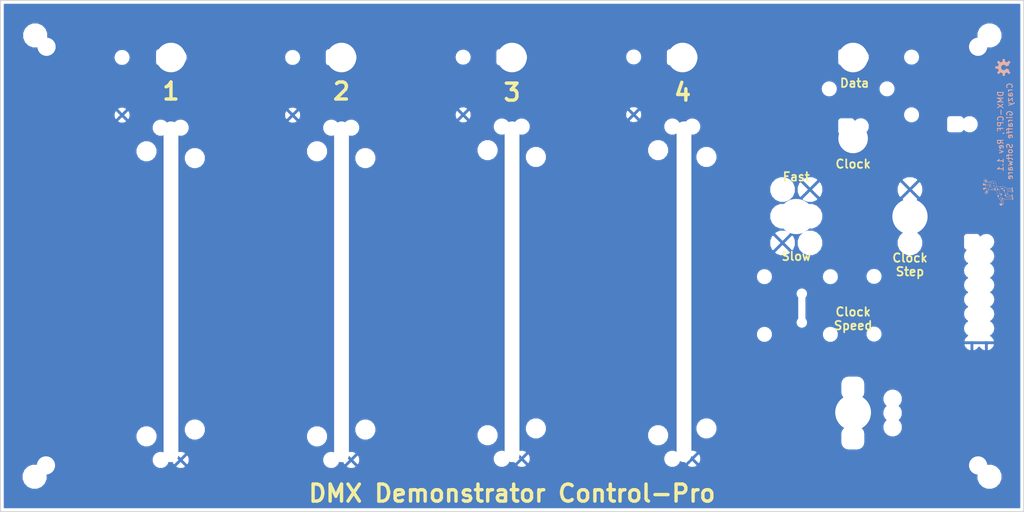
<source format=kicad_pcb>
(kicad_pcb (version 20171130) (host pcbnew "(5.0.0)")

  (general
    (thickness 1.6)
    (drawings 103)
    (tracks 0)
    (zones 0)
    (modules 19)
    (nets 2)
  )

  (page A4)
  (title_block
    (title "DMX Demonstrator - Control-Pro Faceplate (DMX-CPF)")
    (date 2020-09-15)
    (rev 1.1)
    (company "Crazy Giraffe Software")
    (comment 2 "Designed by: SparkyBobo")
    (comment 3 https://creativecommons.org/licenses/by-sa/4.0/)
    (comment 4 "Released under the Creative Commons Attribution Share-Alike 4.0m License")
  )

  (layers
    (0 F.Cu signal)
    (31 B.Cu signal)
    (32 B.Adhes user hide)
    (33 F.Adhes user hide)
    (34 B.Paste user hide)
    (35 F.Paste user hide)
    (36 B.SilkS user)
    (37 F.SilkS user)
    (38 B.Mask user hide)
    (39 F.Mask user hide)
    (40 Dwgs.User user)
    (41 Cmts.User user hide)
    (42 Eco1.User user hide)
    (43 Eco2.User user hide)
    (44 Edge.Cuts user)
    (45 Margin user hide)
    (46 B.CrtYd user hide)
    (47 F.CrtYd user hide)
    (48 B.Fab user hide)
    (49 F.Fab user hide)
  )

  (setup
    (last_trace_width 0.25)
    (trace_clearance 0.2)
    (zone_clearance 0.508)
    (zone_45_only no)
    (trace_min 0.2)
    (segment_width 0.1524)
    (edge_width 0.1524)
    (via_size 0.8)
    (via_drill 0.4)
    (via_min_size 0.4)
    (via_min_drill 0.3)
    (uvia_size 0.3)
    (uvia_drill 0.1)
    (uvias_allowed no)
    (uvia_min_size 0.2)
    (uvia_min_drill 0.1)
    (pcb_text_width 0.3)
    (pcb_text_size 1.5 1.5)
    (mod_edge_width 0.15)
    (mod_text_size 1 1)
    (mod_text_width 0.15)
    (pad_size 2.6 60)
    (pad_drill 2.6)
    (pad_to_mask_clearance 0.2)
    (aux_axis_origin 0 0)
    (visible_elements 7FFFFFFF)
    (pcbplotparams
      (layerselection 0x010fc_ffffffff)
      (usegerberextensions false)
      (usegerberattributes false)
      (usegerberadvancedattributes false)
      (creategerberjobfile false)
      (excludeedgelayer true)
      (linewidth 0.100000)
      (plotframeref false)
      (viasonmask false)
      (mode 1)
      (useauxorigin false)
      (hpglpennumber 1)
      (hpglpenspeed 20)
      (hpglpendiameter 15.000000)
      (psnegative false)
      (psa4output false)
      (plotreference true)
      (plotvalue true)
      (plotinvisibletext false)
      (padsonsilk false)
      (subtractmaskfromsilk false)
      (outputformat 1)
      (mirror false)
      (drillshape 1)
      (scaleselection 1)
      (outputdirectory ""))
  )

  (net 0 "")
  (net 1 GND)

  (net_class Default "This is the default net class."
    (clearance 0.2)
    (trace_width 0.25)
    (via_dia 0.8)
    (via_drill 0.4)
    (uvia_dia 0.3)
    (uvia_drill 0.1)
    (add_net GND)
  )

  (module MountingHole:MountingHole_3.2mm_M3 (layer F.Cu) (tedit 5F6FAD90) (tstamp 5F71D723)
    (at 214 121.75)
    (descr "Mounting Hole 3.2mm, no annular, M3")
    (tags "mounting hole 3.2mm no annular m3")
    (path /5F63EEC5)
    (attr virtual)
    (fp_text reference MH17 (at 0 -4.2) (layer F.SilkS) hide
      (effects (font (size 1 1) (thickness 0.15)))
    )
    (fp_text value MountingHole (at 0 4.2) (layer F.Fab)
      (effects (font (size 1 1) (thickness 0.15)))
    )
    (fp_text user %R (at 0.3 0) (layer F.Fab)
      (effects (font (size 1 1) (thickness 0.15)))
    )
    (fp_circle (center 0 0) (end 3.2 0) (layer Cmts.User) (width 0.15))
    (fp_circle (center 0 0) (end 3.45 0) (layer F.CrtYd) (width 0.05))
    (pad "" np_thru_hole circle (at 0 0) (size 6.3 6.3) (drill 6.3) (layers *.Cu *.Mask))
  )

  (module MountingHole:MountingHole_3.2mm_M3 (layer F.Cu) (tedit 5F6FACF5) (tstamp 5F71D10D)
    (at 224 87.25)
    (descr "Mounting Hole 3.2mm, no annular, M3")
    (tags "mounting hole 3.2mm no annular m3")
    (path /5F39C9D2)
    (attr virtual)
    (fp_text reference MH16 (at 0 -4.2) (layer F.SilkS) hide
      (effects (font (size 1 1) (thickness 0.15)))
    )
    (fp_text value MountingHole (at 0 4.2) (layer F.Fab)
      (effects (font (size 1 1) (thickness 0.15)))
    )
    (fp_circle (center 0 0) (end 3.45 0) (layer F.CrtYd) (width 0.05))
    (fp_circle (center 0 0) (end 3.2 0) (layer Cmts.User) (width 0.15))
    (fp_text user %R (at 0.3 0) (layer F.Fab)
      (effects (font (size 1 1) (thickness 0.15)))
    )
    (pad "" np_thru_hole circle (at 0 0) (size 6.2 6.2) (drill 6.2) (layers *.Cu *.Mask))
  )

  (module MountingHole:MountingHole_3.2mm_M3 (layer F.Cu) (tedit 5F6FACEE) (tstamp 5F71D105)
    (at 204 87.25)
    (descr "Mounting Hole 3.2mm, no annular, M3")
    (tags "mounting hole 3.2mm no annular m3")
    (path /5F63A880)
    (attr virtual)
    (fp_text reference MH15 (at 0 -4.2) (layer F.SilkS) hide
      (effects (font (size 1 1) (thickness 0.15)))
    )
    (fp_text value MountingHole (at 0 4.2) (layer F.Fab)
      (effects (font (size 1 1) (thickness 0.15)))
    )
    (fp_text user %R (at 0.3 0) (layer F.Fab)
      (effects (font (size 1 1) (thickness 0.15)))
    )
    (fp_circle (center 0 0) (end 3.2 0) (layer Cmts.User) (width 0.15))
    (fp_circle (center 0 0) (end 3.45 0) (layer F.CrtYd) (width 0.05))
    (pad "" np_thru_hole circle (at 0 0) (size 6.2 6.2) (drill 6.2) (layers *.Cu *.Mask))
  )

  (module MountingHole:MountingHole_3.2mm_M3 (layer F.Cu) (tedit 5F70FC15) (tstamp 5F71D0FD)
    (at 184.25 100)
    (descr "Mounting Hole 3.2mm, no annular, M3")
    (tags "mounting hole 3.2mm no annular m3")
    (path /5F63A8E4)
    (attr virtual)
    (fp_text reference MH14 (at 0 -4.2) (layer F.SilkS) hide
      (effects (font (size 1 1) (thickness 0.15)))
    )
    (fp_text value MountingHole (at 0 4.2) (layer F.Fab)
      (effects (font (size 1 1) (thickness 0.15)))
    )
    (fp_circle (center 0 0) (end 3.45 0) (layer F.CrtYd) (width 0.05))
    (fp_circle (center 0 0) (end 3.2 0) (layer Cmts.User) (width 0.15))
    (fp_text user %R (at 0.3 0) (layer F.Fab)
      (effects (font (size 1 1) (thickness 0.15)))
    )
    (pad "" np_thru_hole oval (at 0 0.5) (size 2.6 60) (drill oval 2.6 60) (layers *.Cu *.Mask))
  )

  (module MountingHole:MountingHole_3.2mm_M3 (layer F.Cu) (tedit 5F70FC95) (tstamp 5F71D0F5)
    (at 154 94.25)
    (descr "Mounting Hole 3.2mm, no annular, M3")
    (tags "mounting hole 3.2mm no annular m3")
    (path /5F63A9E0)
    (attr virtual)
    (fp_text reference MH13 (at 0 -4.2) (layer F.SilkS) hide
      (effects (font (size 1 1) (thickness 0.15)))
    )
    (fp_text value MountingHole (at 0 4.2) (layer F.Fab)
      (effects (font (size 1 1) (thickness 0.15)))
    )
    (fp_text user %R (at 0.3 0) (layer F.Fab)
      (effects (font (size 1 1) (thickness 0.15)))
    )
    (fp_circle (center 0 0) (end 3.2 0) (layer Cmts.User) (width 0.15))
    (fp_circle (center 0 0) (end 3.45 0) (layer F.CrtYd) (width 0.05))
    (pad "" np_thru_hole oval (at 0 6.25) (size 2.6 60) (drill oval 2.6 60) (layers *.Cu *.Mask))
  )

  (module MountingHole:MountingHole_3.2mm_M3 (layer F.Cu) (tedit 5F70FBBC) (tstamp 5F71D203)
    (at 124 94.25)
    (descr "Mounting Hole 3.2mm, no annular, M3")
    (tags "mounting hole 3.2mm no annular m3")
    (path /5F39C9CC)
    (attr virtual)
    (fp_text reference MH12 (at 0 -4.2) (layer F.SilkS) hide
      (effects (font (size 1 1) (thickness 0.15)))
    )
    (fp_text value MountingHole (at 0 4.2) (layer F.Fab)
      (effects (font (size 1 1) (thickness 0.15)))
    )
    (fp_circle (center 0 0) (end 3.45 0) (layer F.CrtYd) (width 0.05))
    (fp_circle (center 0 0) (end 3.2 0) (layer Cmts.User) (width 0.15))
    (fp_text user %R (at 0.3 0) (layer F.Fab)
      (effects (font (size 1 1) (thickness 0.15)))
    )
    (pad "" np_thru_hole oval (at 0 6.25) (size 2.6 60) (drill oval 2.6 60) (layers *.Cu *.Mask))
  )

  (module MountingHole:MountingHole_3.2mm_M3 (layer F.Cu) (tedit 5F6FAF23) (tstamp 5F71D0E5)
    (at 94 94.25)
    (descr "Mounting Hole 3.2mm, no annular, M3")
    (tags "mounting hole 3.2mm no annular m3")
    (path /5F63A879)
    (attr virtual)
    (fp_text reference MH11 (at 0 -4.2) (layer F.SilkS) hide
      (effects (font (size 1 1) (thickness 0.15)))
    )
    (fp_text value MountingHole (at 0 4.2) (layer F.Fab)
      (effects (font (size 1 1) (thickness 0.15)))
    )
    (fp_text user %R (at 0.3 0) (layer F.Fab)
      (effects (font (size 1 1) (thickness 0.15)))
    )
    (fp_circle (center 0 0) (end 3.2 0) (layer Cmts.User) (width 0.15))
    (fp_circle (center 0 0) (end 3.45 0) (layer F.CrtYd) (width 0.05))
    (pad "" np_thru_hole oval (at 0 6.25) (size 2.6 60) (drill oval 2.6 60) (layers *.Cu *.Mask))
  )

  (module MountingHole:MountingHole_3.2mm_M3 (layer F.Cu) (tedit 5F63C260) (tstamp 5F71D0DD)
    (at 214 73.5)
    (descr "Mounting Hole 3.2mm, no annular, M3")
    (tags "mounting hole 3.2mm no annular m3")
    (path /5F63A8DD)
    (attr virtual)
    (fp_text reference MH10 (at 0 -4.2) (layer F.SilkS) hide
      (effects (font (size 1 1) (thickness 0.15)))
    )
    (fp_text value MountingHole (at 0 4.2) (layer F.Fab)
      (effects (font (size 1 1) (thickness 0.15)))
    )
    (fp_circle (center 0 0) (end 3.45 0) (layer F.CrtYd) (width 0.05))
    (fp_circle (center 0 0) (end 3.2 0) (layer Cmts.User) (width 0.15))
    (fp_text user %R (at 0.3 0) (layer F.Fab)
      (effects (font (size 1 1) (thickness 0.15)))
    )
    (pad "" np_thru_hole circle (at 0 0) (size 5.2 5.2) (drill 5.2) (layers *.Cu *.Mask))
  )

  (module MountingHole:MountingHole_3.2mm_M3 (layer F.Cu) (tedit 5F63C196) (tstamp 5F71D0D5)
    (at 214 59.25)
    (descr "Mounting Hole 3.2mm, no annular, M3")
    (tags "mounting hole 3.2mm no annular m3")
    (path /5F63A9D9)
    (attr virtual)
    (fp_text reference MH9 (at 0 -4.2) (layer F.SilkS) hide
      (effects (font (size 1 1) (thickness 0.15)))
    )
    (fp_text value MountingHole (at 0 4.2) (layer F.Fab)
      (effects (font (size 1 1) (thickness 0.15)))
    )
    (fp_text user %R (at 0.3 0) (layer F.Fab)
      (effects (font (size 1 1) (thickness 0.15)))
    )
    (fp_circle (center 0 0) (end 3.2 0) (layer Cmts.User) (width 0.15))
    (fp_circle (center 0 0) (end 3.45 0) (layer F.CrtYd) (width 0.05))
    (pad "" np_thru_hole circle (at 0 0) (size 5.2 5.2) (drill 5.2) (layers *.Cu *.Mask))
  )

  (module MountingHole:MountingHole_3.2mm_M3 (layer F.Cu) (tedit 5F63C199) (tstamp 5F71D0CD)
    (at 184 59.25)
    (descr "Mounting Hole 3.2mm, no annular, M3")
    (tags "mounting hole 3.2mm no annular m3")
    (path /5F39C9C6)
    (attr virtual)
    (fp_text reference MH8 (at 0 -4.2) (layer F.SilkS) hide
      (effects (font (size 1 1) (thickness 0.15)))
    )
    (fp_text value MountingHole (at 0 4.2) (layer F.Fab)
      (effects (font (size 1 1) (thickness 0.15)))
    )
    (fp_circle (center 0 0) (end 3.45 0) (layer F.CrtYd) (width 0.05))
    (fp_circle (center 0 0) (end 3.2 0) (layer Cmts.User) (width 0.15))
    (fp_text user %R (at 0.3 0) (layer F.Fab)
      (effects (font (size 1 1) (thickness 0.15)))
    )
    (pad "" np_thru_hole circle (at 0 0) (size 5.2 5.2) (drill 5.2) (layers *.Cu *.Mask))
  )

  (module MountingHole:MountingHole_3.2mm_M3 (layer F.Cu) (tedit 5F63C19E) (tstamp 5F71D0C5)
    (at 154 59.25)
    (descr "Mounting Hole 3.2mm, no annular, M3")
    (tags "mounting hole 3.2mm no annular m3")
    (path /5F63A872)
    (attr virtual)
    (fp_text reference MH7 (at 0 -4.2) (layer F.SilkS) hide
      (effects (font (size 1 1) (thickness 0.15)))
    )
    (fp_text value MountingHole (at 0 4.2) (layer F.Fab)
      (effects (font (size 1 1) (thickness 0.15)))
    )
    (fp_text user %R (at 0.3 0) (layer F.Fab)
      (effects (font (size 1 1) (thickness 0.15)))
    )
    (fp_circle (center 0 0) (end 3.2 0) (layer Cmts.User) (width 0.15))
    (fp_circle (center 0 0) (end 3.45 0) (layer F.CrtYd) (width 0.05))
    (pad "" np_thru_hole circle (at 0 0) (size 5.2 5.2) (drill 5.2) (layers *.Cu *.Mask))
  )

  (module MountingHole:MountingHole_3.2mm_M3 (layer F.Cu) (tedit 5F63C1C2) (tstamp 5F71D0BD)
    (at 124 59.25)
    (descr "Mounting Hole 3.2mm, no annular, M3")
    (tags "mounting hole 3.2mm no annular m3")
    (path /5F63A8D6)
    (attr virtual)
    (fp_text reference MH6 (at 0 -4.2) (layer F.SilkS) hide
      (effects (font (size 1 1) (thickness 0.15)))
    )
    (fp_text value MountingHole (at 0 4.2) (layer F.Fab)
      (effects (font (size 1 1) (thickness 0.15)))
    )
    (fp_circle (center 0 0) (end 3.45 0) (layer F.CrtYd) (width 0.05))
    (fp_circle (center 0 0) (end 3.2 0) (layer Cmts.User) (width 0.15))
    (fp_text user %R (at 0.3 0) (layer F.Fab)
      (effects (font (size 1 1) (thickness 0.15)))
    )
    (pad "" np_thru_hole circle (at 0 0) (size 5.2 5.2) (drill 5.2) (layers *.Cu *.Mask))
  )

  (module MountingHole:MountingHole_3.2mm_M3 (layer F.Cu) (tedit 5F6FACAA) (tstamp 5F71D0B5)
    (at 94 59.25)
    (descr "Mounting Hole 3.2mm, no annular, M3")
    (tags "mounting hole 3.2mm no annular m3")
    (path /5F63A9D2)
    (attr virtual)
    (fp_text reference MH5 (at 0 -4.2) (layer F.SilkS) hide
      (effects (font (size 1 1) (thickness 0.15)))
    )
    (fp_text value MountingHole (at 0 4.2) (layer F.Fab)
      (effects (font (size 1 1) (thickness 0.15)))
    )
    (fp_text user %R (at 0.3 0) (layer F.Fab)
      (effects (font (size 1 1) (thickness 0.15)))
    )
    (fp_circle (center 0 0) (end 3.2 0) (layer Cmts.User) (width 0.15))
    (fp_circle (center 0 0) (end 3.45 0) (layer F.CrtYd) (width 0.05))
    (pad "" np_thru_hole circle (at 0 0) (size 5.2 5.2) (drill 5.2) (layers *.Cu *.Mask))
  )

  (module MountingHole:MountingHole_3.2mm_M3 (layer F.Cu) (tedit 5F63C255) (tstamp 5F430363)
    (at 235.984 131.074)
    (descr "Mounting Hole 3.2mm, no annular, M3")
    (tags "mounting hole 3.2mm no annular m3")
    (path /5F39C9C0)
    (attr virtual)
    (fp_text reference MH4 (at 0 -4.2) (layer F.SilkS) hide
      (effects (font (size 1 1) (thickness 0.15)))
    )
    (fp_text value MountingHole (at 0 4.2) (layer F.Fab)
      (effects (font (size 1 1) (thickness 0.15)))
    )
    (fp_circle (center 0 0) (end 3.45 0) (layer F.CrtYd) (width 0.05))
    (fp_circle (center 0 0) (end 3.2 0) (layer Cmts.User) (width 0.15))
    (fp_text user %R (at 0.3 0) (layer F.Fab)
      (effects (font (size 1 1) (thickness 0.15)))
    )
    (pad 1 np_thru_hole circle (at 0 0) (size 3.2 3.2) (drill 3.2) (layers *.Cu *.Mask))
  )

  (module MountingHole:MountingHole_3.2mm_M3 (layer F.Cu) (tedit 5F63C250) (tstamp 5F4302CA)
    (at 235.984 57.364)
    (descr "Mounting Hole 3.2mm, no annular, M3")
    (tags "mounting hole 3.2mm no annular m3")
    (path /5F63A86B)
    (attr virtual)
    (fp_text reference MH3 (at 0 -4.2) (layer F.SilkS) hide
      (effects (font (size 1 1) (thickness 0.15)))
    )
    (fp_text value MountingHole (at 0 4.2) (layer F.Fab)
      (effects (font (size 1 1) (thickness 0.15)))
    )
    (fp_text user %R (at 0.3 0) (layer F.Fab)
      (effects (font (size 1 1) (thickness 0.15)))
    )
    (fp_circle (center 0 0) (end 3.2 0) (layer Cmts.User) (width 0.15))
    (fp_circle (center 0 0) (end 3.45 0) (layer F.CrtYd) (width 0.05))
    (pad 1 np_thru_hole circle (at 0 0) (size 3.2 3.2) (drill 3.2) (layers *.Cu *.Mask))
  )

  (module MountingHole:MountingHole_3.2mm_M3 (layer F.Cu) (tedit 5F63C1B0) (tstamp 5F4D5F6B)
    (at 72.014 131.074)
    (descr "Mounting Hole 3.2mm, no annular, M3")
    (tags "mounting hole 3.2mm no annular m3")
    (path /5F63A8CF)
    (attr virtual)
    (fp_text reference MH2 (at 0 -4.2) (layer F.SilkS) hide
      (effects (font (size 1 1) (thickness 0.15)))
    )
    (fp_text value MountingHole (at 0 4.2) (layer F.Fab)
      (effects (font (size 1 1) (thickness 0.15)))
    )
    (fp_circle (center 0 0) (end 3.45 0) (layer F.CrtYd) (width 0.05))
    (fp_circle (center 0 0) (end 3.2 0) (layer Cmts.User) (width 0.15))
    (fp_text user %R (at 0.3 0) (layer F.Fab)
      (effects (font (size 1 1) (thickness 0.15)))
    )
    (pad 1 np_thru_hole circle (at 0 0) (size 3.2 3.2) (drill 3.2) (layers *.Cu *.Mask))
  )

  (module MountingHole:MountingHole_3.2mm_M3 (layer F.Cu) (tedit 5F63C1AA) (tstamp 5F6258A6)
    (at 72.114 57.364)
    (descr "Mounting Hole 3.2mm, no annular, M3")
    (tags "mounting hole 3.2mm no annular m3")
    (path /5F63A9CB)
    (attr virtual)
    (fp_text reference MH1 (at 0 -4.2) (layer F.SilkS) hide
      (effects (font (size 1 1) (thickness 0.15)))
    )
    (fp_text value MountingHole (at 0 4.2) (layer F.Fab)
      (effects (font (size 1 1) (thickness 0.15)))
    )
    (fp_text user %R (at 0.3 0) (layer F.Fab)
      (effects (font (size 1 1) (thickness 0.15)))
    )
    (fp_circle (center 0 0) (end 3.2 0) (layer Cmts.User) (width 0.15))
    (fp_circle (center 0 0) (end 3.45 0) (layer F.CrtYd) (width 0.05))
    (pad "" np_thru_hole circle (at 0 0) (size 3.2 3.2) (drill 3.2) (layers *.Cu *.Mask))
  )

  (module footprints:logo_cr_5x5 (layer B.Cu) (tedit 0) (tstamp 5F778473)
    (at 239.5 83 270)
    (fp_text reference G*** (at 0 0 270) (layer B.SilkS) hide
      (effects (font (size 1.524 1.524) (thickness 0.3)) (justify mirror))
    )
    (fp_text value LOGO (at 0.75 0 270) (layer B.SilkS) hide
      (effects (font (size 1.524 1.524) (thickness 0.3)) (justify mirror))
    )
    (fp_poly (pts (xy -1.00174 1.539357) (xy -0.989414 1.537163) (xy -0.979007 1.533269) (xy -0.970707 1.528099)
      (xy -0.963328 1.521274) (xy -0.957047 1.513208) (xy -0.952043 1.504317) (xy -0.948493 1.495016)
      (xy -0.946575 1.485721) (xy -0.946466 1.476845) (xy -0.948343 1.468805) (xy -0.949974 1.465415)
      (xy -0.954322 1.458612) (xy -0.959282 1.451955) (xy -0.964312 1.446104) (xy -0.968868 1.44172)
      (xy -0.970367 1.440573) (xy -0.974356 1.438297) (xy -0.97962 1.435917) (xy -0.983808 1.434363)
      (xy -0.988679 1.432624) (xy -0.992874 1.430882) (xy -0.995213 1.429673) (xy -0.99774 1.428921)
      (xy -1.002232 1.42839) (xy -1.00799 1.428093) (xy -1.014313 1.428043) (xy -1.020501 1.428252)
      (xy -1.025855 1.428732) (xy -1.028031 1.429084) (xy -1.031464 1.430347) (xy -1.036535 1.432969)
      (xy -1.04277 1.436672) (xy -1.049693 1.441179) (xy -1.054614 1.444606) (xy -1.062953 1.452065)
      (xy -1.069053 1.460707) (xy -1.072895 1.470226) (xy -1.074463 1.480319) (xy -1.073739 1.490683)
      (xy -1.070706 1.501014) (xy -1.065348 1.511008) (xy -1.058808 1.519166) (xy -1.049541 1.527087)
      (xy -1.038739 1.533149) (xy -1.026864 1.537269) (xy -1.014377 1.539365) (xy -1.00174 1.539357)) (layer B.SilkS) (width 0.01))
    (fp_poly (pts (xy -1.323432 1.556563) (xy -1.312242 1.552681) (xy -1.302317 1.546749) (xy -1.295426 1.540485)
      (xy -1.28838 1.531464) (xy -1.283038 1.521874) (xy -1.279496 1.512112) (xy -1.277853 1.502572)
      (xy -1.278206 1.493651) (xy -1.280653 1.485744) (xy -1.28151 1.484131) (xy -1.285859 1.477328)
      (xy -1.290819 1.470671) (xy -1.295849 1.46482) (xy -1.300405 1.460435) (xy -1.301904 1.459288)
      (xy -1.305893 1.457013) (xy -1.311157 1.454633) (xy -1.315345 1.453079) (xy -1.320216 1.451339)
      (xy -1.324411 1.449598) (xy -1.32675 1.448389) (xy -1.329277 1.447636) (xy -1.333769 1.447106)
      (xy -1.339527 1.446809) (xy -1.34585 1.446759) (xy -1.352038 1.446967) (xy -1.357392 1.447448)
      (xy -1.359568 1.4478) (xy -1.363001 1.449063) (xy -1.368072 1.451685) (xy -1.374307 1.455388)
      (xy -1.38123 1.459895) (xy -1.386151 1.463322) (xy -1.394426 1.470672) (xy -1.400432 1.479033)
      (xy -1.404245 1.488128) (xy -1.405939 1.497678) (xy -1.40559 1.507408) (xy -1.403272 1.51704)
      (xy -1.39906 1.526299) (xy -1.39303 1.534905) (xy -1.385256 1.542584) (xy -1.375813 1.549057)
      (xy -1.364776 1.554048) (xy -1.361284 1.55518) (xy -1.348284 1.557887) (xy -1.335556 1.558324)
      (xy -1.323432 1.556563)) (layer B.SilkS) (width 0.01))
    (fp_poly (pts (xy -2.08694 2.377093) (xy -2.077414 2.374577) (xy -2.066844 2.369829) (xy -2.055084 2.362822)
      (xy -2.05185 2.360652) (xy -2.024284 2.340686) (xy -1.998163 2.319582) (xy -1.973699 2.29755)
      (xy -1.9511 2.274798) (xy -1.930575 2.251537) (xy -1.912333 2.227974) (xy -1.898676 2.2077)
      (xy -1.895862 2.203081) (xy -1.892099 2.196721) (xy -1.887734 2.189214) (xy -1.883114 2.181158)
      (xy -1.878898 2.173705) (xy -1.861644 2.143962) (xy -1.844613 2.116619) (xy -1.827635 2.091433)
      (xy -1.810541 2.068162) (xy -1.793161 2.04656) (xy -1.780025 2.031516) (xy -1.773758 2.024521)
      (xy -1.769104 2.01913) (xy -1.765835 2.015012) (xy -1.763719 2.011838) (xy -1.762525 2.009277)
      (xy -1.762023 2.006998) (xy -1.761958 2.00564) (xy -1.763077 1.999922) (xy -1.766112 1.993678)
      (xy -1.770581 1.987562) (xy -1.775999 1.982227) (xy -1.781885 1.978329) (xy -1.78227 1.978142)
      (xy -1.784443 1.977277) (xy -1.787016 1.976646) (xy -1.790272 1.976255) (xy -1.794492 1.976109)
      (xy -1.799958 1.976215) (xy -1.806952 1.976577) (xy -1.815755 1.977201) (xy -1.826649 1.978093)
      (xy -1.839917 1.979258) (xy -1.84014 1.979278) (xy -1.860896 1.981232) (xy -1.879298 1.983181)
      (xy -1.895663 1.985178) (xy -1.910311 1.987279) (xy -1.923559 1.989536) (xy -1.935726 1.992006)
      (xy -1.947131 1.994741) (xy -1.958092 1.997797) (xy -1.968927 2.001228) (xy -1.969168 2.001309)
      (xy -1.991576 2.009929) (xy -2.01333 2.020476) (xy -2.034069 2.032708) (xy -2.053436 2.046386)
      (xy -2.07107 2.061266) (xy -2.086612 2.07711) (xy -2.09237 2.083921) (xy -2.107427 2.104586)
      (xy -2.120586 2.126776) (xy -2.131656 2.150086) (xy -2.140447 2.174113) (xy -2.146767 2.198452)
      (xy -2.147035 2.199774) (xy -2.149137 2.2132) (xy -2.150414 2.227939) (xy -2.150899 2.243526)
      (xy -2.150627 2.259498) (xy -2.149633 2.275392) (xy -2.147949 2.290745) (xy -2.145611 2.305092)
      (xy -2.142652 2.317972) (xy -2.139107 2.328919) (xy -2.13719 2.333388) (xy -2.133402 2.340681)
      (xy -2.128892 2.348294) (xy -2.124031 2.355694) (xy -2.119189 2.362346) (xy -2.114737 2.367716)
      (xy -2.111045 2.371272) (xy -2.11072 2.371516) (xy -2.103446 2.375535) (xy -2.095568 2.377403)
      (xy -2.08694 2.377093)) (layer B.SilkS) (width 0.01))
    (fp_poly (pts (xy 0.087808 2.189746) (xy 0.090941 2.189084) (xy 0.093817 2.187832) (xy 0.09716 2.185874)
      (xy 0.102425 2.181765) (xy 0.107169 2.176516) (xy 0.110784 2.170919) (xy 0.112659 2.16577)
      (xy 0.112674 2.165684) (xy 0.113406 2.162265) (xy 0.113993 2.160337) (xy 0.118217 2.146225)
      (xy 0.120411 2.130975) (xy 0.120589 2.114384) (xy 0.118762 2.096247) (xy 0.118225 2.092827)
      (xy 0.117602 2.088662) (xy 0.116987 2.083997) (xy 0.116951 2.083702) (xy 0.11639 2.080116)
      (xy 0.115781 2.077741) (xy 0.115664 2.077496) (xy 0.115052 2.07553) (xy 0.114449 2.072167)
      (xy 0.114387 2.071699) (xy 0.113739 2.068626) (xy 0.112409 2.063619) (xy 0.110577 2.057264)
      (xy 0.108427 2.050145) (xy 0.106141 2.04285) (xy 0.103901 2.035961) (xy 0.10189 2.030066)
      (xy 0.100291 2.02575) (xy 0.099512 2.023979) (xy 0.098118 2.021196) (xy 0.095997 2.016835)
      (xy 0.093557 2.011738) (xy 0.093023 2.010611) (xy 0.089288 2.002948) (xy 0.086034 1.996719)
      (xy 0.08343 1.992229) (xy 0.081644 1.989778) (xy 0.081213 1.989444) (xy 0.080296 1.987905)
      (xy 0.080211 1.987105) (xy 0.079452 1.985398) (xy 0.078874 1.985211) (xy 0.077669 1.984136)
      (xy 0.077537 1.983317) (xy 0.076898 1.981319) (xy 0.076466 1.980977) (xy 0.075253 1.979748)
      (xy 0.072944 1.976857) (xy 0.069962 1.972841) (xy 0.068779 1.971187) (xy 0.065666 1.967213)
      (xy 0.061056 1.961867) (xy 0.055394 1.955614) (xy 0.049123 1.94892) (xy 0.042688 1.942251)
      (xy 0.036534 1.936075) (xy 0.031103 1.930857) (xy 0.026841 1.927063) (xy 0.026408 1.926708)
      (xy 0.009301 1.913831) (xy -0.007908 1.902878) (xy -0.02599 1.893416) (xy -0.045717 1.88501)
      (xy -0.051468 1.882849) (xy -0.055238 1.881581) (xy -0.059503 1.880449) (xy -0.059823 1.880371)
      (xy -0.061797 1.879798) (xy -0.062163 1.8796) (xy -0.06325 1.879164) (xy -0.064502 1.87883)
      (xy -0.067979 1.877988) (xy -0.069181 1.877697) (xy -0.071155 1.877125) (xy -0.071521 1.876927)
      (xy -0.072625 1.876549) (xy -0.074022 1.87625) (xy -0.076813 1.875663) (xy -0.080913 1.874736)
      (xy -0.082711 1.874315) (xy -0.088865 1.872882) (xy -0.093247 1.871932) (xy -0.096681 1.871297)
      (xy -0.099929 1.87082) (xy -0.104382 1.870194) (xy -0.109143 1.869478) (xy -0.109287 1.869455)
      (xy -0.11191 1.869218) (xy -0.116524 1.868976) (xy -0.122674 1.868739) (xy -0.129905 1.868515)
      (xy -0.13776 1.868315) (xy -0.145785 1.868147) (xy -0.153524 1.86802) (xy -0.16052 1.867945)
      (xy -0.16632 1.86793) (xy -0.170467 1.867985) (xy -0.172505 1.868118) (xy -0.17263 1.868163)
      (xy -0.174122 1.868548) (xy -0.177449 1.869053) (xy -0.180473 1.869412) (xy -0.188084 1.870239)
      (xy -0.193794 1.870904) (xy -0.198367 1.871505) (xy -0.202561 1.872144) (xy -0.20714 1.872921)
      (xy -0.207271 1.872944) (xy -0.212188 1.873798) (xy -0.216349 1.87451) (xy -0.218573 1.87488)
      (xy -0.221302 1.875365) (xy -0.22559 1.876179) (xy -0.229268 1.8769) (xy -0.234345 1.87785)
      (xy -0.238974 1.878615) (xy -0.2413 1.878931) (xy -0.245691 1.879782) (xy -0.249165 1.880855)
      (xy -0.253214 1.882053) (xy -0.257819 1.882945) (xy -0.25812 1.882984) (xy -0.26258 1.883793)
      (xy -0.266558 1.884897) (xy -0.266817 1.884992) (xy -0.26959 1.88579) (xy -0.271017 1.885755)
      (xy -0.272527 1.885786) (xy -0.275599 1.886581) (xy -0.276962 1.887036) (xy -0.281527 1.888408)
      (xy -0.28589 1.88936) (xy -0.286533 1.889453) (xy -0.292666 1.890531) (xy -0.300824 1.892441)
      (xy -0.31053 1.895067) (xy -0.313056 1.895797) (xy -0.319009 1.897897) (xy -0.323243 1.900389)
      (xy -0.326222 1.903237) (xy -0.330912 1.909851) (xy -0.334208 1.917125) (xy -0.335938 1.924416)
      (xy -0.335933 1.931084) (xy -0.33471 1.935245) (xy -0.333057 1.938176) (xy -0.331685 1.939698)
      (xy -0.33148 1.939758) (xy -0.329724 1.940601) (xy -0.328549 1.9416) (xy -0.326459 1.943166)
      (xy -0.322813 1.945444) (xy -0.318761 1.94774) (xy -0.312024 1.951456) (xy -0.305801 1.955019)
      (xy -0.300763 1.95804) (xy -0.298116 1.959749) (xy -0.295931 1.961207) (xy -0.292388 1.963529)
      (xy -0.289426 1.965452) (xy -0.285778 1.967929) (xy -0.283172 1.969917) (xy -0.282296 1.970809)
      (xy -0.280766 1.971827) (xy -0.280536 1.971842) (xy -0.278724 1.972593) (xy -0.275812 1.974466)
      (xy -0.27484 1.975184) (xy -0.271761 1.977292) (xy -0.269455 1.97845) (xy -0.269056 1.978527)
      (xy -0.267407 1.979595) (xy -0.266885 1.980532) (xy -0.26516 1.982309) (xy -0.264179 1.982537)
      (xy -0.262158 1.98313) (xy -0.261798 1.98355) (xy -0.260579 1.98487) (xy -0.258018 1.987095)
      (xy -0.254882 1.989615) (xy -0.251936 1.991823) (xy -0.249946 1.99311) (xy -0.2496 1.993232)
      (xy -0.248236 1.994046) (xy -0.245531 1.996142) (xy -0.242122 1.999) (xy -0.238642 2.0021)
      (xy -0.23776 2.002924) (xy -0.235433 2.00471) (xy -0.234059 2.005263) (xy -0.232448 2.00615)
      (xy -0.232388 2.006266) (xy -0.23118 2.007564) (xy -0.228472 2.009956) (xy -0.225258 2.012594)
      (xy -0.219024 2.017734) (xy -0.212588 2.023328) (xy -0.207051 2.028415) (xy -0.206451 2.028992)
      (xy -0.204617 2.030423) (xy -0.203988 2.030663) (xy -0.20267 2.031509) (xy -0.200171 2.033652)
      (xy -0.19872 2.035008) (xy -0.196002 2.037581) (xy -0.191862 2.041459) (xy -0.186841 2.046136)
      (xy -0.181484 2.051105) (xy -0.180982 2.051569) (xy -0.175228 2.056906) (xy -0.169381 2.062357)
      (xy -0.164131 2.067275) (xy -0.160236 2.070953) (xy -0.155628 2.075227) (xy -0.150855 2.079483)
      (xy -0.147033 2.08273) (xy -0.143565 2.085601) (xy -0.140833 2.08795) (xy -0.139865 2.088841)
      (xy -0.137822 2.090598) (xy -0.134266 2.093382) (xy -0.129659 2.096857) (xy -0.124462 2.100691)
      (xy -0.119136 2.104549) (xy -0.11414 2.108097) (xy -0.109937 2.111001) (xy -0.106987 2.112927)
      (xy -0.105781 2.113548) (xy -0.103899 2.114532) (xy -0.103337 2.115219) (xy -0.101951 2.116778)
      (xy -0.099424 2.118613) (xy -0.09527 2.121047) (xy -0.091573 2.123047) (xy -0.087822 2.125191)
      (xy -0.084857 2.127141) (xy -0.084221 2.127644) (xy -0.082261 2.128951) (xy -0.078494 2.131144)
      (xy -0.073496 2.133896) (xy -0.068847 2.136359) (xy -0.06191 2.139975) (xy -0.054392 2.143897)
      (xy -0.047461 2.147515) (xy -0.04445 2.149088) (xy -0.039679 2.151515) (xy -0.035947 2.153283)
      (xy -0.033769 2.154157) (xy -0.033421 2.154168) (xy -0.032384 2.154311) (xy -0.029773 2.155475)
      (xy -0.028408 2.156185) (xy -0.024512 2.158093) (xy -0.018897 2.160601) (xy -0.012224 2.163438)
      (xy -0.005152 2.166336) (xy 0.001656 2.169026) (xy 0.00754 2.171237) (xy 0.011839 2.1727)
      (xy 0.0127 2.172947) (xy 0.015099 2.173717) (xy 0.016042 2.17406) (xy 0.019882 2.17549)
      (xy 0.024198 2.177065) (xy 0.028201 2.1785) (xy 0.031099 2.179512) (xy 0.032084 2.179825)
      (xy 0.033757 2.180352) (xy 0.035092 2.180839) (xy 0.039291 2.182404) (xy 0.041933 2.183288)
      (xy 0.043949 2.183789) (xy 0.044784 2.183948) (xy 0.048073 2.184784) (xy 0.049463 2.185285)
      (xy 0.052506 2.186258) (xy 0.054142 2.186622) (xy 0.057431 2.187459) (xy 0.058821 2.18796)
      (xy 0.061115 2.188811) (xy 0.063637 2.189371) (xy 0.067026 2.189709) (xy 0.071922 2.189894)
      (xy 0.077551 2.18998) (xy 0.083613 2.189989) (xy 0.087808 2.189746)) (layer B.SilkS) (width 0.01))
    (fp_poly (pts (xy -1.300028 1.707702) (xy -1.278809 1.704363) (xy -1.259124 1.698848) (xy -1.240947 1.691144)
      (xy -1.224255 1.68124) (xy -1.209024 1.669126) (xy -1.195228 1.654791) (xy -1.19054 1.648995)
      (xy -1.179936 1.634488) (xy -1.171474 1.621141) (xy -1.165014 1.608716) (xy -1.160883 1.598382)
      (xy -1.158035 1.591144) (xy -1.155273 1.586492) (xy -1.152541 1.584339) (xy -1.151476 1.584158)
      (xy -1.149909 1.585034) (xy -1.146812 1.587445) (xy -1.142577 1.591063) (xy -1.137591 1.595562)
      (xy -1.135306 1.597694) (xy -1.117808 1.613388) (xy -1.101065 1.626749) (xy -1.084862 1.637934)
      (xy -1.06898 1.647099) (xy -1.062538 1.650297) (xy -1.041691 1.658973) (xy -1.021253 1.665055)
      (xy -1.00109 1.668564) (xy -0.981069 1.669524) (xy -0.961054 1.667957) (xy -0.95995 1.667798)
      (xy -0.939272 1.663579) (xy -0.920049 1.657262) (xy -0.902391 1.648899) (xy -0.886403 1.638542)
      (xy -0.872194 1.62624) (xy -0.871255 1.625295) (xy -0.866558 1.620334) (xy -0.862879 1.615902)
      (xy -0.859704 1.611245) (xy -0.856519 1.605611) (xy -0.8529 1.598434) (xy -0.844841 1.579084)
      (xy -0.839437 1.55942) (xy -0.836687 1.539442) (xy -0.836594 1.519153) (xy -0.839155 1.498554)
      (xy -0.841527 1.487761) (xy -0.847926 1.467355) (xy -0.856687 1.447137) (xy -0.867544 1.427482)
      (xy -0.880234 1.408766) (xy -0.894492 1.391367) (xy -0.910053 1.375659) (xy -0.926653 1.362019)
      (xy -0.933197 1.357443) (xy -0.946589 1.349313) (xy -0.961396 1.341704) (xy -0.977129 1.334784)
      (xy -0.993302 1.328717) (xy -1.009426 1.32367) (xy -1.025013 1.319809) (xy -1.039576 1.3173)
      (xy -1.052627 1.316309) (xy -1.0541 1.3163) (xy -1.066291 1.317123) (xy -1.079219 1.319407)
      (xy -1.092474 1.322966) (xy -1.105642 1.327615) (xy -1.118313 1.333167) (xy -1.130074 1.339439)
      (xy -1.140513 1.346243) (xy -1.14922 1.353394) (xy -1.155782 1.360707) (xy -1.157186 1.36277)
      (xy -1.161088 1.36873) (xy -1.165455 1.375033) (xy -1.169921 1.381189) (xy -1.174118 1.386705)
      (xy -1.177678 1.39109) (xy -1.180235 1.393852) (xy -1.180675 1.394231) (xy -1.185793 1.39716)
      (xy -1.190446 1.397495) (xy -1.19468 1.395218) (xy -1.198542 1.390311) (xy -1.200439 1.38667)
      (xy -1.204009 1.38082) (xy -1.209601 1.374028) (xy -1.216866 1.366584) (xy -1.225453 1.358779)
      (xy -1.235014 1.350904) (xy -1.245199 1.343249) (xy -1.255657 1.336107) (xy -1.26604 1.329769)
      (xy -1.273798 1.325601) (xy -1.288368 1.318853) (xy -1.302003 1.313812) (xy -1.315514 1.310279)
      (xy -1.32971 1.308055) (xy -1.345401 1.30694) (xy -1.35021 1.306799) (xy -1.357932 1.306672)
      (xy -1.364988 1.30663) (xy -1.370824 1.306672) (xy -1.374887 1.306794) (xy -1.376279 1.306911)
      (xy -1.397954 1.31111) (xy -1.417718 1.317082) (xy -1.435742 1.324923) (xy -1.452197 1.334729)
      (xy -1.467255 1.346594) (xy -1.481086 1.360614) (xy -1.488477 1.369595) (xy -1.499973 1.385866)
      (xy -1.50932 1.40231) (xy -1.516684 1.419371) (xy -1.522233 1.43749) (xy -1.526132 1.45711)
      (xy -1.528245 1.474954) (xy -1.52875 1.491137) (xy -1.510459 1.491137) (xy -1.510324 1.483818)
      (xy -1.509713 1.476804) (xy -1.508533 1.469583) (xy -1.506691 1.461647) (xy -1.504097 1.452485)
      (xy -1.500656 1.441586) (xy -1.498708 1.435679) (xy -1.493314 1.420091) (xy -1.488223 1.406774)
      (xy -1.483246 1.39537) (xy -1.478192 1.385521) (xy -1.472871 1.37687) (xy -1.467093 1.369059)
      (xy -1.460668 1.361731) (xy -1.45786 1.35884) (xy -1.445365 1.347696) (xy -1.431826 1.338381)
      (xy -1.416961 1.330767) (xy -1.400485 1.324723) (xy -1.382117 1.320121) (xy -1.367589 1.317632)
      (xy -1.361061 1.317099) (xy -1.352836 1.317017) (xy -1.343848 1.31736) (xy -1.335032 1.3181)
      (xy -1.330158 1.318731) (xy -1.318529 1.320862) (xy -1.307927 1.323684) (xy -1.297366 1.327515)
      (xy -1.285861 1.33267) (xy -1.284037 1.333555) (xy -1.265984 1.343822) (xy -1.248802 1.35641)
      (xy -1.23268 1.371054) (xy -1.21781 1.387489) (xy -1.204381 1.40545) (xy -1.193919 1.422496)
      (xy -1.170281 1.422496) (xy -1.169962 1.41596) (xy -1.168558 1.40957) (xy -1.166076 1.402756)
      (xy -1.165435 1.401253) (xy -1.160203 1.390156) (xy -1.154859 1.380882) (xy -1.148888 1.372609)
      (xy -1.143844 1.366738) (xy -1.130701 1.354251) (xy -1.116163 1.344043) (xy -1.100255 1.336129)
      (xy -1.083006 1.330525) (xy -1.078831 1.32956) (xy -1.071991 1.328538) (xy -1.06329 1.327895)
      (xy -1.053514 1.327629) (xy -1.043448 1.32774) (xy -1.033879 1.328229) (xy -1.025592 1.329094)
      (xy -1.022596 1.329586) (xy -1.000481 1.335131) (xy -0.979189 1.343212) (xy -0.958752 1.353811)
      (xy -0.939203 1.366908) (xy -0.920575 1.382486) (xy -0.909721 1.393155) (xy -0.894643 1.410566)
      (xy -0.881674 1.429111) (xy -0.870937 1.44855) (xy -0.862555 1.468643) (xy -0.856652 1.489149)
      (xy -0.854392 1.501274) (xy -0.853411 1.509676) (xy -0.852689 1.519502) (xy -0.852247 1.529963)
      (xy -0.852105 1.540269) (xy -0.852284 1.549629) (xy -0.852804 1.557254) (xy -0.852917 1.558232)
      (xy -0.856387 1.575729) (xy -0.862315 1.592205) (xy -0.87064 1.60754) (xy -0.881305 1.621611)
      (xy -0.885658 1.626296) (xy -0.89949 1.638691) (xy -0.914314 1.648618) (xy -0.930146 1.656081)
      (xy -0.947001 1.661084) (xy -0.964896 1.663632) (xy -0.983844 1.663729) (xy -1.003863 1.661379)
      (xy -1.009567 1.660303) (xy -1.030872 1.654607) (xy -1.051644 1.646307) (xy -1.071838 1.635431)
      (xy -1.091409 1.622003) (xy -1.11031 1.60605) (xy -1.117708 1.598932) (xy -1.126218 1.589937)
      (xy -1.133185 1.581288) (xy -1.138784 1.572555) (xy -1.143192 1.563303) (xy -1.146584 1.553101)
      (xy -1.149135 1.541514) (xy -1.151022 1.528111) (xy -1.152338 1.513577) (xy -1.154259 1.494679)
      (xy -1.157249 1.476968) (xy -1.161549 1.459171) (xy -1.164624 1.44868) (xy -1.167622 1.438286)
      (xy -1.169504 1.429748) (xy -1.170281 1.422496) (xy -1.193919 1.422496) (xy -1.192584 1.424671)
      (xy -1.18261 1.444889) (xy -1.174648 1.465838) (xy -1.168891 1.487252) (xy -1.167226 1.496019)
      (xy -1.165631 1.507458) (xy -1.16448 1.519621) (xy -1.163794 1.531871) (xy -1.163595 1.543565)
      (xy -1.163903 1.554066) (xy -1.164739 1.562732) (xy -1.164998 1.564341) (xy -1.168114 1.577394)
      (xy -1.172923 1.591546) (xy -1.179124 1.606213) (xy -1.186414 1.620813) (xy -1.194493 1.634762)
      (xy -1.203058 1.647477) (xy -1.21181 1.658374) (xy -1.215709 1.66251) (xy -1.229467 1.674395)
      (xy -1.244822 1.684204) (xy -1.261626 1.691884) (xy -1.279728 1.69738) (xy -1.298978 1.700641)
      (xy -1.319226 1.701613) (xy -1.325465 1.701451) (xy -1.346842 1.699313) (xy -1.367154 1.694754)
      (xy -1.386466 1.687745) (xy -1.404845 1.678257) (xy -1.422354 1.666259) (xy -1.439058 1.651723)
      (xy -1.441784 1.649036) (xy -1.451676 1.638597) (xy -1.460223 1.62834) (xy -1.46781 1.617684)
      (xy -1.474821 1.606051) (xy -1.481642 1.59286) (xy -1.487498 1.580168) (xy -1.494169 1.564525)
      (xy -1.499499 1.550669) (xy -1.503613 1.538153) (xy -1.506636 1.52653) (xy -1.508694 1.515352)
      (xy -1.509912 1.504172) (xy -1.510209 1.499269) (xy -1.510459 1.491137) (xy -1.52875 1.491137)
      (xy -1.528966 1.498031) (xy -1.527051 1.520696) (xy -1.522497 1.542953) (xy -1.515305 1.564806)
      (xy -1.505472 1.58626) (xy -1.492997 1.607317) (xy -1.477879 1.627982) (xy -1.469381 1.638108)
      (xy -1.452998 1.655255) (xy -1.436017 1.669884) (xy -1.41823 1.68212) (xy -1.399426 1.69209)
      (xy -1.379396 1.699919) (xy -1.35793 1.705735) (xy -1.356895 1.705959) (xy -1.349897 1.707299)
      (xy -1.343263 1.708181) (xy -1.336121 1.70868) (xy -1.327599 1.70887) (xy -1.322805 1.708874)
      (xy -1.300028 1.707702)) (layer B.SilkS) (width 0.01))
    (fp_poly (pts (xy -1.569432 0.894624) (xy -1.561093 0.893887) (xy -1.554333 0.892559) (xy -1.554079 0.892484)
      (xy -1.540331 0.887064) (xy -1.527229 0.879326) (xy -1.51519 0.86962) (xy -1.504626 0.85829)
      (xy -1.495953 0.845685) (xy -1.494053 0.842231) (xy -1.489045 0.831338) (xy -1.485676 0.82065)
      (xy -1.483689 0.809182) (xy -1.482951 0.799432) (xy -1.483106 0.785025) (xy -1.484968 0.772584)
      (xy -1.488614 0.761961) (xy -1.494116 0.753006) (xy -1.501549 0.745569) (xy -1.510989 0.7395)
      (xy -1.513379 0.738316) (xy -1.530005 0.731798) (xy -1.547634 0.727351) (xy -1.565684 0.725055)
      (xy -1.583576 0.724989) (xy -1.597987 0.726703) (xy -1.61367 0.730581) (xy -1.62977 0.736484)
      (xy -1.645483 0.744061) (xy -1.660004 0.752958) (xy -1.663229 0.755256) (xy -1.670435 0.761699)
      (xy -1.675921 0.769293) (xy -1.679758 0.778267) (xy -1.682018 0.788851) (xy -1.682771 0.801274)
      (xy -1.682089 0.815765) (xy -1.682076 0.815913) (xy -1.680475 0.828263) (xy -1.677926 0.838513)
      (xy -1.674191 0.84714) (xy -1.669035 0.85462) (xy -1.662222 0.861429) (xy -1.657754 0.865007)
      (xy -1.651747 0.868948) (xy -1.64378 0.873342) (xy -1.634465 0.877919) (xy -1.624418 0.882408)
      (xy -1.61425 0.886537) (xy -1.604575 0.890038) (xy -1.596008 0.892638) (xy -1.594033 0.893134)
      (xy -1.58689 0.894264) (xy -1.57836 0.894755) (xy -1.569432 0.894624)) (layer B.SilkS) (width 0.01))
    (fp_poly (pts (xy -1.119396 0.825578) (xy -1.109855 0.824982) (xy -1.101195 0.8239) (xy -1.094474 0.822443)
      (xy -1.078448 0.816602) (xy -1.06405 0.808691) (xy -1.051169 0.798627) (xy -1.039693 0.786326)
      (xy -1.031804 0.775369) (xy -1.024785 0.763009) (xy -1.019881 0.751016) (xy -1.017166 0.739644)
      (xy -1.016711 0.729143) (xy -1.017301 0.724569) (xy -1.020595 0.714093) (xy -1.02628 0.70375)
      (xy -1.03408 0.693798) (xy -1.043714 0.684496) (xy -1.054905 0.676104) (xy -1.067374 0.668881)
      (xy -1.080842 0.663086) (xy -1.084847 0.661724) (xy -1.091355 0.660217) (xy -1.099914 0.659095)
      (xy -1.109925 0.658385) (xy -1.120787 0.658113) (xy -1.131903 0.658307) (xy -1.142674 0.658995)
      (xy -1.143487 0.65907) (xy -1.157876 0.660962) (xy -1.170259 0.663814) (xy -1.181199 0.667844)
      (xy -1.191261 0.673273) (xy -1.201007 0.680319) (xy -1.203557 0.682442) (xy -1.213383 0.691638)
      (xy -1.220741 0.700512) (xy -1.225677 0.709338) (xy -1.228234 0.718392) (xy -1.228458 0.727949)
      (xy -1.226394 0.738284) (xy -1.222085 0.749674) (xy -1.216324 0.761055) (xy -1.206474 0.77735)
      (xy -1.196242 0.791407) (xy -1.185748 0.803075) (xy -1.176421 0.811226) (xy -1.171586 0.814332)
      (xy -1.165078 0.817714) (xy -1.157799 0.82093) (xy -1.152358 0.822976) (xy -1.1463 0.824388)
      (xy -1.13832 0.825288) (xy -1.129118 0.825682) (xy -1.119396 0.825578)) (layer B.SilkS) (width 0.01))
    (fp_poly (pts (xy -1.36631 2.655905) (xy -1.345626 2.654439) (xy -1.324978 2.651765) (xy -1.305126 2.647964)
      (xy -1.286833 2.643115) (xy -1.284003 2.642215) (xy -1.271018 2.636707) (xy -1.259838 2.629334)
      (xy -1.250589 2.620269) (xy -1.243399 2.609686) (xy -1.238396 2.597758) (xy -1.235707 2.584656)
      (xy -1.235258 2.576187) (xy -1.236275 2.562853) (xy -1.239409 2.550648) (xy -1.244841 2.539058)
      (xy -1.252102 2.528395) (xy -1.263119 2.512659) (xy -1.271546 2.496991) (xy -1.277455 2.481204)
      (xy -1.280918 2.465104) (xy -1.282008 2.448817) (xy -1.281818 2.442219) (xy -1.281216 2.435597)
      (xy -1.280117 2.428618) (xy -1.278437 2.420946) (xy -1.276091 2.41225) (xy -1.272994 2.402195)
      (xy -1.269062 2.390448) (xy -1.264209 2.376676) (xy -1.262439 2.371761) (xy -1.255755 2.354328)
      (xy -1.247856 2.335489) (xy -1.239094 2.316007) (xy -1.229823 2.296642) (xy -1.220394 2.278156)
      (xy -1.211901 2.262612) (xy -1.20839 2.256179) (xy -1.204995 2.249537) (xy -1.202188 2.243624)
      (xy -1.200875 2.240554) (xy -1.196564 2.230388) (xy -1.192557 2.222398) (xy -1.188939 2.216741)
      (xy -1.186316 2.213947) (xy -1.182247 2.212017) (xy -1.176246 2.211187) (xy -1.168164 2.211455)
      (xy -1.157856 2.212821) (xy -1.152754 2.213735) (xy -1.124249 2.218296) (xy -1.095332 2.22115)
      (xy -1.065563 2.222317) (xy -1.034501 2.221816) (xy -1.005973 2.220028) (xy -0.987035 2.218358)
      (xy -0.970364 2.216637) (xy -0.955553 2.214801) (xy -0.942196 2.212785) (xy -0.929885 2.210526)
      (xy -0.918216 2.20796) (xy -0.90678 2.205023) (xy -0.902077 2.203701) (xy -0.893491 2.201346)
      (xy -0.886985 2.199889) (xy -0.882131 2.199307) (xy -0.878498 2.199575) (xy -0.875658 2.20067)
      (xy -0.873682 2.202113) (xy -0.87229 2.203971) (xy -0.869803 2.207983) (xy -0.866345 2.213924)
      (xy -0.862037 2.221567) (xy -0.857 2.230686) (xy -0.851357 2.241054) (xy -0.845229 2.252445)
      (xy -0.838738 2.264634) (xy -0.832007 2.277392) (xy -0.825157 2.290495) (xy -0.818309 2.303716)
      (xy -0.811587 2.316828) (xy -0.806201 2.327442) (xy -0.798699 2.342412) (xy -0.792377 2.355328)
      (xy -0.787135 2.366485) (xy -0.782876 2.376176) (xy -0.779501 2.384698) (xy -0.776912 2.392343)
      (xy -0.775011 2.399408) (xy -0.7737 2.406187) (xy -0.77288 2.412974) (xy -0.772453 2.420064)
      (xy -0.772321 2.427752) (xy -0.77232 2.429042) (xy -0.772407 2.437544) (xy -0.772695 2.444169)
      (xy -0.773268 2.44971) (xy -0.774209 2.454962) (xy -0.775602 2.460718) (xy -0.77571 2.461127)
      (xy -0.779962 2.475381) (xy -0.785018 2.488654) (xy -0.791318 2.502023) (xy -0.795955 2.510677)
      (xy -0.801129 2.520446) (xy -0.80485 2.528728) (xy -0.807314 2.536139) (xy -0.808715 2.543296)
      (xy -0.80925 2.550818) (xy -0.809271 2.5527) (xy -0.80813 2.565114) (xy -0.804817 2.577162)
      (xy -0.799566 2.588308) (xy -0.792611 2.598015) (xy -0.787282 2.603302) (xy -0.780208 2.608314)
      (xy -0.770926 2.613247) (xy -0.759897 2.617912) (xy -0.747585 2.622118) (xy -0.734451 2.625674)
      (xy -0.731198 2.626416) (xy -0.724459 2.627487) (xy -0.715603 2.628285) (xy -0.705174 2.628809)
      (xy -0.693714 2.62906) (xy -0.681767 2.629038) (xy -0.669875 2.628743) (xy -0.658582 2.628174)
      (xy -0.64843 2.627333) (xy -0.641016 2.62639) (xy -0.613661 2.621078) (xy -0.587188 2.613889)
      (xy -0.561828 2.60493) (xy -0.537808 2.59431) (xy -0.515357 2.582139) (xy -0.494703 2.568525)
      (xy -0.476076 2.553576) (xy -0.464457 2.542472) (xy -0.454938 2.532132) (xy -0.447116 2.522342)
      (xy -0.440393 2.512277) (xy -0.434171 2.501113) (xy -0.433443 2.499686) (xy -0.430623 2.494031)
      (xy -0.428798 2.489869) (xy -0.427751 2.48631) (xy -0.427267 2.482466) (xy -0.427128 2.477445)
      (xy -0.427121 2.473724) (xy -0.427168 2.467491) (xy -0.427457 2.46299) (xy -0.428203 2.459283)
      (xy -0.429626 2.455429) (xy -0.431942 2.450489) (xy -0.433007 2.448324) (xy -0.436543 2.441704)
      (xy -0.440261 2.436115) (xy -0.444851 2.430616) (xy -0.449717 2.425547) (xy -0.455478 2.420175)
      (xy -0.461485 2.415488) (xy -0.468127 2.411291) (xy -0.475791 2.407388) (xy -0.484866 2.403585)
      (xy -0.495739 2.399687) (xy -0.508799 2.395498) (xy -0.510673 2.394924) (xy -0.526253 2.389893)
      (xy -0.539591 2.384927) (xy -0.551104 2.379799) (xy -0.561209 2.374278) (xy -0.570322 2.368138)
      (xy -0.578858 2.361149) (xy -0.587235 2.353082) (xy -0.587646 2.352657) (xy -0.592435 2.347573)
      (xy -0.596643 2.342754) (xy -0.600494 2.337845) (xy -0.604213 2.332492) (xy -0.608026 2.326339)
      (xy -0.612158 2.319033) (xy -0.616832 2.310217) (xy -0.622274 2.299538) (xy -0.6259 2.292292)
      (xy -0.636493 2.270859) (xy -0.646305 2.250661) (xy -0.655266 2.231848) (xy -0.663308 2.214575)
      (xy -0.67036 2.198991) (xy -0.676353 2.18525) (xy -0.681218 2.173503) (xy -0.684885 2.163903)
      (xy -0.685726 2.161508) (xy -0.690264 2.150394) (xy -0.695463 2.141528) (xy -0.695986 2.140813)
      (xy -0.699427 2.135783) (xy -0.701406 2.131506) (xy -0.701785 2.127654) (xy -0.700422 2.123902)
      (xy -0.697179 2.119924) (xy -0.691915 2.115394) (xy -0.68449 2.109985) (xy -0.68203 2.108286)
      (xy -0.675095 2.103265) (xy -0.666596 2.096679) (xy -0.656881 2.08883) (xy -0.646302 2.08002)
      (xy -0.635207 2.070551) (xy -0.623946 2.060724) (xy -0.612869 2.050841) (xy -0.602326 2.041204)
      (xy -0.592665 2.032116) (xy -0.584238 2.023878) (xy -0.584102 2.023741) (xy -0.577854 2.017543)
      (xy -0.572903 2.013071) (xy -0.568658 2.010157) (xy -0.564531 2.008632) (xy -0.55993 2.00833)
      (xy -0.554265 2.00908) (xy -0.546947 2.010716) (xy -0.542347 2.011847) (xy -0.514073 2.019667)
      (xy -0.486989 2.028803) (xy -0.461417 2.039123) (xy -0.437677 2.050493) (xy -0.416092 2.062781)
      (xy -0.410464 2.066377) (xy -0.404923 2.070041) (xy -0.400032 2.073371) (xy -0.395487 2.076612)
      (xy -0.390988 2.08001) (xy -0.386229 2.083811) (xy -0.38091 2.088261) (xy -0.374728 2.093606)
      (xy -0.367379 2.100093) (xy -0.35856 2.107966) (xy -0.351589 2.11422) (xy -0.324927 2.137789)
      (xy -0.297978 2.160875) (xy -0.270992 2.183285) (xy -0.244217 2.204826) (xy -0.217901 2.225305)
      (xy -0.192293 2.244529) (xy -0.167642 2.262304) (xy -0.144196 2.278438) (xy -0.122203 2.292737)
      (xy -0.120408 2.293863) (xy -0.089259 2.312347) (xy -0.058763 2.328477) (xy -0.028966 2.342239)
      (xy 0.000087 2.353617) (xy 0.028349 2.362597) (xy 0.055774 2.369165) (xy 0.082317 2.373305)
      (xy 0.10793 2.375003) (xy 0.132348 2.374263) (xy 0.156245 2.371303) (xy 0.178294 2.366449)
      (xy 0.198574 2.35966) (xy 0.217163 2.350894) (xy 0.234141 2.34011) (xy 0.249587 2.327267)
      (xy 0.26358 2.312323) (xy 0.271907 2.301501) (xy 0.277678 2.292971) (xy 0.282679 2.284512)
      (xy 0.287124 2.275629) (xy 0.29123 2.265832) (xy 0.295211 2.254626) (xy 0.299284 2.241521)
      (xy 0.301444 2.234027) (xy 0.307196 2.212058) (xy 0.31154 2.191581) (xy 0.31448 2.172118)
      (xy 0.316021 2.153194) (xy 0.316169 2.13433) (xy 0.314927 2.115049) (xy 0.312301 2.094875)
      (xy 0.308295 2.07333) (xy 0.303286 2.051439) (xy 0.296255 2.024662) (xy 0.288833 2.000184)
      (xy 0.280841 1.97764) (xy 0.272102 1.956663) (xy 0.262437 1.936888) (xy 0.251668 1.917948)
      (xy 0.239616 1.899479) (xy 0.226104 1.881113) (xy 0.21164 1.863296) (xy 0.189839 1.8395)
      (xy 0.165901 1.81703) (xy 0.140121 1.796095) (xy 0.11279 1.776907) (xy 0.084201 1.759675)
      (xy 0.05465 1.744609) (xy 0.032753 1.735146) (xy 0.012036 1.727399) (xy -0.00991 1.720175)
      (xy -0.03248 1.71363) (xy -0.05507 1.707918) (xy -0.077075 1.703195) (xy -0.097893 1.699616)
      (xy -0.112963 1.697714) (xy -0.124587 1.696893) (xy -0.138525 1.696546) (xy -0.154465 1.696658)
      (xy -0.172093 1.697213) (xy -0.191094 1.698198) (xy -0.211156 1.699595) (xy -0.231965 1.701391)
      (xy -0.253207 1.70357) (xy -0.266702 1.705137) (xy -0.280168 1.706802) (xy -0.294422 1.708618)
      (xy -0.309152 1.710542) (xy -0.324047 1.712529) (xy -0.338794 1.714536) (xy -0.35308 1.716519)
      (xy -0.366594 1.718434) (xy -0.379024 1.720238) (xy -0.390057 1.721887) (xy -0.399382 1.723336)
      (xy -0.406685 1.724543) (xy -0.411656 1.725462) (xy -0.411747 1.725481) (xy -0.421057 1.727399)
      (xy -0.428098 1.728721) (xy -0.433225 1.729373) (xy -0.436791 1.729279) (xy -0.439152 1.728364)
      (xy -0.440662 1.726553) (xy -0.441673 1.723771) (xy -0.442541 1.719943) (xy -0.442758 1.718908)
      (xy -0.44334 1.715635) (xy -0.443528 1.712609) (xy -0.44325 1.709199) (xy -0.442436 1.704775)
      (xy -0.441018 1.698706) (xy -0.440103 1.695029) (xy -0.434495 1.667916) (xy -0.430854 1.639117)
      (xy -0.429178 1.608755) (xy -0.429467 1.576957) (xy -0.43172 1.543847) (xy -0.435938 1.50955)
      (xy -0.440589 1.482069) (xy -0.442401 1.470911) (xy -0.443659 1.45926) (xy -0.444454 1.446198)
      (xy -0.444639 1.441116) (xy -0.4451 1.431344) (xy -0.44588 1.420064) (xy -0.446885 1.408408)
      (xy -0.448024 1.397509) (xy -0.448576 1.39299) (xy -0.450354 1.379082) (xy -0.451782 1.367402)
      (xy -0.452899 1.357532) (xy -0.45374 1.349053) (xy -0.454343 1.341548) (xy -0.454744 1.334599)
      (xy -0.45498 1.327787) (xy -0.455087 1.320695) (xy -0.455099 1.318795) (xy -0.455015 1.310226)
      (xy -0.454623 1.302415) (xy -0.45383 1.294894) (xy -0.452545 1.287191) (xy -0.450676 1.278837)
      (xy -0.448132 1.269362) (xy -0.444822 1.258295) (xy -0.440946 1.246073) (xy -0.437454 1.235045)
      (xy -0.434309 1.224615) (xy -0.431415 1.214392) (xy -0.42868 1.203984) (xy -0.426009 1.193002)
      (xy -0.423307 1.181052) (xy -0.420482 1.167746) (xy -0.417438 1.152692) (xy -0.414082 1.135498)
      (xy -0.413084 1.1303) (xy -0.411397 1.12213) (xy -0.409161 1.112223) (xy -0.406573 1.101411)
      (xy -0.403833 1.090523) (xy -0.401139 1.080391) (xy -0.401078 1.080169) (xy -0.398952 1.07239)
      (xy -0.397112 1.065484) (xy -0.395484 1.059094) (xy -0.393996 1.052865) (xy -0.392575 1.046443)
      (xy -0.391146 1.039471) (xy -0.389638 1.031594) (xy -0.387977 1.022457) (xy -0.386089 1.011705)
      (xy -0.383903 0.998982) (xy -0.381681 0.985921) (xy -0.378763 0.968858) (xy -0.376177 0.954057)
      (xy -0.373853 0.941137) (xy -0.371716 0.929716) (xy -0.369695 0.919414) (xy -0.367717 0.90985)
      (xy -0.36571 0.900642) (xy -0.364282 0.894348) (xy -0.361487 0.881926) (xy -0.358941 0.86996)
      (xy -0.356583 0.858084) (xy -0.354354 0.845936) (xy -0.352194 0.833152) (xy -0.350041 0.819366)
      (xy -0.347837 0.804217) (xy -0.345522 0.787339) (xy -0.343034 0.768369) (xy -0.341538 0.756653)
      (xy -0.339107 0.737834) (xy -0.336819 0.720953) (xy -0.334564 0.705288) (xy -0.332234 0.690115)
      (xy -0.329718 0.674711) (xy -0.326908 0.658354) (xy -0.325498 0.650374) (xy -0.322159 0.630944)
      (xy -0.319276 0.612586) (xy -0.316788 0.594767) (xy -0.314636 0.576953) (xy -0.312761 0.558609)
      (xy -0.311103 0.539203) (xy -0.309604 0.5182) (xy -0.308203 0.495068) (xy -0.308178 0.494632)
      (xy -0.307126 0.476772) (xy -0.306081 0.461253) (xy -0.304989 0.447742) (xy -0.303798 0.435909)
      (xy -0.302452 0.42542) (xy -0.300898 0.415943) (xy -0.299082 0.407147) (xy -0.29695 0.398699)
      (xy -0.294448 0.390268) (xy -0.291523 0.381521) (xy -0.288437 0.372979) (xy -0.279508 0.350313)
      (xy -0.270311 0.329931) (xy -0.260603 0.311443) (xy -0.250141 0.294461) (xy -0.238683 0.278594)
      (xy -0.225987 0.263454) (xy -0.211809 0.24865) (xy -0.209698 0.246588) (xy -0.188253 0.227601)
      (xy -0.165411 0.210873) (xy -0.141139 0.196388) (xy -0.115403 0.184125) (xy -0.088169 0.174068)
      (xy -0.063823 0.167241) (xy -0.057623 0.165745) (xy -0.052109 0.164463) (xy -0.047021 0.16338)
      (xy -0.042103 0.162479) (xy -0.037096 0.161746) (xy -0.031743 0.161166) (xy -0.025787 0.160723)
      (xy -0.018968 0.160402) (xy -0.01103 0.160188) (xy -0.001715 0.160064) (xy 0.009235 0.160017)
      (xy 0.022077 0.16003) (xy 0.03707 0.160089) (xy 0.054471 0.160177) (xy 0.055037 0.16018)
      (xy 0.111228 0.160043) (xy 0.165109 0.159012) (xy 0.216896 0.157064) (xy 0.266805 0.154176)
      (xy 0.315053 0.150325) (xy 0.361857 0.145489) (xy 0.407434 0.139645) (xy 0.452 0.13277)
      (xy 0.495772 0.124842) (xy 0.538966 0.115837) (xy 0.5818 0.105733) (xy 0.587542 0.10429)
      (xy 0.63526 0.091569) (xy 0.68067 0.078123) (xy 0.724066 0.063836) (xy 0.765743 0.048593)
      (xy 0.805996 0.032278) (xy 0.84512 0.014775) (xy 0.88341 -0.00403) (xy 0.92116 -0.024254)
      (xy 0.934077 -0.031562) (xy 0.952127 -0.042067) (xy 0.969131 -0.052313) (xy 0.98554 -0.0626)
      (xy 1.001806 -0.073228) (xy 1.01838 -0.084495) (xy 1.035715 -0.096702) (xy 1.054261 -0.110147)
      (xy 1.069474 -0.121401) (xy 1.085042 -0.133062) (xy 1.098764 -0.143495) (xy 1.110987 -0.152998)
      (xy 1.122061 -0.161869) (xy 1.132334 -0.170405) (xy 1.142155 -0.178905) (xy 1.151872 -0.187666)
      (xy 1.161834 -0.196986) (xy 1.17239 -0.207164) (xy 1.183888 -0.218497) (xy 1.188581 -0.223172)
      (xy 1.212313 -0.247333) (xy 1.234373 -0.270808) (xy 1.255293 -0.29421) (xy 1.275606 -0.31815)
      (xy 1.295845 -0.343244) (xy 1.31654 -0.370103) (xy 1.31921 -0.373647) (xy 1.329054 -0.386802)
      (xy 1.337457 -0.39819) (xy 1.34463 -0.40815) (xy 1.350783 -0.417019) (xy 1.356124 -0.425135)
      (xy 1.360865 -0.432837) (xy 1.365213 -0.440461) (xy 1.36938 -0.448345) (xy 1.373575 -0.456827)
      (xy 1.378007 -0.466246) (xy 1.381655 -0.474218) (xy 1.384197 -0.479126) (xy 1.387013 -0.483529)
      (xy 1.389141 -0.486097) (xy 1.39174 -0.488013) (xy 1.394804 -0.488966) (xy 1.398683 -0.488894)
      (xy 1.403724 -0.487737) (xy 1.410276 -0.485432) (xy 1.418687 -0.481919) (xy 1.422468 -0.480244)
      (xy 1.445492 -0.470646) (xy 1.467409 -0.463062) (xy 1.488727 -0.457374) (xy 1.509957 -0.453469)
      (xy 1.531611 -0.451229) (xy 1.553813 -0.45054) (xy 1.57017 -0.450876) (xy 1.585117 -0.451931)
      (xy 1.599311 -0.453829) (xy 1.613409 -0.456694) (xy 1.628068 -0.460651) (xy 1.643944 -0.465824)
      (xy 1.654342 -0.469568) (xy 1.675451 -0.478447) (xy 1.694573 -0.488767) (xy 1.71185 -0.500673)
      (xy 1.727424 -0.514309) (xy 1.741434 -0.529819) (xy 1.754022 -0.547349) (xy 1.76533 -0.567041)
      (xy 1.775499 -0.589042) (xy 1.778517 -0.596544) (xy 1.781748 -0.605131) (xy 1.784613 -0.613445)
      (xy 1.787194 -0.621842) (xy 1.789573 -0.630673) (xy 1.791832 -0.640296) (xy 1.794051 -0.651062)
      (xy 1.796313 -0.663328) (xy 1.7987 -0.677447) (xy 1.801293 -0.693774) (xy 1.802023 -0.6985)
      (xy 1.804855 -0.71642) (xy 1.807518 -0.731979) (xy 1.810106 -0.745475) (xy 1.812715 -0.757209)
      (xy 1.815442 -0.767479) (xy 1.81838 -0.776584) (xy 1.821627 -0.784824) (xy 1.825278 -0.792497)
      (xy 1.829429 -0.799903) (xy 1.834175 -0.807341) (xy 1.839101 -0.814404) (xy 1.843377 -0.81981)
      (xy 1.849116 -0.826327) (xy 1.855733 -0.833348) (xy 1.862641 -0.840269) (xy 1.869251 -0.846485)
      (xy 1.874967 -0.851381) (xy 1.885724 -0.859039) (xy 1.898172 -0.86641) (xy 1.911422 -0.873044)
      (xy 1.924586 -0.878492) (xy 1.935236 -0.881906) (xy 1.940666 -0.88328) (xy 1.945469 -0.884254)
      (xy 1.950326 -0.884898) (xy 1.955916 -0.885281) (xy 1.962921 -0.885475) (xy 1.970505 -0.885542)
      (xy 1.979352 -0.88553) (xy 1.986154 -0.885366) (xy 1.991537 -0.884997) (xy 1.996128 -0.884368)
      (xy 2.000554 -0.883424) (xy 2.003374 -0.882689) (xy 2.020804 -0.876811) (xy 2.037119 -0.869085)
      (xy 2.052023 -0.859719) (xy 2.065217 -0.848918) (xy 2.076402 -0.83689) (xy 2.083267 -0.827229)
      (xy 2.088339 -0.81786) (xy 2.09305 -0.80689) (xy 2.096999 -0.795391) (xy 2.099782 -0.784434)
      (xy 2.100224 -0.782052) (xy 2.10093 -0.776505) (xy 2.10151 -0.769314) (xy 2.101894 -0.761507)
      (xy 2.102013 -0.75569) (xy 2.102003 -0.74864) (xy 2.101837 -0.74371) (xy 2.101442 -0.740347)
      (xy 2.100743 -0.737998) (xy 2.099666 -0.73611) (xy 2.099331 -0.735648) (xy 2.096249 -0.732761)
      (xy 2.092707 -0.731005) (xy 2.09269 -0.731001) (xy 2.089695 -0.730295) (xy 2.084903 -0.729188)
      (xy 2.079125 -0.727867) (xy 2.076116 -0.727184) (xy 2.058948 -0.722301) (xy 2.042139 -0.715619)
      (xy 2.026313 -0.707443) (xy 2.012098 -0.698077) (xy 2.005263 -0.692592) (xy 2.001158 -0.689177)
      (xy 1.997433 -0.686316) (xy 1.994887 -0.684622) (xy 1.994868 -0.684612) (xy 1.992314 -0.682615)
      (xy 1.989183 -0.679323) (xy 1.987516 -0.677249) (xy 1.984581 -0.673482) (xy 1.980633 -0.668602)
      (xy 1.976408 -0.663518) (xy 1.975356 -0.662275) (xy 1.969271 -0.654609) (xy 1.962525 -0.645245)
      (xy 1.955595 -0.634905) (xy 1.948961 -0.624312) (xy 1.943099 -0.614186) (xy 1.941345 -0.610937)
      (xy 1.932211 -0.591763) (xy 1.923721 -0.57009) (xy 1.91591 -0.546024) (xy 1.908812 -0.519667)
      (xy 1.90246 -0.491125) (xy 1.902359 -0.490621) (xy 1.90053 -0.481638) (xy 1.898659 -0.472653)
      (xy 1.896887 -0.464336) (xy 1.895359 -0.457359) (xy 1.894297 -0.452732) (xy 1.892718 -0.445032)
      (xy 1.892249 -0.43938) (xy 1.892942 -0.435368) (xy 1.89485 -0.432587) (xy 1.897079 -0.43108)
      (xy 1.900527 -0.42985) (xy 1.903929 -0.430029) (xy 1.907732 -0.431806) (xy 1.912382 -0.435369)
      (xy 1.91675 -0.439381) (xy 1.922258 -0.444354) (xy 1.928582 -0.449603) (xy 1.934483 -0.454106)
      (xy 1.935292 -0.45468) (xy 1.943385 -0.461302) (xy 1.952152 -0.470333) (xy 1.956552 -0.475461)
      (xy 1.96354 -0.483507) (xy 1.969973 -0.490185) (xy 1.975623 -0.495289) (xy 1.980261 -0.498616)
      (xy 1.983657 -0.49996) (xy 1.983994 -0.499979) (xy 1.985689 -0.498746) (xy 1.986599 -0.495224)
      (xy 1.986738 -0.489671) (xy 1.986121 -0.48235) (xy 1.984761 -0.47352) (xy 1.982673 -0.463444)
      (xy 1.981828 -0.459895) (xy 1.976163 -0.433633) (xy 1.972471 -0.408826) (xy 1.970744 -0.385134)
      (xy 1.970972 -0.362218) (xy 1.973147 -0.339738) (xy 1.977259 -0.317355) (xy 1.977959 -0.314336)
      (xy 1.979566 -0.307387) (xy 1.981471 -0.298879) (xy 1.983438 -0.289874) (xy 1.985234 -0.281434)
      (xy 1.985288 -0.281177) (xy 1.990472 -0.259439) (xy 1.996481 -0.24003) (xy 2.003389 -0.222717)
      (xy 2.005644 -0.217905) (xy 2.008018 -0.213482) (xy 2.011531 -0.207516) (xy 2.015781 -0.200647)
      (xy 2.020365 -0.193517) (xy 2.024881 -0.186767) (xy 2.027783 -0.182616) (xy 2.033945 -0.174427)
      (xy 2.04096 -0.165808) (xy 2.048513 -0.157083) (xy 2.056292 -0.148578) (xy 2.063982 -0.14062)
      (xy 2.07127 -0.133534) (xy 2.077842 -0.127646) (xy 2.083385 -0.123282) (xy 2.08711 -0.120986)
      (xy 2.093425 -0.117917) (xy 2.092457 -0.126135) (xy 2.092222 -0.129497) (xy 2.092011 -0.135134)
      (xy 2.091834 -0.142649) (xy 2.091695 -0.151642) (xy 2.091603 -0.161717) (xy 2.091564 -0.172475)
      (xy 2.091566 -0.1778) (xy 2.0916 -0.189994) (xy 2.091667 -0.199886) (xy 2.091789 -0.207846)
      (xy 2.091985 -0.214245) (xy 2.092274 -0.219454) (xy 2.092678 -0.223844) (xy 2.093214 -0.227786)
      (xy 2.093905 -0.23165) (xy 2.094656 -0.235284) (xy 2.096598 -0.242944) (xy 2.099198 -0.251353)
      (xy 2.102004 -0.259096) (xy 2.103078 -0.26168) (xy 2.105669 -0.267111) (xy 2.10883 -0.273002)
      (xy 2.112262 -0.278879) (xy 2.115666 -0.284269) (xy 2.118742 -0.288696) (xy 2.121191 -0.291687)
      (xy 2.1227 -0.292768) (xy 2.124432 -0.293854) (xy 2.127201 -0.296819) (xy 2.130706 -0.301231)
      (xy 2.134649 -0.306653) (xy 2.138728 -0.31265) (xy 2.142645 -0.318788) (xy 2.146098 -0.324631)
      (xy 2.14879 -0.329745) (xy 2.149883 -0.332205) (xy 2.154059 -0.342371) (xy 2.158144 -0.351827)
      (xy 2.161997 -0.360282) (xy 2.165477 -0.367447) (xy 2.168442 -0.373031) (xy 2.17075 -0.376745)
      (xy 2.172259 -0.378297) (xy 2.172409 -0.378326) (xy 2.172986 -0.377758) (xy 2.173713 -0.375907)
      (xy 2.174641 -0.372554) (xy 2.175819 -0.36748) (xy 2.177299 -0.360467) (xy 2.179131 -0.351295)
      (xy 2.181364 -0.339745) (xy 2.181783 -0.337552) (xy 2.18426 -0.324973) (xy 2.18651 -0.314608)
      (xy 2.188678 -0.306023) (xy 2.19091 -0.298783) (xy 2.193352 -0.292455) (xy 2.196147 -0.286605)
      (xy 2.199443 -0.280799) (xy 2.202331 -0.276211) (xy 2.205599 -0.270845) (xy 2.208795 -0.26506)
      (xy 2.210712 -0.261197) (xy 2.213014 -0.2565) (xy 2.214864 -0.253868) (xy 2.216751 -0.252865)
      (xy 2.219162 -0.253051) (xy 2.219654 -0.253169) (xy 2.221982 -0.254748) (xy 2.225251 -0.258344)
      (xy 2.229216 -0.263576) (xy 2.233629 -0.270066) (xy 2.238245 -0.277434) (xy 2.242817 -0.285301)
      (xy 2.247098 -0.293288) (xy 2.250842 -0.301015) (xy 2.251042 -0.301458) (xy 2.262224 -0.327495)
      (xy 2.271576 -0.351922) (xy 2.27918 -0.374995) (xy 2.285117 -0.396971) (xy 2.289469 -0.418109)
      (xy 2.290794 -0.426452) (xy 2.29183 -0.434718) (xy 2.292347 -0.442234) (xy 2.292386 -0.450117)
      (xy 2.291984 -0.459486) (xy 2.291961 -0.459873) (xy 2.291518 -0.468756) (xy 2.291143 -0.478782)
      (xy 2.290883 -0.488585) (xy 2.290788 -0.495279) (xy 2.290788 -0.502531) (xy 2.290924 -0.50752)
      (xy 2.29124 -0.510655) (xy 2.291782 -0.512346) (xy 2.292594 -0.513003) (xy 2.292727 -0.513034)
      (xy 2.294484 -0.512459) (xy 2.298027 -0.510615) (xy 2.302936 -0.507744) (xy 2.308791 -0.504088)
      (xy 2.312978 -0.501357) (xy 2.321195 -0.496061) (xy 2.327557 -0.492348) (xy 2.332295 -0.49013)
      (xy 2.335643 -0.489319) (xy 2.337834 -0.489829) (xy 2.339088 -0.491543) (xy 2.339424 -0.494332)
      (xy 2.339281 -0.499299) (xy 2.338722 -0.506003) (xy 2.337806 -0.514003) (xy 2.336596 -0.522858)
      (xy 2.335154 -0.532127) (xy 2.33354 -0.54137) (xy 2.331817 -0.550145) (xy 2.330046 -0.558012)
      (xy 2.329513 -0.560137) (xy 2.327239 -0.567649) (xy 2.323949 -0.576804) (xy 2.319932 -0.586912)
      (xy 2.315477 -0.597282) (xy 2.310872 -0.607223) (xy 2.306408 -0.616045) (xy 2.305184 -0.618289)
      (xy 2.298012 -0.62974) (xy 2.289051 -0.641776) (xy 2.278819 -0.653837) (xy 2.267835 -0.665359)
      (xy 2.256617 -0.67578) (xy 2.245685 -0.684538) (xy 2.241173 -0.687671) (xy 2.235631 -0.691319)
      (xy 2.230386 -0.694775) (xy 2.226173 -0.697553) (xy 2.224374 -0.698741) (xy 2.220101 -0.701194)
      (xy 2.214984 -0.703635) (xy 2.213011 -0.704444) (xy 2.202741 -0.708535) (xy 2.194762 -0.712076)
      (xy 2.188796 -0.715251) (xy 2.184561 -0.718243) (xy 2.18178 -0.721236) (xy 2.180172 -0.724414)
      (xy 2.179686 -0.726307) (xy 2.179468 -0.728722) (xy 2.179246 -0.733428) (xy 2.179032 -0.740041)
      (xy 2.178836 -0.748179) (xy 2.178667 -0.757458) (xy 2.178537 -0.767496) (xy 2.178518 -0.769352)
      (xy 2.178398 -0.780736) (xy 2.178258 -0.789849) (xy 2.178069 -0.797093) (xy 2.177802 -0.802872)
      (xy 2.177429 -0.807588) (xy 2.176919 -0.811644) (xy 2.176245 -0.815443) (xy 2.175377 -0.819387)
      (xy 2.17471 -0.822158) (xy 2.168132 -0.84448) (xy 2.159777 -0.864857) (xy 2.149559 -0.883415)
      (xy 2.137393 -0.900279) (xy 2.123193 -0.915574) (xy 2.106875 -0.929425) (xy 2.096837 -0.93656)
      (xy 2.08684 -0.943037) (xy 2.077989 -0.94826) (xy 2.069386 -0.952698) (xy 2.060134 -0.956818)
      (xy 2.051384 -0.960309) (xy 2.024407 -0.969398) (xy 1.997686 -0.975825) (xy 1.971218 -0.979591)
      (xy 1.945003 -0.980696) (xy 1.919041 -0.979139) (xy 1.893329 -0.974921) (xy 1.867868 -0.968041)
      (xy 1.844071 -0.959109) (xy 1.838426 -0.956737) (xy 1.833681 -0.954814) (xy 1.830375 -0.953556)
      (xy 1.829084 -0.953168) (xy 1.827302 -0.952422) (xy 1.825396 -0.951123) (xy 1.823086 -0.949555)
      (xy 1.819141 -0.947109) (xy 1.814258 -0.944214) (xy 1.81209 -0.942964) (xy 1.800294 -0.935972)
      (xy 1.789469 -0.928972) (xy 1.778804 -0.9214) (xy 1.767486 -0.912696) (xy 1.76195 -0.908248)
      (xy 1.743613 -0.891682) (xy 1.726599 -0.87289) (xy 1.711018 -0.852027) (xy 1.696977 -0.829247)
      (xy 1.684584 -0.804707) (xy 1.676926 -0.786506) (xy 1.674121 -0.779056) (xy 1.671534 -0.771651)
      (xy 1.669036 -0.763851) (xy 1.666499 -0.755216) (xy 1.663794 -0.745306) (xy 1.660791 -0.733682)
      (xy 1.657362 -0.719904) (xy 1.657194 -0.719221) (xy 1.653739 -0.705596) (xy 1.650516 -0.693976)
      (xy 1.647313 -0.683729) (xy 1.643919 -0.674222) (xy 1.640121 -0.664822) (xy 1.635707 -0.6549)
      (xy 1.635469 -0.654384) (xy 1.632311 -0.647539) (xy 1.629202 -0.64078) (xy 1.626502 -0.634887)
      (xy 1.624578 -0.63066) (xy 1.620431 -0.62315) (xy 1.61536 -0.617238) (xy 1.609084 -0.612802)
      (xy 1.601325 -0.60972) (xy 1.591803 -0.60787) (xy 1.580239 -0.607131) (xy 1.57079 -0.60721)
      (xy 1.562923 -0.607515) (xy 1.556946 -0.60796) (xy 1.552072 -0.608668) (xy 1.547516 -0.60976)
      (xy 1.542495 -0.611359) (xy 1.54112 -0.611837) (xy 1.529007 -0.617011) (xy 1.516931 -0.623844)
      (xy 1.506015 -0.631673) (xy 1.502698 -0.634507) (xy 1.499368 -0.637809) (xy 1.494915 -0.64266)
      (xy 1.489844 -0.648488) (xy 1.48466 -0.654722) (xy 1.482921 -0.656883) (xy 1.477252 -0.663809)
      (xy 1.470971 -0.671184) (xy 1.464785 -0.678192) (xy 1.459402 -0.684021) (xy 1.458661 -0.684792)
      (xy 1.454536 -0.689055) (xy 1.451441 -0.692512) (xy 1.449276 -0.695626) (xy 1.447945 -0.698858)
      (xy 1.447348 -0.70267) (xy 1.447386 -0.707524) (xy 1.447963 -0.713881) (xy 1.448978 -0.722203)
      (xy 1.449619 -0.727242) (xy 1.450887 -0.739568) (xy 1.451859 -0.753833) (xy 1.452519 -0.769318)
      (xy 1.45285 -0.785303) (xy 1.452836 -0.801069) (xy 1.45246 -0.815896) (xy 1.451916 -0.826168)
      (xy 1.4483 -0.864181) (xy 1.442662 -0.902162) (xy 1.43509 -0.939838) (xy 1.425673 -0.976937)
      (xy 1.414499 -1.013187) (xy 1.401654 -1.048315) (xy 1.387228 -1.082048) (xy 1.371308 -1.114113)
      (xy 1.353982 -1.144239) (xy 1.344671 -1.15871) (xy 1.333864 -1.174187) (xy 1.321866 -1.190156)
      (xy 1.309002 -1.206247) (xy 1.2956 -1.222091) (xy 1.281986 -1.23732) (xy 1.268486 -1.251565)
      (xy 1.255427 -1.264458) (xy 1.243135 -1.275629) (xy 1.235644 -1.281846) (xy 1.230162 -1.28628)
      (xy 1.225906 -1.290109) (xy 1.222701 -1.293766) (xy 1.220373 -1.297688) (xy 1.218751 -1.302306)
      (xy 1.217661 -1.308056) (xy 1.216929 -1.315371) (xy 1.216383 -1.324685) (xy 1.216098 -1.330826)
      (xy 1.215551 -1.345939) (xy 1.215167 -1.362875) (xy 1.214939 -1.381279) (xy 1.214861 -1.400796)
      (xy 1.214927 -1.421071) (xy 1.215129 -1.441748) (xy 1.215463 -1.462471) (xy 1.21592 -1.482886)
      (xy 1.216495 -1.502636) (xy 1.217181 -1.521368) (xy 1.217972 -1.538724) (xy 1.218861 -1.55435)
      (xy 1.219842 -1.56789) (xy 1.220527 -1.575415) (xy 1.221329 -1.58428) (xy 1.222159 -1.595043)
      (xy 1.222964 -1.606928) (xy 1.223695 -1.61916) (xy 1.224301 -1.630964) (xy 1.224534 -1.636295)
      (xy 1.22524 -1.651792) (xy 1.226046 -1.665305) (xy 1.227024 -1.677522) (xy 1.228244 -1.689133)
      (xy 1.229778 -1.700825) (xy 1.231698 -1.713289) (xy 1.233837 -1.725863) (xy 1.235864 -1.7375)
      (xy 1.237466 -1.747051) (xy 1.238715 -1.755055) (xy 1.239677 -1.762053) (xy 1.240423 -1.768586)
      (xy 1.241019 -1.775196) (xy 1.241536 -1.782423) (xy 1.242011 -1.79029) (xy 1.242669 -1.799858)
      (xy 1.243576 -1.81049) (xy 1.244625 -1.821039) (xy 1.245708 -1.830357) (xy 1.245977 -1.8324)
      (xy 1.247305 -1.843231) (xy 1.248442 -1.854843) (xy 1.249397 -1.867478) (xy 1.25018 -1.881375)
      (xy 1.250801 -1.896777) (xy 1.25127 -1.913922) (xy 1.251598 -1.933052) (xy 1.251793 -1.954408)
      (xy 1.251863 -1.974516) (xy 1.251863 -1.991997) (xy 1.251809 -2.007137) (xy 1.251692 -2.020265)
      (xy 1.251505 -2.031713) (xy 1.25124 -2.041812) (xy 1.250891 -2.050892) (xy 1.250448 -2.059285)
      (xy 1.249904 -2.067321) (xy 1.249636 -2.070768) (xy 1.248943 -2.079954) (xy 1.248177 -2.091113)
      (xy 1.24738 -2.103545) (xy 1.246598 -2.116552) (xy 1.245872 -2.129435) (xy 1.245274 -2.140952)
      (xy 1.244334 -2.159594) (xy 1.243461 -2.175965) (xy 1.24263 -2.190466) (xy 1.241815 -2.203497)
      (xy 1.240989 -2.215459) (xy 1.240127 -2.226754) (xy 1.239202 -2.237783) (xy 1.23836 -2.247106)
      (xy 1.237563 -2.256241) (xy 1.237103 -2.263047) (xy 1.236973 -2.267847) (xy 1.237163 -2.270965)
      (xy 1.237666 -2.272722) (xy 1.237725 -2.272822) (xy 1.238152 -2.274512) (xy 1.238507 -2.278177)
      (xy 1.238795 -2.283934) (xy 1.239018 -2.291898) (xy 1.239179 -2.302188) (xy 1.239282 -2.31492)
      (xy 1.23933 -2.329763) (xy 1.239362 -2.343679) (xy 1.239423 -2.355201) (xy 1.239523 -2.364609)
      (xy 1.239672 -2.372184) (xy 1.239881 -2.378206) (xy 1.240161 -2.382955) (xy 1.240522 -2.386711)
      (xy 1.240974 -2.389753) (xy 1.241528 -2.392363) (xy 1.241704 -2.393056) (xy 1.244979 -2.402431)
      (xy 1.249881 -2.411196) (xy 1.25673 -2.419834) (xy 1.264767 -2.427848) (xy 1.270682 -2.433633)
      (xy 1.275731 -2.439267) (xy 1.279368 -2.444122) (xy 1.280141 -2.445405) (xy 1.281955 -2.448906)
      (xy 1.2831 -2.451997) (xy 1.283728 -2.455475) (xy 1.283989 -2.460134) (xy 1.284037 -2.465805)
      (xy 1.283871 -2.472803) (xy 1.28321 -2.478649) (xy 1.281813 -2.483759) (xy 1.279439 -2.488551)
      (xy 1.275845 -2.493442) (xy 1.270791 -2.498849) (xy 1.264033 -2.50519) (xy 1.258232 -2.510344)
      (xy 1.253684 -2.514441) (xy 1.250833 -2.517386) (xy 1.249296 -2.519705) (xy 1.248689 -2.521923)
      (xy 1.248611 -2.523533) (xy 1.249193 -2.527069) (xy 1.251064 -2.531124) (xy 1.254411 -2.535957)
      (xy 1.259422 -2.541826) (xy 1.266284 -2.548987) (xy 1.269307 -2.551994) (xy 1.27745 -2.560676)
      (xy 1.283382 -2.568636) (xy 1.287317 -2.576278) (xy 1.289467 -2.584008) (xy 1.290053 -2.591385)
      (xy 1.289276 -2.59997) (xy 1.286762 -2.607543) (xy 1.282234 -2.614675) (xy 1.275416 -2.621936)
      (xy 1.275131 -2.622201) (xy 1.267526 -2.628361) (xy 1.258801 -2.633683) (xy 1.248627 -2.638302)
      (xy 1.236672 -2.642354) (xy 1.222608 -2.645973) (xy 1.211574 -2.648275) (xy 1.20417 -2.64967)
      (xy 1.197286 -2.65087) (xy 1.190654 -2.651891) (xy 1.184003 -2.652749) (xy 1.177063 -2.653458)
      (xy 1.169563 -2.654035) (xy 1.161234 -2.654494) (xy 1.151805 -2.654852) (xy 1.141007 -2.655122)
      (xy 1.128569 -2.655321) (xy 1.114221 -2.655464) (xy 1.097693 -2.655567) (xy 1.082174 -2.655632)
      (xy 1.067513 -2.655676) (xy 1.05345 -2.655703) (xy 1.040247 -2.655712) (xy 1.028166 -2.655705)
      (xy 1.017471 -2.655682) (xy 1.008425 -2.655643) (xy 1.00129 -2.655589) (xy 0.99633 -2.65552)
      (xy 0.993942 -2.655447) (xy 0.983461 -2.654744) (xy 0.971597 -2.65381) (xy 0.959047 -2.65271)
      (xy 0.946509 -2.651511) (xy 0.934679 -2.650279) (xy 0.924254 -2.649079) (xy 0.91729 -2.648173)
      (xy 0.905345 -2.646253) (xy 0.895458 -2.644025) (xy 0.887017 -2.641239) (xy 0.879406 -2.637647)
      (xy 0.872013 -2.633) (xy 0.864222 -2.627049) (xy 0.863299 -2.626292) (xy 0.857377 -2.621044)
      (xy 0.853423 -2.616465) (xy 0.851081 -2.6119) (xy 0.849996 -2.606696) (xy 0.849793 -2.601495)
      (xy 0.85098 -2.589755) (xy 0.85446 -2.577958) (xy 0.860316 -2.565909) (xy 0.868631 -2.55341)
      (xy 0.872493 -2.548453) (xy 0.885806 -2.533502) (xy 0.899409 -2.521209) (xy 0.913305 -2.511571)
      (xy 0.927495 -2.504588) (xy 0.927656 -2.504525) (xy 0.932108 -2.502675) (xy 0.935243 -2.500871)
      (xy 0.937362 -2.498594) (xy 0.938766 -2.495327) (xy 0.939756 -2.490553) (xy 0.940633 -2.483754)
      (xy 0.940851 -2.481847) (xy 0.942441 -2.471838) (xy 0.944985 -2.462422) (xy 0.948696 -2.453153)
      (xy 0.953786 -2.44359) (xy 0.960469 -2.433287) (xy 0.968956 -2.421802) (xy 0.970738 -2.419516)
      (xy 0.976365 -2.412156) (xy 0.981032 -2.405497) (xy 0.984885 -2.399137) (xy 0.98807 -2.392674)
      (xy 0.990733 -2.385705) (xy 0.99302 -2.377829) (xy 0.995079 -2.368642) (xy 0.997055 -2.357744)
      (xy 0.999096 -2.344731) (xy 0.999871 -2.339473) (xy 1.002477 -2.320881) (xy 1.00465 -2.303634)
      (xy 1.006398 -2.287366) (xy 1.007727 -2.271708) (xy 1.008647 -2.256293) (xy 1.009166 -2.240752)
      (xy 1.009292 -2.224719) (xy 1.009033 -2.207826) (xy 1.008397 -2.189704) (xy 1.007392 -2.169986)
      (xy 1.006026 -2.148304) (xy 1.004553 -2.127584) (xy 1.002102 -2.097506) (xy 0.999325 -2.069517)
      (xy 0.996132 -2.043045) (xy 0.992435 -2.017515) (xy 0.988143 -1.992356) (xy 0.983169 -1.966992)
      (xy 0.977422 -1.940851) (xy 0.971908 -1.917771) (xy 0.969214 -1.906957) (xy 0.966738 -1.897329)
      (xy 0.964353 -1.888469) (xy 0.961928 -1.87996) (xy 0.959335 -1.871382) (xy 0.956444 -1.862319)
      (xy 0.953125 -1.852352) (xy 0.949249 -1.841063) (xy 0.944687 -1.828035) (xy 0.940226 -1.815431)
      (xy 0.934432 -1.799233) (xy 0.929282 -1.785161) (xy 0.924593 -1.772801) (xy 0.92018 -1.761735)
      (xy 0.915859 -1.751549) (xy 0.911446 -1.741828) (xy 0.906758 -1.732154) (xy 0.901609 -1.722113)
      (xy 0.895817 -1.71129) (xy 0.889197 -1.699267) (xy 0.887256 -1.695784) (xy 0.880158 -1.682744)
      (xy 0.872516 -1.668136) (xy 0.864681 -1.652666) (xy 0.857002 -1.637038) (xy 0.849829 -1.621958)
      (xy 0.84351 -1.608134) (xy 0.840907 -1.602205) (xy 0.836849 -1.593261) (xy 0.833298 -1.586631)
      (xy 0.829996 -1.58207) (xy 0.826682 -1.579331) (xy 0.823097 -1.578168) (xy 0.81898 -1.578335)
      (xy 0.816346 -1.578918) (xy 0.813122 -1.579974) (xy 0.808058 -1.581865) (xy 0.801763 -1.584356)
      (xy 0.794845 -1.587208) (xy 0.792322 -1.588277) (xy 0.784621 -1.591461) (xy 0.776626 -1.594595)
      (xy 0.769195 -1.597351) (xy 0.763183 -1.599406) (xy 0.762259 -1.599694) (xy 0.756677 -1.601515)
      (xy 0.75177 -1.603326) (xy 0.748334 -1.604827) (xy 0.747576 -1.605255) (xy 0.743535 -1.609444)
      (xy 0.741162 -1.615393) (xy 0.740611 -1.620664) (xy 0.740814 -1.624362) (xy 0.741386 -1.63031)
      (xy 0.742275 -1.63812) (xy 0.743427 -1.647401) (xy 0.744788 -1.657765) (xy 0.746305 -1.668822)
      (xy 0.747923 -1.680183) (xy 0.749589 -1.691458) (xy 0.75125 -1.702258) (xy 0.752852 -1.712194)
      (xy 0.754342 -1.720876) (xy 0.754638 -1.722521) (xy 0.756233 -1.731643) (xy 0.757751 -1.741)
      (xy 0.759079 -1.749835) (xy 0.760102 -1.757395) (xy 0.760618 -1.761958) (xy 0.761598 -1.774079)
      (xy 0.76245 -1.788715) (xy 0.763169 -1.805708) (xy 0.763751 -1.824903) (xy 0.764192 -1.846141)
      (xy 0.764488 -1.869268) (xy 0.764633 -1.894126) (xy 0.764648 -1.906337) (xy 0.764611 -1.928113)
      (xy 0.764491 -1.947656) (xy 0.764268 -1.965406) (xy 0.763923 -1.981801) (xy 0.763433 -1.997282)
      (xy 0.762779 -2.012289) (xy 0.76194 -2.02726) (xy 0.760896 -2.042636) (xy 0.759626 -2.058856)
      (xy 0.758109 -2.07636) (xy 0.756325 -2.095588) (xy 0.755306 -2.106195) (xy 0.753529 -2.124971)
      (xy 0.752063 -2.141588) (xy 0.750879 -2.156539) (xy 0.749953 -2.170315) (xy 0.749257 -2.183411)
      (xy 0.748764 -2.196318) (xy 0.748448 -2.209529) (xy 0.748283 -2.223538) (xy 0.748241 -2.237205)
      (xy 0.748252 -2.249782) (xy 0.748293 -2.259995) (xy 0.748377 -2.268155) (xy 0.748521 -2.274571)
      (xy 0.74874 -2.279555) (xy 0.749048 -2.283416) (xy 0.74946 -2.286465) (xy 0.749992 -2.289012)
      (xy 0.750659 -2.291366) (xy 0.750912 -2.292155) (xy 0.753156 -2.297966) (xy 0.756182 -2.303757)
      (xy 0.760265 -2.309924) (xy 0.765681 -2.316864) (xy 0.772704 -2.324975) (xy 0.77673 -2.329404)
      (xy 0.784885 -2.338727) (xy 0.791037 -2.346886) (xy 0.79538 -2.354242) (xy 0.798108 -2.361155)
      (xy 0.799415 -2.367985) (xy 0.799599 -2.371936) (xy 0.798723 -2.381213) (xy 0.796961 -2.386785)
      (xy 0.792328 -2.394464) (xy 0.785353 -2.402142) (xy 0.776351 -2.409536) (xy 0.76564 -2.416367)
      (xy 0.760737 -2.418985) (xy 0.753457 -2.422667) (xy 0.758551 -2.425145) (xy 0.766606 -2.429976)
      (xy 0.773537 -2.436285) (xy 0.778302 -2.442159) (xy 0.78163 -2.446671) (xy 0.785873 -2.452378)
      (xy 0.79033 -2.458341) (xy 0.792352 -2.461033) (xy 0.798549 -2.470201) (xy 0.802498 -2.478496)
      (xy 0.804267 -2.48638) (xy 0.803926 -2.494315) (xy 0.801542 -2.502762) (xy 0.799324 -2.507924)
      (xy 0.793426 -2.517358) (xy 0.78525 -2.525779) (xy 0.775065 -2.532992) (xy 0.763141 -2.5388)
      (xy 0.751974 -2.54245) (xy 0.74296 -2.544574) (xy 0.732145 -2.546745) (xy 0.720394 -2.548812)
      (xy 0.708573 -2.550621) (xy 0.697832 -2.551989) (xy 0.68832 -2.552884) (xy 0.67657 -2.553718)
      (xy 0.662976 -2.554483) (xy 0.647933 -2.55517) (xy 0.631836 -2.55577) (xy 0.615079 -2.556275)
      (xy 0.598056 -2.556675) (xy 0.581161 -2.556963) (xy 0.56479 -2.557129) (xy 0.549337 -2.557164)
      (xy 0.535196 -2.557061) (xy 0.522762 -2.55681) (xy 0.512429 -2.556402) (xy 0.508669 -2.556172)
      (xy 0.493877 -2.555003) (xy 0.478905 -2.553576) (xy 0.4641 -2.551939) (xy 0.449807 -2.550143)
      (xy 0.436371 -2.548237) (xy 0.424138 -2.546272) (xy 0.413455 -2.544296) (xy 0.404665 -2.54236)
      (xy 0.398115 -2.540513) (xy 0.396902 -2.540083) (xy 0.386193 -2.534941) (xy 0.37736 -2.528358)
      (xy 0.370539 -2.52058) (xy 0.365868 -2.511849) (xy 0.363484 -2.50241) (xy 0.363524 -2.492506)
      (xy 0.365456 -2.484229) (xy 0.367586 -2.479379) (xy 0.371089 -2.473015) (xy 0.375611 -2.465665)
      (xy 0.380799 -2.457858) (xy 0.386301 -2.450121) (xy 0.391762 -2.442983) (xy 0.39683 -2.436972)
      (xy 0.397607 -2.436124) (xy 0.406872 -2.426919) (xy 0.416331 -2.419288) (xy 0.426833 -2.412613)
      (xy 0.437972 -2.40687) (xy 0.44377 -2.403977) (xy 0.448655 -2.401276) (xy 0.452122 -2.399063)
      (xy 0.453668 -2.397636) (xy 0.45368 -2.397609) (xy 0.454086 -2.395263) (xy 0.454386 -2.391077)
      (xy 0.454523 -2.385885) (xy 0.454527 -2.384958) (xy 0.455768 -2.372115) (xy 0.459525 -2.359656)
      (xy 0.465849 -2.347456) (xy 0.474792 -2.335395) (xy 0.475639 -2.334413) (xy 0.483009 -2.325684)
      (xy 0.488824 -2.318108) (xy 0.493519 -2.311053) (xy 0.497531 -2.303889) (xy 0.499433 -2.300037)
      (xy 0.502929 -2.292177) (xy 0.50585 -2.284349) (xy 0.508365 -2.275953) (xy 0.510644 -2.266389)
      (xy 0.512857 -2.255057) (xy 0.513986 -2.248568) (xy 0.517001 -2.229982) (xy 0.519438 -2.213095)
      (xy 0.521318 -2.197416) (xy 0.522662 -2.182456) (xy 0.523489 -2.167723) (xy 0.523819 -2.152729)
      (xy 0.523674 -2.136981) (xy 0.523073 -2.119991) (xy 0.522037 -2.101267) (xy 0.520818 -2.083468)
      (xy 0.518921 -2.058158) (xy 0.517076 -2.035191) (xy 0.515228 -2.014242) (xy 0.513322 -1.994983)
      (xy 0.511302 -1.977087) (xy 0.509113 -1.960226) (xy 0.506699 -1.944074) (xy 0.504005 -1.928304)
      (xy 0.500975 -1.912587) (xy 0.497555 -1.896598) (xy 0.493688 -1.880009) (xy 0.489319 -1.862492)
      (xy 0.484393 -1.843721) (xy 0.478854 -1.823368) (xy 0.473452 -1.803971) (xy 0.469187 -1.789033)
      (xy 0.465413 -1.776379) (xy 0.462024 -1.765689) (xy 0.458916 -1.756639) (xy 0.455982 -1.748908)
      (xy 0.453848 -1.743813) (xy 0.45118 -1.737676) (xy 0.448163 -1.730664) (xy 0.444971 -1.723188)
      (xy 0.441775 -1.715658) (xy 0.43875 -1.708485) (xy 0.436068 -1.702077) (xy 0.433902 -1.696845)
      (xy 0.432424 -1.6932) (xy 0.431808 -1.691551) (xy 0.4318 -1.691506) (xy 0.430751 -1.690738)
      (xy 0.428191 -1.689308) (xy 0.427856 -1.689134) (xy 0.422788 -1.687598) (xy 0.41569 -1.687226)
      (xy 0.406432 -1.688021) (xy 0.396374 -1.689691) (xy 0.37886 -1.692816) (xy 0.361056 -1.695434)
      (xy 0.342491 -1.697593) (xy 0.3227 -1.69934) (xy 0.301212 -1.700722) (xy 0.277561 -1.701788)
      (xy 0.276058 -1.701843) (xy 0.264339 -1.702303) (xy 0.251706 -1.702864) (xy 0.238935 -1.703484)
      (xy 0.226804 -1.704127) (xy 0.21609 -1.704753) (xy 0.210553 -1.705112) (xy 0.193217 -1.70624)
      (xy 0.177995 -1.707095) (xy 0.164341 -1.707685) (xy 0.151709 -1.708016) (xy 0.139555 -1.708095)
      (xy 0.127332 -1.70793) (xy 0.114496 -1.707527) (xy 0.1005 -1.706894) (xy 0.094916 -1.706602)
      (xy 0.066523 -1.705) (xy 0.040583 -1.703367) (xy 0.016876 -1.701682) (xy -0.004819 -1.699924)
      (xy -0.024723 -1.698071) (xy -0.043055 -1.6961) (xy -0.060036 -1.693991) (xy -0.075886 -1.691721)
      (xy -0.090827 -1.689268) (xy -0.10265 -1.687087) (xy -0.110314 -1.685662) (xy -0.11584 -1.68483)
      (xy -0.119695 -1.684588) (xy -0.122348 -1.684933) (xy -0.124265 -1.685859) (xy -0.125463 -1.686894)
      (xy -0.125896 -1.687426) (xy -0.126278 -1.688212) (xy -0.126615 -1.689422) (xy -0.12691 -1.691225)
      (xy -0.127168 -1.693788) (xy -0.127395 -1.697281) (xy -0.127595 -1.701872) (xy -0.127774 -1.70773)
      (xy -0.127935 -1.715024) (xy -0.128084 -1.723923) (xy -0.128226 -1.734594) (xy -0.128365 -1.747208)
      (xy -0.128507 -1.761932) (xy -0.128656 -1.778935) (xy -0.128817 -1.798386) (xy -0.128875 -1.805539)
      (xy -0.129052 -1.828567) (xy -0.129184 -1.849193) (xy -0.12926 -1.867688) (xy -0.12927 -1.884325)
      (xy -0.129202 -1.899373) (xy -0.129047 -1.913106) (xy -0.128794 -1.925794) (xy -0.128432 -1.937709)
      (xy -0.127951 -1.949123) (xy -0.12734 -1.960306) (xy -0.126589 -1.971531) (xy -0.125686 -1.983068)
      (xy -0.124623 -1.99519) (xy -0.123387 -2.008167) (xy -0.121969 -2.022272) (xy -0.120358 -2.037775)
      (xy -0.119558 -2.045368) (xy -0.116972 -2.068452) (xy -0.11421 -2.090152) (xy -0.111152 -2.111254)
      (xy -0.107677 -2.132546) (xy -0.103663 -2.154814) (xy -0.098988 -2.178846) (xy -0.098947 -2.179052)
      (xy -0.095342 -2.197312) (xy -0.092244 -2.213677) (xy -0.089539 -2.228856) (xy -0.08711 -2.243554)
      (xy -0.084843 -2.258479) (xy -0.082622 -2.274336) (xy -0.080332 -2.291832) (xy -0.079632 -2.297363)
      (xy -0.077723 -2.311459) (xy -0.075785 -2.323353) (xy -0.073712 -2.333517) (xy -0.071398 -2.342419)
      (xy -0.068737 -2.350532) (xy -0.066218 -2.356935) (xy -0.059259 -2.370818) (xy -0.050578 -2.383312)
      (xy -0.039864 -2.394801) (xy -0.026804 -2.405669) (xy -0.026465 -2.405921) (xy -0.01774 -2.413023)
      (xy -0.011348 -2.419806) (xy -0.007046 -2.426675) (xy -0.004593 -2.434035) (xy -0.003748 -2.44229)
      (xy -0.003749 -2.443965) (xy -0.005191 -2.453721) (xy -0.009112 -2.462944) (xy -0.015325 -2.471299)
      (xy -0.022555 -2.477678) (xy -0.026206 -2.480147) (xy -0.031469 -2.483463) (xy -0.037617 -2.487177)
      (xy -0.043447 -2.49057) (xy -0.049053 -2.493778) (xy -0.053769 -2.4965) (xy -0.057134 -2.498467)
      (xy -0.058688 -2.499413) (xy -0.058729 -2.499444) (xy -0.058259 -2.500608) (xy -0.0564 -2.50298)
      (xy -0.055244 -2.504259) (xy -0.050982 -2.509283) (xy -0.046174 -2.515748) (xy -0.041101 -2.52319)
      (xy -0.036043 -2.531141) (xy -0.031281 -2.539135) (xy -0.027096 -2.546707) (xy -0.023769 -2.55339)
      (xy -0.02158 -2.558717) (xy -0.020889 -2.561309) (xy -0.020809 -2.57013) (xy -0.0233 -2.579019)
      (xy -0.028272 -2.587773) (xy -0.035634 -2.596191) (xy -0.036909 -2.597385) (xy -0.042774 -2.602217)
      (xy -0.04923 -2.60641) (xy -0.056634 -2.610103) (xy -0.065342 -2.613435) (xy -0.075708 -2.616544)
      (xy -0.088088 -2.61957) (xy -0.100263 -2.622142) (xy -0.113773 -2.62468) (xy -0.127274 -2.626857)
      (xy -0.141029 -2.628688) (xy -0.1553 -2.630185) (xy -0.170353 -2.631363) (xy -0.186449 -2.632235)
      (xy -0.203852 -2.632815) (xy -0.222826 -2.633117) (xy -0.243634 -2.633154) (xy -0.266538 -2.632942)
      (xy -0.291803 -2.632492) (xy -0.295949 -2.632402) (xy -0.310167 -2.632066) (xy -0.32392 -2.631701)
      (xy -0.336912 -2.631319) (xy -0.348847 -2.630928) (xy -0.35943 -2.630541) (xy -0.368366 -2.630166)
      (xy -0.37536 -2.629816) (xy -0.380114 -2.6295) (xy -0.381495 -2.629365) (xy -0.396333 -2.626628)
      (xy -0.409408 -2.622061) (xy -0.421034 -2.615519) (xy -0.431526 -2.606857) (xy -0.432874 -2.605516)
      (xy -0.439542 -2.597701) (xy -0.444083 -2.589794) (xy -0.446511 -2.581518) (xy -0.446838 -2.572596)
      (xy -0.44508 -2.562751) (xy -0.44125 -2.551708) (xy -0.436111 -2.540651) (xy -0.427825 -2.526729)
      (xy -0.417517 -2.513268) (xy -0.405682 -2.50077) (xy -0.392815 -2.489737) (xy -0.37941 -2.480672)
      (xy -0.374029 -2.477719) (xy -0.370176 -2.475431) (xy -0.367297 -2.473145) (xy -0.36644 -2.472093)
      (xy -0.365869 -2.469926) (xy -0.365197 -2.465655) (xy -0.364497 -2.459842) (xy -0.363844 -2.453051)
      (xy -0.363678 -2.451036) (xy -0.362637 -2.439287) (xy -0.36137 -2.42783) (xy -0.359817 -2.416373)
      (xy -0.357916 -2.404623) (xy -0.355608 -2.392289) (xy -0.352833 -2.379079) (xy -0.349529 -2.364701)
      (xy -0.345636 -2.348863) (xy -0.341094 -2.331273) (xy -0.335842 -2.311639) (xy -0.331574 -2.296026)
      (xy -0.325771 -2.274033) (xy -0.320993 -2.253752) (xy -0.317127 -2.234479) (xy -0.314056 -2.21551)
      (xy -0.311666 -2.196139) (xy -0.309841 -2.175661) (xy -0.308566 -2.155321) (xy -0.307873 -2.133964)
      (xy -0.307897 -2.110394) (xy -0.308628 -2.084969) (xy -0.310055 -2.058049) (xy -0.312055 -2.031331)
      (xy -0.312854 -2.021625) (xy -0.313703 -2.010774) (xy -0.314514 -1.999938) (xy -0.3152 -1.990274)
      (xy -0.31536 -1.987884) (xy -0.316088 -1.979546) (xy -0.317304 -1.968905) (xy -0.318967 -1.956279)
      (xy -0.321033 -1.941985) (xy -0.323459 -1.926342) (xy -0.324752 -1.918368) (xy -0.329758 -1.88734)
      (xy -0.334357 -1.857655) (xy -0.338511 -1.829589) (xy -0.342177 -1.803418) (xy -0.345318 -1.779419)
      (xy -0.346878 -1.766637) (xy -0.348724 -1.75175) (xy -0.350533 -1.738826) (xy -0.352431 -1.727155)
      (xy -0.354544 -1.716032) (xy -0.356996 -1.704749) (xy -0.359914 -1.692598) (xy -0.360287 -1.691105)
      (xy -0.363728 -1.677136) (xy -0.366507 -1.665266) (xy -0.368722 -1.655034) (xy -0.370472 -1.645976)
      (xy -0.371854 -1.637629) (xy -0.372308 -1.634512) (xy -0.373305 -1.628528) (xy -0.374462 -1.623268)
      (xy -0.375602 -1.619487) (xy -0.376164 -1.618299) (xy -0.378822 -1.615978) (xy -0.38376 -1.613418)
      (xy -0.38861 -1.611505) (xy -0.424586 -1.597711) (xy -0.460432 -1.582041) (xy -0.496635 -1.564277)
      (xy -0.516321 -1.553835) (xy -0.523726 -1.549942) (xy -0.529925 -1.54695) (xy -0.534579 -1.545012)
      (xy -0.537351 -1.544279) (xy -0.537643 -1.544289) (xy -0.539791 -1.545085) (xy -0.541658 -1.546987)
      (xy -0.543341 -1.550272) (xy -0.544939 -1.555222) (xy -0.54655 -1.562115) (xy -0.548273 -1.571231)
      (xy -0.549334 -1.577473) (xy -0.552271 -1.596682) (xy -0.554698 -1.61583) (xy -0.556633 -1.635264)
      (xy -0.558092 -1.655329) (xy -0.559092 -1.676368) (xy -0.559651 -1.698728) (xy -0.559785 -1.722753)
      (xy -0.559512 -1.748788) (xy -0.558974 -1.772652) (xy -0.55831 -1.795266) (xy -0.5576 -1.815543)
      (xy -0.556815 -1.833818) (xy -0.555928 -1.850428) (xy -0.554912 -1.865709) (xy -0.553739 -1.879998)
      (xy -0.552382 -1.89363) (xy -0.550814 -1.906941) (xy -0.549006 -1.920268) (xy -0.546932 -1.933947)
      (xy -0.544654 -1.947779) (xy -0.542502 -1.960523) (xy -0.540717 -1.97135) (xy -0.539218 -1.980852)
      (xy -0.537924 -1.989619) (xy -0.536753 -1.998241) (xy -0.535624 -2.00731) (xy -0.534457 -2.017416)
      (xy -0.533171 -2.029151) (xy -0.532081 -2.039352) (xy -0.530577 -2.052858) (xy -0.528851 -2.06725)
      (xy -0.526959 -2.082117) (xy -0.524962 -2.097048) (xy -0.522916 -2.111632) (xy -0.520881 -2.125459)
      (xy -0.518915 -2.138118) (xy -0.517077 -2.149197) (xy -0.515425 -2.158286) (xy -0.514508 -2.162795)
      (xy -0.512941 -2.16953) (xy -0.510891 -2.177607) (xy -0.508674 -2.185816) (xy -0.507313 -2.190573)
      (xy -0.504941 -2.198903) (xy -0.502958 -2.206576) (xy -0.501255 -2.214162) (xy -0.499722 -2.222229)
      (xy -0.49825 -2.231349) (xy -0.496727 -2.24209) (xy -0.495356 -2.252579) (xy -0.493649 -2.265303)
      (xy -0.491969 -2.275754) (xy -0.490118 -2.28432) (xy -0.4879 -2.291393) (xy -0.485119 -2.297362)
      (xy -0.481579 -2.302618) (xy -0.477083 -2.30755) (xy -0.471436 -2.31255) (xy -0.464441 -2.318007)
      (xy -0.461253 -2.320381) (xy -0.45608 -2.324772) (xy -0.449817 -2.331014) (xy -0.442822 -2.338713)
      (xy -0.435454 -2.347473) (xy -0.428071 -2.356898) (xy -0.427702 -2.357387) (xy -0.424537 -2.363708)
      (xy -0.423758 -2.370735) (xy -0.425415 -2.377874) (xy -0.425898 -2.378962) (xy -0.427884 -2.381919)
      (xy -0.431431 -2.386084) (xy -0.436034 -2.390966) (xy -0.441192 -2.396071) (xy -0.4464 -2.400908)
      (xy -0.451157 -2.404984) (xy -0.454958 -2.407808) (xy -0.45602 -2.408436) (xy -0.459612 -2.410124)
      (xy -0.464617 -2.412237) (xy -0.469757 -2.414243) (xy -0.475631 -2.416834) (xy -0.479947 -2.419554)
      (xy -0.48156 -2.421146) (xy -0.483185 -2.423744) (xy -0.483344 -2.426029) (xy -0.482242 -2.429167)
      (xy -0.480245 -2.432358) (xy -0.476862 -2.4363) (xy -0.472941 -2.440036) (xy -0.466408 -2.446433)
      (xy -0.461043 -2.453661) (xy -0.45646 -2.462337) (xy -0.45232 -2.472938) (xy -0.448952 -2.48513)
      (xy -0.4478 -2.495886) (xy -0.448902 -2.505319) (xy -0.452294 -2.513542) (xy -0.458014 -2.520667)
      (xy -0.466099 -2.526807) (xy -0.470888 -2.529467) (xy -0.478197 -2.532733) (xy -0.487387 -2.536196)
      (xy -0.497702 -2.539612) (xy -0.508385 -2.542741) (xy -0.518679 -2.54534) (xy -0.524042 -2.546483)
      (xy -0.53347 -2.548245) (xy -0.542591 -2.549753) (xy -0.551762 -2.551039) (xy -0.561337 -2.552133)
      (xy -0.57167 -2.553066) (xy -0.583119 -2.553867) (xy -0.596036 -2.554568) (xy -0.610778 -2.555199)
      (xy -0.627699 -2.555791) (xy -0.635 -2.556018) (xy -0.645985 -2.556366) (xy -0.656374 -2.556725)
      (xy -0.665797 -2.557078) (xy -0.673884 -2.557411) (xy -0.680267 -2.557709) (xy -0.684576 -2.557958)
      (xy -0.686045 -2.55808) (xy -0.688475 -2.558237) (xy -0.692164 -2.558287) (xy -0.697271 -2.558225)
      (xy -0.703951 -2.558043) (xy -0.712361 -2.557736) (xy -0.72266 -2.557297) (xy -0.735002 -2.556721)
      (xy -0.749547 -2.556) (xy -0.76645 -2.555129) (xy -0.785395 -2.554126) (xy -0.797258 -2.553458)
      (xy -0.806874 -2.552802) (xy -0.814666 -2.552077) (xy -0.821059 -2.551199) (xy -0.826478 -2.550088)
      (xy -0.831345 -2.54866) (xy -0.836087 -2.546835) (xy -0.841126 -2.544529) (xy -0.845048 -2.542591)
      (xy -0.853383 -2.537723) (xy -0.85961 -2.532358) (xy -0.863964 -2.526075) (xy -0.866682 -2.518451)
      (xy -0.868002 -2.509063) (xy -0.86822 -2.501231) (xy -0.867733 -2.490439) (xy -0.866211 -2.481033)
      (xy -0.8634 -2.471843) (xy -0.860122 -2.464013) (xy -0.852126 -2.44961) (xy -0.841811 -2.436373)
      (xy -0.829135 -2.424261) (xy -0.814058 -2.413236) (xy -0.800934 -2.405539) (xy -0.796838 -2.403233)
      (xy -0.793885 -2.401052) (xy -0.791895 -2.398521) (xy -0.790688 -2.395164) (xy -0.790083 -2.390506)
      (xy -0.7899 -2.38407) (xy -0.789945 -2.37654) (xy -0.789768 -2.362328) (xy -0.788838 -2.348614)
      (xy -0.787065 -2.33488) (xy -0.784358 -2.320606) (xy -0.780625 -2.305273) (xy -0.775777 -2.288362)
      (xy -0.772861 -2.279013) (xy -0.770659 -2.271695) (xy -0.768072 -2.262416) (xy -0.765269 -2.251834)
      (xy -0.762422 -2.240601) (xy -0.759701 -2.229374) (xy -0.758038 -2.222197) (xy -0.755711 -2.212077)
      (xy -0.753377 -2.20218) (xy -0.751157 -2.192996) (xy -0.749169 -2.185018) (xy -0.747535 -2.178734)
      (xy -0.746499 -2.175042) (xy -0.745245 -2.170479) (xy -0.744231 -2.165727) (xy -0.743392 -2.16029)
      (xy -0.742663 -2.153669) (xy -0.741981 -2.145369) (xy -0.741282 -2.134937) (xy -0.740545 -2.124337)
      (xy -0.739607 -2.112684) (xy -0.738555 -2.100941) (xy -0.737474 -2.090073) (xy -0.736584 -2.082131)
      (xy -0.735134 -2.067277) (xy -0.734389 -2.052926) (xy -0.734345 -2.039548) (xy -0.734998 -2.027611)
      (xy -0.736344 -2.017585) (xy -0.737142 -2.013952) (xy -0.738254 -2.007495) (xy -0.738946 -1.998518)
      (xy -0.739221 -1.986962) (xy -0.739226 -1.98578) (xy -0.739466 -1.9709) (xy -0.740098 -1.953896)
      (xy -0.741085 -1.935286) (xy -0.742388 -1.915584) (xy -0.743972 -1.895308) (xy -0.745797 -1.874972)
      (xy -0.747829 -1.855094) (xy -0.750028 -1.836188) (xy -0.750032 -1.836152) (xy -0.752878 -1.81431)
      (xy -0.756239 -1.790271) (xy -0.760047 -1.764447) (xy -0.764233 -1.73725) (xy -0.768729 -1.709092)
      (xy -0.773466 -1.680387) (xy -0.778375 -1.651544) (xy -0.783389 -1.622978) (xy -0.788437 -1.5951)
      (xy -0.793453 -1.568322) (xy -0.798366 -1.543056) (xy -0.800987 -1.530016) (xy -0.803587 -1.517249)
      (xy -0.806599 -1.502461) (xy -0.809901 -1.486249) (xy -0.813372 -1.469212) (xy -0.816889 -1.451947)
      (xy -0.820331 -1.435054) (xy -0.823575 -1.419129) (xy -0.824921 -1.412523) (xy -0.827608 -1.39947)
      (xy -0.830217 -1.387053) (xy -0.832686 -1.37555) (xy -0.834952 -1.36524) (xy -0.836953 -1.356403)
      (xy -0.838626 -1.349317) (xy -0.83991 -1.344262) (xy -0.840743 -1.341516) (xy -0.84081 -1.341353)
      (xy -0.843511 -1.335915) (xy -0.84694 -1.330332) (xy -0.851345 -1.324289) (xy -0.856974 -1.317469)
      (xy -0.864076 -1.309558) (xy -0.8729 -1.300239) (xy -0.874314 -1.298777) (xy -0.881727 -1.290936)
      (xy -0.890485 -1.281359) (xy -0.900271 -1.270407) (xy -0.910771 -1.25844) (xy -0.921671 -1.245821)
      (xy -0.932654 -1.232909) (xy -0.943408 -1.220067) (xy -0.951285 -1.21051) (xy -0.961432 -1.197252)
      (xy -0.972071 -1.181772) (xy -0.983006 -1.16443) (xy -0.994044 -1.145589) (xy -1.004991 -1.125611)
      (xy -1.015654 -1.104856) (xy -1.025838 -1.083688) (xy -1.035351 -1.062468) (xy -1.043997 -1.041557)
      (xy -1.049437 -1.02728) (xy -1.054585 -1.012739) (xy -1.059254 -0.998431) (xy -1.063502 -0.984069)
      (xy -1.067385 -0.969371) (xy -1.070963 -0.954049) (xy -1.074292 -0.93782) (xy -1.077431 -0.920397)
      (xy -1.080437 -0.901497) (xy -1.083368 -0.880833) (xy -1.086282 -0.85812) (xy -1.089237 -0.833074)
      (xy -1.089791 -0.828173) (xy -1.091397 -0.810062) (xy -1.092418 -0.789713) (xy -1.092857 -0.767498)
      (xy -1.092747 -0.749441) (xy -1.059722 -0.749441) (xy -1.05951 -0.786127) (xy -1.058211 -0.820846)
      (xy -1.055779 -0.853854) (xy -1.052171 -0.885409) (xy -1.047342 -0.915765) (xy -1.041247 -0.945181)
      (xy -1.033844 -0.973912) (xy -1.025086 -1.002215) (xy -1.01493 -1.030346) (xy -1.003332 -1.058562)
      (xy -0.995881 -1.075165) (xy -0.978636 -1.110103) (xy -0.96005 -1.143071) (xy -0.939817 -1.174563)
      (xy -0.917634 -1.205073) (xy -0.909425 -1.215522) (xy -0.904637 -1.221358) (xy -0.900052 -1.226696)
      (xy -0.896094 -1.231055) (xy -0.89319 -1.233959) (xy -0.892463 -1.234572) (xy -0.888336 -1.236978)
      (xy -0.884144 -1.23773) (xy -0.879605 -1.236713) (xy -0.874434 -1.233813) (xy -0.868348 -1.228915)
      (xy -0.861072 -1.221914) (xy -0.856975 -1.218135) (xy -0.851341 -1.213455) (xy -0.844873 -1.208436)
      (xy -0.838272 -1.203638) (xy -0.837403 -1.203033) (xy -0.830192 -1.19801) (xy -0.823478 -1.19324)
      (xy -0.816879 -1.188437) (xy -0.810013 -1.183312) (xy -0.8025 -1.17758) (xy -0.79396 -1.170953)
      (xy -0.78401 -1.163144) (xy -0.775368 -1.15632) (xy -0.759544 -1.143884) (xy -0.745497 -1.133027)
      (xy -0.732988 -1.123573) (xy -0.721782 -1.115343) (xy -0.711639 -1.10816) (xy -0.704234 -1.103116)
      (xy -0.698214 -1.099025) (xy -0.694066 -1.095977) (xy -0.691394 -1.093601) (xy -0.689802 -1.091526)
      (xy -0.688893 -1.089381) (xy -0.688658 -1.088529) (xy -0.688303 -1.086088) (xy -0.687833 -1.081303)
      (xy -0.687275 -1.074501) (xy -0.68665 -1.066008) (xy -0.685983 -1.056152) (xy -0.685299 -1.045257)
      (xy -0.68462 -1.033652) (xy -0.68453 -1.032042) (xy -0.683716 -1.017718) (xy -0.682774 -1.001535)
      (xy -0.68175 -0.984301) (xy -0.680694 -0.966824) (xy -0.679654 -0.949912) (xy -0.678679 -0.934374)
      (xy -0.678257 -0.927768) (xy -0.677478 -0.915326) (xy -0.676751 -0.903017) (xy -0.676098 -0.89126)
      (xy -0.675539 -0.880473) (xy -0.675096 -0.871078) (xy -0.674792 -0.863493) (xy -0.674648 -0.858137)
      (xy -0.674646 -0.857957) (xy -0.674437 -0.840951) (xy -0.678521 -0.836853) (xy -0.682396 -0.833976)
      (xy -0.68837 -0.830849) (xy -0.694993 -0.828094) (xy -0.714744 -0.819538) (xy -0.732219 -0.809589)
      (xy -0.747433 -0.798236) (xy -0.760398 -0.785466) (xy -0.771127 -0.771268) (xy -0.779595 -0.755722)
      (xy -0.784384 -0.742466) (xy -0.787457 -0.728016) (xy -0.788722 -0.713191) (xy -0.788088 -0.698807)
      (xy -0.786841 -0.691114) (xy -0.782404 -0.675942) (xy -0.775689 -0.660793) (xy -0.767045 -0.646191)
      (xy -0.756821 -0.632658) (xy -0.745365 -0.620716) (xy -0.733579 -0.611268) (xy -0.720416 -0.603085)
      (xy -0.707255 -0.596817) (xy -0.693576 -0.592312) (xy -0.678859 -0.589422) (xy -0.662585 -0.587994)
      (xy -0.652379 -0.587777) (xy -0.630273 -0.588773) (xy -0.609639 -0.59179) (xy -0.590552 -0.596793)
      (xy -0.573092 -0.603747) (xy -0.557336 -0.612617) (xy -0.54336 -0.623368) (xy -0.531244 -0.635967)
      (xy -0.524471 -0.645026) (xy -0.517603 -0.656326) (xy -0.511537 -0.668502) (xy -0.50653 -0.680902)
      (xy -0.50284 -0.69287) (xy -0.500722 -0.703753) (xy -0.500482 -0.706071) (xy -0.50062 -0.719605)
      (xy -0.503131 -0.733667) (xy -0.50786 -0.74791) (xy -0.514653 -0.761986) (xy -0.523357 -0.775547)
      (xy -0.533819 -0.788246) (xy -0.5393 -0.793819) (xy -0.554658 -0.806857) (xy -0.571037 -0.817436)
      (xy -0.588529 -0.825601) (xy -0.607226 -0.8314) (xy -0.616967 -0.833411) (xy -0.624527 -0.834891)
      (xy -0.629947 -0.836575) (xy -0.633617 -0.838917) (xy -0.635927 -0.842372) (xy -0.637265 -0.847394)
      (xy -0.638022 -0.854437) (xy -0.638268 -0.858252) (xy -0.640053 -0.88913) (xy -0.641616 -0.917347)
      (xy -0.642956 -0.942908) (xy -0.644075 -0.965816) (xy -0.644971 -0.986076) (xy -0.645647 -1.00369)
      (xy -0.645687 -1.004872) (xy -0.646112 -1.015717) (xy -0.646635 -1.026544) (xy -0.647225 -1.036819)
      (xy -0.647848 -1.046004) (xy -0.648471 -1.053564) (xy -0.649035 -1.058779) (xy -0.649986 -1.06686)
      (xy -0.650857 -1.075838) (xy -0.651518 -1.084318) (xy -0.651743 -1.088189) (xy -0.652087 -1.094243)
      (xy -0.652481 -1.099439) (xy -0.652868 -1.103107) (xy -0.653105 -1.104405) (xy -0.653933 -1.105493)
      (xy -0.656064 -1.107521) (xy -0.659581 -1.110551) (xy -0.664564 -1.114647) (xy -0.671093 -1.119873)
      (xy -0.67925 -1.126292) (xy -0.689114 -1.133968) (xy -0.700768 -1.142963) (xy -0.714292 -1.153341)
      (xy -0.729766 -1.165166) (xy -0.747271 -1.178501) (xy -0.754647 -1.18411) (xy -0.765173 -1.192143)
      (xy -0.77541 -1.200018) (xy -0.785083 -1.207518) (xy -0.793918 -1.214428) (xy -0.801639 -1.220531)
      (xy -0.807971 -1.225612) (xy -0.812639 -1.229455) (xy -0.814805 -1.231325) (xy -0.823606 -1.239031)
      (xy -0.831163 -1.245145) (xy -0.838016 -1.250064) (xy -0.844708 -1.254186) (xy -0.849255 -1.25664)
      (xy -0.854185 -1.259447) (xy -0.858442 -1.262352) (xy -0.861212 -1.264792) (xy -0.861462 -1.2651)
      (xy -0.863123 -1.267673) (xy -0.863312 -1.269792) (xy -0.862117 -1.27281) (xy -0.861992 -1.273073)
      (xy -0.85932 -1.276659) (xy -0.854546 -1.280908) (xy -0.850292 -1.283996) (xy -0.839424 -1.292524)
      (xy -0.830364 -1.30232) (xy -0.822659 -1.313912) (xy -0.819255 -1.320381) (xy -0.817118 -1.324924)
      (xy -0.815206 -1.329462) (xy -0.813392 -1.334402) (xy -0.811548 -1.340153) (xy -0.809546 -1.347126)
      (xy -0.807259 -1.355727) (xy -0.804557 -1.366367) (xy -0.803358 -1.371181) (xy -0.798403 -1.391467)
      (xy -0.794099 -1.409844) (xy -0.790307 -1.426959) (xy -0.78689 -1.443458) (xy -0.78371 -1.459987)
      (xy -0.78063 -1.477194) (xy -0.779996 -1.480876) (xy -0.778206 -1.49071) (xy -0.775928 -1.502265)
      (xy -0.773346 -1.514673) (xy -0.770639 -1.527065) (xy -0.767991 -1.538576) (xy -0.767304 -1.541444)
      (xy -0.764811 -1.551939) (xy -0.762728 -1.561254) (xy -0.760947 -1.569991) (xy -0.759362 -1.578753)
      (xy -0.757867 -1.588141) (xy -0.756356 -1.598759) (xy -0.754721 -1.611207) (xy -0.754052 -1.616494)
      (xy -0.752013 -1.632499) (xy -0.750183 -1.646308) (xy -0.748486 -1.658382) (xy -0.746846 -1.669182)
      (xy -0.745185 -1.679171) (xy -0.743429 -1.688809) (xy -0.7415 -1.698559) (xy -0.739323 -1.708883)
      (xy -0.737208 -1.71851) (xy -0.733911 -1.733741) (xy -0.731083 -1.747838) (xy -0.728619 -1.76145)
      (xy -0.726416 -1.775223) (xy -0.724369 -1.789806) (xy -0.722373 -1.805846) (xy -0.720592 -1.821536)
      (xy -0.719292 -1.833385) (xy -0.717877 -1.846307) (xy -0.716433 -1.859489) (xy -0.715051 -1.872114)
      (xy -0.71382 -1.88337) (xy -0.713209 -1.888958) (xy -0.711995 -1.90144) (xy -0.71089 -1.915394)
      (xy -0.709972 -1.929647) (xy -0.709322 -1.943024) (xy -0.70912 -1.949116) (xy -0.708745 -1.959436)
      (xy -0.708178 -1.970352) (xy -0.70747 -1.981063) (xy -0.706676 -1.99077) (xy -0.705848 -1.998672)
      (xy -0.705777 -1.999247) (xy -0.704323 -2.011712) (xy -0.703242 -2.02352) (xy -0.702542 -2.035033)
      (xy -0.702232 -2.046614) (xy -0.702321 -2.058624) (xy -0.702819 -2.071426) (xy -0.703735 -2.085382)
      (xy -0.705077 -2.100854) (xy -0.706855 -2.118206) (xy -0.709078 -2.137798) (xy -0.709292 -2.139614)
      (xy -0.711178 -2.15519) (xy -0.712957 -2.168828) (xy -0.71473 -2.18103) (xy -0.716601 -2.192297)
      (xy -0.718671 -2.203133) (xy -0.721043 -2.21404) (xy -0.723818 -2.22552) (xy -0.727099 -2.238075)
      (xy -0.730987 -2.252207) (xy -0.735261 -2.267284) (xy -0.740313 -2.285216) (xy -0.744568 -2.300939)
      (xy -0.7481 -2.314774) (xy -0.750985 -2.32704) (xy -0.753296 -2.338057) (xy -0.755107 -2.348144)
      (xy -0.756495 -2.35762) (xy -0.756674 -2.359031) (xy -0.757431 -2.368653) (xy -0.756934 -2.376239)
      (xy -0.75501 -2.381924) (xy -0.751489 -2.385838) (xy -0.746197 -2.388115) (xy -0.738965 -2.388888)
      (xy -0.729619 -2.388288) (xy -0.720558 -2.386918) (xy -0.703917 -2.384627) (xy -0.685572 -2.383283)
      (xy -0.666332 -2.382921) (xy -0.647099 -2.383574) (xy -0.633245 -2.384536) (xy -0.618926 -2.385727)
      (xy -0.604573 -2.387099) (xy -0.590615 -2.388602) (xy -0.577484 -2.390185) (xy -0.565611 -2.391798)
      (xy -0.555425 -2.393393) (xy -0.547356 -2.394919) (xy -0.545517 -2.395331) (xy -0.537641 -2.39704)
      (xy -0.530802 -2.398132) (xy -0.523889 -2.398727) (xy -0.515793 -2.39895) (xy -0.512609 -2.398963)
      (xy -0.495161 -2.398963) (xy -0.484963 -2.393923) (xy -0.4786 -2.390302) (xy -0.47239 -2.385934)
      (xy -0.466837 -2.381258) (xy -0.462444 -2.376718) (xy -0.459715 -2.372754) (xy -0.459179 -2.371337)
      (xy -0.45901 -2.367584) (xy -0.460427 -2.363508) (xy -0.463609 -2.358854) (xy -0.468732 -2.353362)
      (xy -0.475974 -2.346776) (xy -0.476258 -2.346531) (xy -0.48836 -2.335741) (xy -0.498339 -2.325933)
      (xy -0.506402 -2.316777) (xy -0.512755 -2.307942) (xy -0.517605 -2.299098) (xy -0.521159 -2.289913)
      (xy -0.523622 -2.280058) (xy -0.525202 -2.269202) (xy -0.525329 -2.267952) (xy -0.526126 -2.260093)
      (xy -0.526956 -2.252623) (xy -0.527867 -2.245266) (xy -0.528906 -2.237743) (xy -0.530121 -2.229778)
      (xy -0.531557 -2.221092) (xy -0.533264 -2.211407) (xy -0.535287 -2.200447) (xy -0.537675 -2.187934)
      (xy -0.540474 -2.17359) (xy -0.543732 -2.157137) (xy -0.546831 -2.141621) (xy -0.549734 -2.126819)
      (xy -0.552456 -2.112274) (xy -0.555023 -2.097773) (xy -0.557463 -2.083102) (xy -0.559803 -2.068049)
      (xy -0.562069 -2.052399) (xy -0.564289 -2.035939) (xy -0.566491 -2.018457) (xy -0.5687 -1.999738)
      (xy -0.570945 -1.97957) (xy -0.573252 -1.957739) (xy -0.575649 -1.934032) (xy -0.578163 -1.908235)
      (xy -0.58082 -1.880135) (xy -0.5828 -1.858764) (xy -0.584674 -1.837702) (xy -0.586201 -1.818856)
      (xy -0.587403 -1.801792) (xy -0.588298 -1.786077) (xy -0.588907 -1.771278) (xy -0.58925 -1.756961)
      (xy -0.589346 -1.742693) (xy -0.589214 -1.728042) (xy -0.589086 -1.721184) (xy -0.588345 -1.695911)
      (xy -0.587201 -1.672076) (xy -0.585589 -1.648841) (xy -0.583444 -1.625367) (xy -0.580701 -1.600817)
      (xy -0.578072 -1.580147) (xy -0.576563 -1.56912) (xy -0.574898 -1.5575) (xy -0.573157 -1.545803)
      (xy -0.571421 -1.534544) (xy -0.569768 -1.524242) (xy -0.568279 -1.515412) (xy -0.567035 -1.508571)
      (xy -0.566739 -1.507073) (xy -0.565343 -1.500173) (xy -0.553987 -1.504631) (xy -0.549388 -1.506621)
      (xy -0.542989 -1.509647) (xy -0.535324 -1.513445) (xy -0.52693 -1.517746) (xy -0.518339 -1.522286)
      (xy -0.515623 -1.523752) (xy -0.492481 -1.536083) (xy -0.470909 -1.547063) (xy -0.45034 -1.556948)
      (xy -0.430208 -1.565995) (xy -0.409947 -1.574458) (xy -0.388991 -1.582596) (xy -0.371642 -1.588938)
      (xy -0.363237 -1.592112) (xy -0.356578 -1.59499) (xy -0.351978 -1.59743) (xy -0.350158 -1.598791)
      (xy -0.348866 -1.600413) (xy -0.347628 -1.602774) (xy -0.346392 -1.60611) (xy -0.345103 -1.610654)
      (xy -0.343707 -1.616639) (xy -0.342151 -1.624301) (xy -0.340381 -1.633873) (xy -0.338342 -1.64559)
      (xy -0.335981 -1.659685) (xy -0.335613 -1.661913) (xy -0.333797 -1.672373) (xy -0.331722 -1.683395)
      (xy -0.329542 -1.694227) (xy -0.32741 -1.704115) (xy -0.325479 -1.712305) (xy -0.325032 -1.71405)
      (xy -0.322955 -1.722277) (xy -0.320949 -1.730739) (xy -0.319206 -1.738588) (xy -0.317919 -1.744978)
      (xy -0.317634 -1.746584) (xy -0.316529 -1.753621) (xy -0.3152 -1.762897) (xy -0.313699 -1.773991)
      (xy -0.312079 -1.786481) (xy -0.31039 -1.799946) (xy -0.308686 -1.813966) (xy -0.307018 -1.82812)
      (xy -0.305438 -1.841986) (xy -0.303998 -1.855143) (xy -0.302777 -1.8669) (xy -0.301563 -1.878716)
      (xy -0.300436 -1.88891) (xy -0.299308 -1.898103) (xy -0.298086 -1.906914) (xy -0.296681 -1.915963)
      (xy -0.295003 -1.925871) (xy -0.292961 -1.937257) (xy -0.290893 -1.948447) (xy -0.288327 -1.96393)
      (xy -0.285947 -1.981779) (xy -0.283789 -2.00169) (xy -0.282106 -2.020637) (xy -0.281551 -2.027341)
      (xy -0.280809 -2.035997) (xy -0.279945 -2.045897) (xy -0.279019 -2.056329) (xy -0.278093 -2.066583)
      (xy -0.277894 -2.068763) (xy -0.276891 -2.08044) (xy -0.276185 -2.090652) (xy -0.275748 -2.100234)
      (xy -0.275553 -2.110019) (xy -0.275571 -2.120841) (xy -0.275762 -2.132931) (xy -0.276047 -2.143888)
      (xy -0.276468 -2.154341) (xy -0.277061 -2.1645) (xy -0.277864 -2.174571) (xy -0.278914 -2.184765)
      (xy -0.280248 -2.195289) (xy -0.281904 -2.206353) (xy -0.283917 -2.218164) (xy -0.286327 -2.230931)
      (xy -0.289169 -2.244862) (xy -0.292481 -2.260167) (xy -0.296301 -2.277054) (xy -0.300664 -2.295731)
      (xy -0.305609 -2.316406) (xy -0.311172 -2.339289) (xy -0.316143 -2.359526) (xy -0.320554 -2.377431)
      (xy -0.32436 -2.392926) (xy -0.327601 -2.406198) (xy -0.330315 -2.417433) (xy -0.33254 -2.426817)
      (xy -0.334315 -2.434536) (xy -0.335678 -2.440777) (xy -0.336669 -2.445725) (xy -0.337325 -2.449566)
      (xy -0.337684 -2.452486) (xy -0.337787 -2.454673) (xy -0.33767 -2.45631) (xy -0.337372 -2.457586)
      (xy -0.336932 -2.458686) (xy -0.336737 -2.459093) (xy -0.335436 -2.461491) (xy -0.333978 -2.463188)
      (xy -0.331965 -2.464229) (xy -0.329 -2.46466) (xy -0.324688 -2.464526) (xy -0.31863 -2.463872)
      (xy -0.310431 -2.462744) (xy -0.307924 -2.462383) (xy -0.300699 -2.461379) (xy -0.294215 -2.460601)
      (xy -0.287956 -2.460022) (xy -0.281406 -2.459613) (xy -0.274047 -2.459346) (xy -0.265363 -2.459195)
      (xy -0.254836 -2.45913) (xy -0.247316 -2.459121) (xy -0.232659 -2.459192) (xy -0.220181 -2.459421)
      (xy -0.209392 -2.459825) (xy -0.199801 -2.460426) (xy -0.190917 -2.461244) (xy -0.188495 -2.461513)
      (xy -0.179232 -2.46257) (xy -0.168905 -2.463726) (xy -0.158712 -2.464848) (xy -0.149853 -2.465805)
      (xy -0.149058 -2.465889) (xy -0.140227 -2.467025) (xy -0.130423 -2.468607) (xy -0.1209 -2.470418)
      (xy -0.113631 -2.472056) (xy -0.101963 -2.474635) (xy -0.09203 -2.475943) (xy -0.083185 -2.47592)
      (xy -0.074779 -2.474506) (xy -0.066163 -2.471641) (xy -0.05669 -2.467263) (xy -0.055483 -2.466643)
      (xy -0.046492 -2.461312) (xy -0.04016 -2.455953) (xy -0.036472 -2.450464) (xy -0.035415 -2.444742)
      (xy -0.036975 -2.438685) (xy -0.041137 -2.432189) (xy -0.047887 -2.425154) (xy -0.049605 -2.423622)
      (xy -0.059781 -2.414443) (xy -0.068752 -2.405737) (xy -0.07628 -2.397757) (xy -0.082127 -2.390759)
      (xy -0.086053 -2.384997) (xy -0.086469 -2.384243) (xy -0.088889 -2.378823) (xy -0.091663 -2.371177)
      (xy -0.094679 -2.361712) (xy -0.097827 -2.350836) (xy -0.100997 -2.338956) (xy -0.104078 -2.326479)
      (xy -0.106959 -2.313813) (xy -0.109531 -2.301364) (xy -0.110858 -2.294286) (xy -0.111709 -2.289044)
      (xy -0.112782 -2.281635) (xy -0.114013 -2.27255) (xy -0.115338 -2.262278) (xy -0.116693 -2.251311)
      (xy -0.118012 -2.24014) (xy -0.118318 -2.23747) (xy -0.12045 -2.21922) (xy -0.122453 -2.203205)
      (xy -0.124394 -2.188994) (xy -0.126344 -2.176154) (xy -0.128372 -2.164255) (xy -0.130547 -2.152865)
      (xy -0.132939 -2.141553) (xy -0.135603 -2.129949) (xy -0.138788 -2.116127) (xy -0.141633 -2.102861)
      (xy -0.144171 -2.089865) (xy -0.146436 -2.076852) (xy -0.148463 -2.063535) (xy -0.150284 -2.049627)
      (xy -0.151935 -2.034842) (xy -0.153449 -2.018894) (xy -0.154859 -2.001494) (xy -0.156201 -1.982358)
      (xy -0.157507 -1.961197) (xy -0.158813 -1.937727) (xy -0.159164 -1.931068) (xy -0.159622 -1.920742)
      (xy -0.160035 -1.908384) (xy -0.160402 -1.894349) (xy -0.160719 -1.878991) (xy -0.160984 -1.862665)
      (xy -0.161196 -1.845724) (xy -0.16135 -1.828523) (xy -0.161446 -1.811417) (xy -0.16148 -1.79476)
      (xy -0.161451 -1.778906) (xy -0.161355 -1.764209) (xy -0.16119 -1.751025) (xy -0.160954 -1.739706)
      (xy -0.160645 -1.730608) (xy -0.160547 -1.728537) (xy -0.159639 -1.712042) (xy -0.15872 -1.697561)
      (xy -0.157801 -1.68522) (xy -0.156892 -1.675144) (xy -0.156004 -1.667459) (xy -0.155147 -1.66229)
      (xy -0.15494 -1.661409) (xy -0.153182 -1.657077) (xy -0.150333 -1.654207) (xy -0.146089 -1.652721)
      (xy -0.140149 -1.65254) (xy -0.13221 -1.653584) (xy -0.128117 -1.654388) (xy -0.097107 -1.660317)
      (xy -0.064189 -1.6655) (xy -0.030049 -1.669853) (xy 0.004631 -1.673293) (xy 0.039168 -1.675736)
      (xy 0.052805 -1.676417) (xy 0.060826 -1.676695) (xy 0.070638 -1.676917) (xy 0.082009 -1.677084)
      (xy 0.094707 -1.677199) (xy 0.108501 -1.677265) (xy 0.123158 -1.677283) (xy 0.138446 -1.677257)
      (xy 0.154133 -1.677189) (xy 0.169987 -1.677082) (xy 0.185776 -1.676937) (xy 0.201267 -1.676757)
      (xy 0.21623 -1.676546) (xy 0.230431 -1.676304) (xy 0.243639 -1.676036) (xy 0.255622 -1.675742)
      (xy 0.266147 -1.675426) (xy 0.274983 -1.675091) (xy 0.281897 -1.674738) (xy 0.286658 -1.67437)
      (xy 0.289033 -1.67399) (xy 0.289222 -1.673897) (xy 0.290802 -1.671601) (xy 0.291309 -1.668098)
      (xy 0.290692 -1.663228) (xy 0.288901 -1.656832) (xy 0.285885 -1.648752) (xy 0.281594 -1.638829)
      (xy 0.275978 -1.626905) (xy 0.271231 -1.617283) (xy 0.266969 -1.60864) (xy 0.262829 -1.600016)
      (xy 0.259069 -1.591963) (xy 0.255944 -1.585034) (xy 0.253713 -1.579779) (xy 0.253291 -1.578704)
      (xy 0.249871 -1.569962) (xy 0.246024 -1.560573) (xy 0.241634 -1.550276) (xy 0.236587 -1.538811)
      (xy 0.230766 -1.525919) (xy 0.224056 -1.51134) (xy 0.216343 -1.494814) (xy 0.210255 -1.481889)
      (xy 0.205132 -1.470995) (xy 0.19911 -1.458109) (xy 0.192395 -1.443672) (xy 0.185191 -1.428128)
      (xy 0.177702 -1.41192) (xy 0.170134 -1.39549) (xy 0.162691 -1.379281) (xy 0.155578 -1.363736)
      (xy 0.153067 -1.358231) (xy 0.143871 -1.338061) (xy 0.135715 -1.32018) (xy 0.128529 -1.304447)
      (xy 0.122243 -1.290719) (xy 0.116789 -1.278852) (xy 0.112097 -1.268705) (xy 0.108097 -1.260135)
      (xy 0.104719 -1.252999) (xy 0.101895 -1.247155) (xy 0.099554 -1.242459) (xy 0.097628 -1.23877)
      (xy 0.096046 -1.235944) (xy 0.09474 -1.233838) (xy 0.09364 -1.232311) (xy 0.092675 -1.231219)
      (xy 0.091778 -1.230421) (xy 0.090878 -1.229772) (xy 0.090312 -1.229398) (xy 0.08845 -1.228613)
      (xy 0.084278 -1.227128) (xy 0.078042 -1.225025) (xy 0.069991 -1.222382) (xy 0.060371 -1.21928)
      (xy 0.049429 -1.215799) (xy 0.037413 -1.212019) (xy 0.02457 -1.20802) (xy 0.017812 -1.205932)
      (xy 0.00255 -1.201223) (xy -0.011069 -1.197012) (xy -0.023422 -1.193178) (xy -0.034889 -1.189602)
      (xy -0.045849 -1.186162) (xy -0.056681 -1.182739) (xy -0.067765 -1.179212) (xy -0.079478 -1.175461)
      (xy -0.0922 -1.171366) (xy -0.106311 -1.166807) (xy -0.122189 -1.161664) (xy -0.140214 -1.155816)
      (xy -0.141037 -1.155548) (xy -0.153195 -1.151631) (xy -0.163181 -1.148499) (xy -0.171352 -1.146065)
      (xy -0.178064 -1.144242) (xy -0.183673 -1.142945) (xy -0.188536 -1.142088) (xy -0.193008 -1.141584)
      (xy -0.197447 -1.141346) (xy -0.199858 -1.141299) (xy -0.211128 -1.142119) (xy -0.220775 -1.144943)
      (xy -0.229106 -1.149928) (xy -0.236428 -1.157229) (xy -0.23949 -1.161331) (xy -0.242154 -1.164588)
      (xy -0.245583 -1.167489) (xy -0.250155 -1.170237) (xy -0.256249 -1.173032) (xy -0.264246 -1.176076)
      (xy -0.272716 -1.178975) (xy -0.293734 -1.184866) (xy -0.313843 -1.188277) (xy -0.333163 -1.189194)
      (xy -0.351813 -1.187603) (xy -0.369913 -1.183491) (xy -0.387584 -1.176845) (xy -0.404946 -1.167652)
      (xy -0.411409 -1.163539) (xy -0.425859 -1.152728) (xy -0.437862 -1.141069) (xy -0.447574 -1.128339)
      (xy -0.455149 -1.114314) (xy -0.460741 -1.098771) (xy -0.46328 -1.088266) (xy -0.464391 -1.081637)
      (xy -0.464967 -1.0749) (xy -0.465061 -1.067128) (xy -0.464852 -1.060214) (xy -0.463088 -1.042465)
      (xy -0.459292 -1.026315) (xy -0.45336 -1.011507) (xy -0.445185 -0.997786) (xy -0.434664 -0.984895)
      (xy -0.433274 -0.983428) (xy -0.422485 -0.973566) (xy -0.410265 -0.965032) (xy -0.39626 -0.95762)
      (xy -0.38012 -0.951125) (xy -0.374825 -0.94933) (xy -0.355371 -0.94416) (xy -0.336409 -0.941563)
      (xy -0.317695 -0.941538) (xy -0.298986 -0.944089) (xy -0.280039 -0.949216) (xy -0.27805 -0.949895)
      (xy -0.259045 -0.957547) (xy -0.242324 -0.966515) (xy -0.227799 -0.976887) (xy -0.215378 -0.988751)
      (xy -0.204971 -1.002196) (xy -0.19649 -1.017308) (xy -0.189843 -1.034177) (xy -0.188956 -1.037004)
      (xy -0.186651 -1.047117) (xy -0.185366 -1.058365) (xy -0.18512 -1.069844) (xy -0.185935 -1.080653)
      (xy -0.187726 -1.089526) (xy -0.189893 -1.097878) (xy -0.190873 -1.104021) (xy -0.190678 -1.108137)
      (xy -0.189318 -1.110409) (xy -0.188954 -1.110634) (xy -0.187104 -1.111307) (xy -0.183053 -1.112598)
      (xy -0.177143 -1.114407) (xy -0.16972 -1.116636) (xy -0.161126 -1.119184) (xy -0.151705 -1.121952)
      (xy -0.141802 -1.12484) (xy -0.131759 -1.127749) (xy -0.121922 -1.130579) (xy -0.112632 -1.13323)
      (xy -0.104235 -1.135602) (xy -0.097074 -1.137597) (xy -0.091493 -1.139115) (xy -0.087835 -1.140055)
      (xy -0.086489 -1.140326) (xy -0.084808 -1.140697) (xy -0.080815 -1.14176) (xy -0.07476 -1.143442)
      (xy -0.066894 -1.145671) (xy -0.057467 -1.148374) (xy -0.046728 -1.151477) (xy -0.034929 -1.154909)
      (xy -0.022319 -1.158595) (xy -0.009148 -1.162463) (xy 0.004334 -1.166441) (xy 0.017876 -1.170454)
      (xy 0.031229 -1.174431) (xy 0.044142 -1.178298) (xy 0.055479 -1.181714) (xy 0.065345 -1.184683)
      (xy 0.074987 -1.187557) (xy 0.083922 -1.190194) (xy 0.091669 -1.192453) (xy 0.097746 -1.194192)
      (xy 0.101212 -1.19515) (xy 0.11165 -1.198665) (xy 0.119617 -1.20298) (xy 0.125074 -1.208071)
      (xy 0.126785 -1.210776) (xy 0.128062 -1.213475) (xy 0.130196 -1.2182) (xy 0.132998 -1.22452)
      (xy 0.136274 -1.232) (xy 0.139835 -1.240209) (xy 0.141439 -1.243931) (xy 0.144983 -1.252031)
      (xy 0.149448 -1.262009) (xy 0.154591 -1.273336) (xy 0.16017 -1.285482) (xy 0.165941 -1.297917)
      (xy 0.171663 -1.310114) (xy 0.175143 -1.317458) (xy 0.184018 -1.336149) (xy 0.191895 -1.352848)
      (xy 0.198962 -1.367961) (xy 0.205405 -1.381894) (xy 0.211408 -1.395054) (xy 0.217159 -1.407845)
      (xy 0.222844 -1.420674) (xy 0.228647 -1.433946) (xy 0.230778 -1.438856) (xy 0.235105 -1.448836)
      (xy 0.238922 -1.457606) (xy 0.242392 -1.465526) (xy 0.245677 -1.472958) (xy 0.248941 -1.480261)
      (xy 0.252347 -1.487797) (xy 0.256057 -1.495925) (xy 0.260234 -1.505007) (xy 0.265043 -1.515403)
      (xy 0.270645 -1.527473) (xy 0.277204 -1.541579) (xy 0.277733 -1.542716) (xy 0.28511 -1.558602)
      (xy 0.291482 -1.572394) (xy 0.29699 -1.584412) (xy 0.301775 -1.594975) (xy 0.305979 -1.604404)
      (xy 0.309745 -1.61302) (xy 0.313213 -1.621141) (xy 0.316525 -1.629089) (xy 0.319824 -1.637184)
      (xy 0.322416 -1.643647) (xy 0.32611 -1.652691) (xy 0.329185 -1.659515) (xy 0.331892 -1.664424)
      (xy 0.334484 -1.667725) (xy 0.337213 -1.669724) (xy 0.340332 -1.670729) (xy 0.344092 -1.671045)
      (xy 0.344993 -1.671052) (xy 0.348238 -1.670834) (xy 0.353714 -1.670215) (xy 0.361016 -1.669254)
      (xy 0.36974 -1.668005) (xy 0.379481 -1.666526) (xy 0.389836 -1.664873) (xy 0.392899 -1.664368)
      (xy 0.403238 -1.662684) (xy 0.412971 -1.661156) (xy 0.421719 -1.659839) (xy 0.4291 -1.658789)
      (xy 0.434732 -1.658062) (xy 0.438234 -1.657712) (xy 0.438849 -1.657689) (xy 0.445483 -1.658886)
      (xy 0.451403 -1.662151) (xy 0.45529 -1.666332) (xy 0.456597 -1.668883) (xy 0.458674 -1.673632)
      (xy 0.4614 -1.680258) (xy 0.464656 -1.688437) (xy 0.46832 -1.697847) (xy 0.472271 -1.708166)
      (xy 0.47639 -1.71907) (xy 0.480555 -1.730239) (xy 0.484645 -1.741349) (xy 0.488541 -1.752078)
      (xy 0.492121 -1.762103) (xy 0.495264 -1.771102) (xy 0.497851 -1.778753) (xy 0.49976 -1.784733)
      (xy 0.500336 -1.786689) (xy 0.501773 -1.792034) (xy 0.50361 -1.79928) (xy 0.505674 -1.807721)
      (xy 0.507791 -1.816646) (xy 0.509359 -1.823452) (xy 0.511605 -1.832919) (xy 0.514176 -1.843062)
      (xy 0.516832 -1.852973) (xy 0.519331 -1.861742) (xy 0.520703 -1.866231) (xy 0.524541 -1.878577)
      (xy 0.52796 -1.890222) (xy 0.531005 -1.901447) (xy 0.533724 -1.912533) (xy 0.53616 -1.923761)
      (xy 0.53836 -1.93541) (xy 0.540369 -1.947761) (xy 0.542232 -1.961096) (xy 0.543996 -1.975694)
      (xy 0.545706 -1.991835) (xy 0.547407 -2.009801) (xy 0.549145 -2.029872) (xy 0.550966 -2.052328)
      (xy 0.550997 -2.052721) (xy 0.552078 -2.068372) (xy 0.55294 -2.084957) (xy 0.553582 -2.102078)
      (xy 0.554001 -2.119336) (xy 0.554197 -2.136335) (xy 0.554167 -2.152675) (xy 0.553908 -2.167958)
      (xy 0.55342 -2.181786) (xy 0.552701 -2.193762) (xy 0.551748 -2.203486) (xy 0.55171 -2.203784)
      (xy 0.548156 -2.228479) (xy 0.544129 -2.250766) (xy 0.539538 -2.270882) (xy 0.534296 -2.289065)
      (xy 0.528313 -2.305553) (xy 0.521499 -2.320584) (xy 0.513765 -2.334395) (xy 0.505021 -2.347224)
      (xy 0.495179 -2.359308) (xy 0.49192 -2.362909) (xy 0.486382 -2.369175) (xy 0.482731 -2.374121)
      (xy 0.480801 -2.378141) (xy 0.480428 -2.381628) (xy 0.481446 -2.384976) (xy 0.482109 -2.386204)
      (xy 0.484155 -2.389051) (xy 0.486712 -2.391224) (xy 0.490069 -2.39275) (xy 0.494515 -2.393657)
      (xy 0.50034 -2.393972) (xy 0.507832 -2.393723) (xy 0.517282 -2.392937) (xy 0.528979 -2.391643)
      (xy 0.5334 -2.391106) (xy 0.561463 -2.388172) (xy 0.587569 -2.386567) (xy 0.612091 -2.386305)
      (xy 0.635399 -2.387399) (xy 0.657864 -2.389863) (xy 0.679858 -2.393709) (xy 0.693821 -2.396893)
      (xy 0.70259 -2.399021) (xy 0.709318 -2.4005) (xy 0.714543 -2.401395) (xy 0.718801 -2.40177)
      (xy 0.722628 -2.401692) (xy 0.726561 -2.401224) (xy 0.727827 -2.40102) (xy 0.735081 -2.399157)
      (xy 0.743123 -2.396064) (xy 0.750951 -2.392203) (xy 0.757566 -2.388036) (xy 0.759809 -2.386247)
      (xy 0.765358 -2.380138) (xy 0.768727 -2.37363) (xy 0.769717 -2.367141) (xy 0.769596 -2.365761)
      (xy 0.768675 -2.361696) (xy 0.766852 -2.358027) (xy 0.763755 -2.354282) (xy 0.759012 -2.349988)
      (xy 0.754198 -2.346158) (xy 0.745141 -2.338347) (xy 0.737915 -2.33011) (xy 0.732303 -2.321013)
      (xy 0.728084 -2.310627) (xy 0.725039 -2.298519) (xy 0.72301 -2.284808) (xy 0.72222 -2.278279)
      (xy 0.721491 -2.273925) (xy 0.720688 -2.271256) (xy 0.719676 -2.269781) (xy 0.718707 -2.269167)
      (xy 0.717202 -2.268135) (xy 0.716022 -2.266364) (xy 0.71514 -2.263581) (xy 0.714528 -2.259509)
      (xy 0.71416 -2.253872) (xy 0.714006 -2.246397) (xy 0.71404 -2.236808) (xy 0.714234 -2.224828)
      (xy 0.71424 -2.224559) (xy 0.714924 -2.190524) (xy 0.718266 -2.18765) (xy 0.719704 -2.186231)
      (xy 0.720705 -2.184539) (xy 0.721391 -2.182036) (xy 0.721882 -2.178189) (xy 0.722301 -2.172462)
      (xy 0.722511 -2.16888) (xy 0.722791 -2.164142) (xy 0.723221 -2.157105) (xy 0.723778 -2.148136)
      (xy 0.72444 -2.137604) (xy 0.725182 -2.125876) (xy 0.725981 -2.113321) (xy 0.726815 -2.100307)
      (xy 0.727297 -2.092826) (xy 0.72914 -2.06374) (xy 0.730752 -2.037098) (xy 0.73214 -2.012682)
      (xy 0.73331 -1.990274) (xy 0.734271 -1.969654) (xy 0.735029 -1.950605) (xy 0.735591 -1.932907)
      (xy 0.735964 -1.916342) (xy 0.736157 -1.900692) (xy 0.736174 -1.885738) (xy 0.736025 -1.871261)
      (xy 0.735715 -1.857043) (xy 0.735344 -1.845339) (xy 0.734727 -1.829158) (xy 0.734108 -1.815161)
      (xy 0.73345 -1.802859) (xy 0.732714 -1.791764) (xy 0.731864 -1.781387) (xy 0.730862 -1.771238)
      (xy 0.729671 -1.760828) (xy 0.728253 -1.749669) (xy 0.727753 -1.745916) (xy 0.72591 -1.732149)
      (xy 0.724393 -1.720664) (xy 0.723157 -1.711093) (xy 0.722161 -1.703069) (xy 0.72136 -1.696226)
      (xy 0.720711 -1.690197) (xy 0.720171 -1.684615) (xy 0.719696 -1.679113) (xy 0.71937 -1.674986)
      (xy 0.717994 -1.662738) (xy 0.715769 -1.649618) (xy 0.713716 -1.640228) (xy 0.711675 -1.630579)
      (xy 0.710203 -1.621015) (xy 0.709329 -1.612016) (xy 0.709081 -1.604061) (xy 0.709488 -1.597631)
      (xy 0.710579 -1.593205) (xy 0.710866 -1.592631) (xy 0.712951 -1.590727) (xy 0.717404 -1.588265)
      (xy 0.724311 -1.585201) (xy 0.729566 -1.583096) (xy 0.740165 -1.578855) (xy 0.750516 -1.574504)
      (xy 0.760309 -1.570191) (xy 0.769236 -1.566063) (xy 0.776989 -1.562268) (xy 0.783258 -1.558954)
      (xy 0.787736 -1.556269) (xy 0.790113 -1.55436) (xy 0.790357 -1.553992) (xy 0.790912 -1.551428)
      (xy 0.790464 -1.547805) (xy 0.78895 -1.542515) (xy 0.787382 -1.537496) (xy 0.785784 -1.531911)
      (xy 0.78407 -1.525413) (xy 0.782155 -1.517656) (xy 0.779953 -1.508292) (xy 0.777378 -1.496975)
      (xy 0.774601 -1.484517) (xy 0.771878 -1.472064) (xy 0.76966 -1.461529) (xy 0.767817 -1.452233)
      (xy 0.766219 -1.443499) (xy 0.764736 -1.434648) (xy 0.763463 -1.426494) (xy 0.762365 -1.420878)
      (xy 0.760743 -1.416265) (xy 0.758259 -1.412294) (xy 0.754572 -1.408605) (xy 0.749345 -1.404838)
      (xy 0.742238 -1.400633) (xy 0.735891 -1.397197) (xy 0.729684 -1.393968) (xy 0.721592 -1.389848)
      (xy 0.712139 -1.385098) (xy 0.701851 -1.379982) (xy 0.691253 -1.374762) (xy 0.680871 -1.3697)
      (xy 0.680305 -1.369426) (xy 0.66886 -1.363918) (xy 0.659526 -1.359537) (xy 0.652031 -1.356199)
      (xy 0.646102 -1.353822) (xy 0.641466 -1.352321) (xy 0.637851 -1.351614) (xy 0.634984 -1.351616)
      (xy 0.632593 -1.352244) (xy 0.630404 -1.353416) (xy 0.629653 -1.353926) (xy 0.627376 -1.355796)
      (xy 0.623736 -1.359075) (xy 0.619257 -1.363283) (xy 0.615019 -1.367388) (xy 0.600316 -1.380208)
      (xy 0.584326 -1.391149) (xy 0.56736 -1.400095) (xy 0.549725 -1.406931) (xy 0.531733 -1.411541)
      (xy 0.513692 -1.413809) (xy 0.495913 -1.41362) (xy 0.492268 -1.413261) (xy 0.47353 -1.410109)
      (xy 0.456133 -1.405011) (xy 0.439664 -1.397786) (xy 0.42371 -1.388256) (xy 0.408591 -1.37685)
      (xy 0.394453 -1.363756) (xy 0.382768 -1.349983) (xy 0.373564 -1.335626) (xy 0.366871 -1.320779)
      (xy 0.362718 -1.305537) (xy 0.361134 -1.289994) (xy 0.362147 -1.274245) (xy 0.365787 -1.258385)
      (xy 0.369315 -1.248683) (xy 0.37473 -1.237787) (xy 0.382024 -1.226269) (xy 0.390699 -1.214735)
      (xy 0.400259 -1.203788) (xy 0.410206 -1.194034) (xy 0.420042 -1.186077) (xy 0.421774 -1.184875)
      (xy 0.438174 -1.175364) (xy 0.455442 -1.168365) (xy 0.473519 -1.163882) (xy 0.492348 -1.161918)
      (xy 0.511872 -1.162476) (xy 0.532034 -1.16556) (xy 0.552775 -1.171173) (xy 0.56687 -1.176311)
      (xy 0.584298 -1.184305) (xy 0.599421 -1.193438) (xy 0.612326 -1.203837) (xy 0.6231 -1.21563)
      (xy 0.631832 -1.228943) (xy 0.638608 -1.243905) (xy 0.643518 -1.260641) (xy 0.646649 -1.279281)
      (xy 0.647837 -1.293696) (xy 0.648295 -1.30136) (xy 0.648803 -1.306876) (xy 0.649449 -1.310769)
      (xy 0.650322 -1.313563) (xy 0.651511 -1.315786) (xy 0.651576 -1.315885) (xy 0.652704 -1.317304)
      (xy 0.654374 -1.318828) (xy 0.656798 -1.320571) (xy 0.660191 -1.322647) (xy 0.664765 -1.325171)
      (xy 0.670735 -1.328256) (xy 0.678313 -1.332017) (xy 0.687714 -1.336567) (xy 0.699151 -1.342022)
      (xy 0.710585 -1.347432) (xy 0.724332 -1.353923) (xy 0.735885 -1.359391) (xy 0.745466 -1.363953)
      (xy 0.753298 -1.367727) (xy 0.759606 -1.37083) (xy 0.764612 -1.373381) (xy 0.768539 -1.375497)
      (xy 0.771611 -1.377296) (xy 0.774051 -1.378896) (xy 0.776082 -1.380414) (xy 0.777927 -1.381968)
      (xy 0.779809 -1.383676) (xy 0.780484 -1.384299) (xy 0.786935 -1.39089) (xy 0.791861 -1.397528)
      (xy 0.795514 -1.404783) (xy 0.798147 -1.413224) (xy 0.800011 -1.423422) (xy 0.800819 -1.430153)
      (xy 0.802435 -1.442968) (xy 0.804527 -1.455276) (xy 0.806966 -1.466433) (xy 0.809621 -1.475797)
      (xy 0.810633 -1.478681) (xy 0.812425 -1.484674) (xy 0.814042 -1.492336) (xy 0.815277 -1.500664)
      (xy 0.815415 -1.501898) (xy 0.817168 -1.513331) (xy 0.819796 -1.522421) (xy 0.823434 -1.529394)
      (xy 0.828213 -1.534474) (xy 0.834266 -1.537886) (xy 0.837175 -1.538863) (xy 0.84103 -1.540176)
      (xy 0.843853 -1.541528) (xy 0.844397 -1.541932) (xy 0.845521 -1.543712) (xy 0.847371 -1.547384)
      (xy 0.849662 -1.552363) (xy 0.851494 -1.556591) (xy 0.856037 -1.56683) (xy 0.861948 -1.579279)
      (xy 0.869233 -1.593951) (xy 0.877899 -1.610859) (xy 0.887952 -1.630015) (xy 0.899399 -1.651432)
      (xy 0.901743 -1.655778) (xy 0.910661 -1.672361) (xy 0.918421 -1.686969) (xy 0.925187 -1.69995)
      (xy 0.931122 -1.711655) (xy 0.936389 -1.722432) (xy 0.941153 -1.73263) (xy 0.945577 -1.742598)
      (xy 0.949825 -1.752685) (xy 0.95406 -1.76324) (xy 0.958446 -1.774612) (xy 0.962478 -1.785352)
      (xy 0.968929 -1.802918) (xy 0.97444 -1.818454) (xy 0.979137 -1.832385) (xy 0.983148 -1.845131)
      (xy 0.986598 -1.857116) (xy 0.989615 -1.868763) (xy 0.992324 -1.880495) (xy 0.994853 -1.892733)
      (xy 0.995248 -1.894758) (xy 0.998093 -1.908674) (xy 1.001044 -1.921665) (xy 1.003971 -1.933189)
      (xy 1.006742 -1.942703) (xy 1.007235 -1.944221) (xy 1.010655 -1.954789) (xy 1.013714 -1.964812)
      (xy 1.016452 -1.974541) (xy 1.018909 -1.984228) (xy 1.021123 -1.994124) (xy 1.023135 -2.004481)
      (xy 1.024984 -2.015551) (xy 1.02671 -2.027584) (xy 1.028352 -2.040832) (xy 1.02995 -2.055546)
      (xy 1.031543 -2.071979) (xy 1.033171 -2.090381) (xy 1.034873 -2.111004) (xy 1.036287 -2.128921)
      (xy 1.037139 -2.141552) (xy 1.037865 -2.15572) (xy 1.038464 -2.171036) (xy 1.038931 -2.187113)
      (xy 1.039263 -2.203562) (xy 1.039458 -2.219995) (xy 1.039512 -2.236024) (xy 1.039421 -2.251261)
      (xy 1.039183 -2.265318) (xy 1.038794 -2.277807) (xy 1.038251 -2.288339) (xy 1.037677 -2.295358)
      (xy 1.034251 -2.322481) (xy 1.029734 -2.347389) (xy 1.02403 -2.370349) (xy 1.017044 -2.391626)
      (xy 1.008681 -2.411487) (xy 0.998845 -2.430197) (xy 0.987441 -2.448023) (xy 0.979003 -2.459443)
      (xy 0.973786 -2.46639) (xy 0.970221 -2.471844) (xy 0.968116 -2.476248) (xy 0.967279 -2.480044)
      (xy 0.967518 -2.483675) (xy 0.967848 -2.485092) (xy 0.970276 -2.490258) (xy 0.974268 -2.493304)
      (xy 0.97993 -2.494297) (xy 0.982381 -2.494167) (xy 0.98596 -2.49384) (xy 0.991534 -2.493364)
      (xy 0.998432 -2.492796) (xy 1.005984 -2.492191) (xy 1.008648 -2.491982) (xy 1.017229 -2.49119)
      (xy 1.026311 -2.490146) (xy 1.034884 -2.488978) (xy 1.041937 -2.487815) (xy 1.042737 -2.487662)
      (xy 1.057394 -2.485365) (xy 1.072677 -2.484155) (xy 1.088894 -2.484047) (xy 1.106352 -2.485057)
      (xy 1.125359 -2.487201) (xy 1.146223 -2.490495) (xy 1.163721 -2.493819) (xy 1.175247 -2.496135)
      (xy 1.184505 -2.497953) (xy 1.191848 -2.499312) (xy 1.197628 -2.500254) (xy 1.202197 -2.500818)
      (xy 1.205906 -2.501045) (xy 1.209107 -2.500976) (xy 1.212153 -2.500649) (xy 1.215394 -2.500107)
      (xy 1.216603 -2.49988) (xy 1.227213 -2.496985) (xy 1.23633 -2.492753) (xy 1.24381 -2.487425)
      (xy 1.249506 -2.481245) (xy 1.253273 -2.474456) (xy 1.254968 -2.467301) (xy 1.254443 -2.460023)
      (xy 1.251554 -2.452864) (xy 1.247767 -2.447739) (xy 1.243674 -2.443843) (xy 1.238976 -2.440231)
      (xy 1.237383 -2.439218) (xy 1.230707 -2.434464) (xy 1.225056 -2.428483) (xy 1.220217 -2.420928)
      (xy 1.215975 -2.411454) (xy 1.212117 -2.399716) (xy 1.211462 -2.397395) (xy 1.207837 -2.384258)
      (xy 1.207928 -2.321426) (xy 1.207953 -2.309624) (xy 1.207996 -2.298798) (xy 1.208068 -2.288712)
      (xy 1.208177 -2.279134) (xy 1.208335 -2.269828) (xy 1.208549 -2.260563) (xy 1.20883 -2.251103)
      (xy 1.209188 -2.241216) (xy 1.209631 -2.230666) (xy 1.210169 -2.219221) (xy 1.210813 -2.206646)
      (xy 1.21157 -2.192708) (xy 1.212452 -2.177172) (xy 1.213468 -2.159806) (xy 1.214626 -2.140375)
      (xy 1.215937 -2.118645) (xy 1.216773 -2.104858) (xy 1.218109 -2.082641) (xy 1.219273 -2.062562)
      (xy 1.220262 -2.044322) (xy 1.221073 -2.027624) (xy 1.221703 -2.01217) (xy 1.22215 -1.997662)
      (xy 1.222409 -1.983803) (xy 1.222479 -1.970295) (xy 1.222356 -1.956841) (xy 1.222037 -1.943143)
      (xy 1.221519 -1.928902) (xy 1.2208 -1.913823) (xy 1.219875 -1.897606) (xy 1.218743 -1.879955)
      (xy 1.217399 -1.860571) (xy 1.215842 -1.839157) (xy 1.214068 -1.815416) (xy 1.213817 -1.812089)
      (xy 1.212488 -1.794525) (xy 1.211325 -1.779349) (xy 1.210301 -1.766283) (xy 1.209388 -1.755049)
      (xy 1.208559 -1.745368) (xy 1.207784 -1.736964) (xy 1.207037 -1.729556) (xy 1.20629 -1.722868)
      (xy 1.205515 -1.71662) (xy 1.204684 -1.710535) (xy 1.203768 -1.704334) (xy 1.202741 -1.69774)
      (xy 1.201766 -1.691652) (xy 1.199335 -1.676235) (xy 1.197158 -1.661544) (xy 1.195222 -1.647344)
      (xy 1.193511 -1.633399) (xy 1.192012 -1.619474) (xy 1.190711 -1.605333) (xy 1.189595 -1.590741)
      (xy 1.188649 -1.575462) (xy 1.18786 -1.559261) (xy 1.187214 -1.541903) (xy 1.186697 -1.523152)
      (xy 1.186294 -1.502772) (xy 1.185993 -1.480528) (xy 1.18578 -1.456185) (xy 1.185639 -1.429508)
      (xy 1.185598 -1.417052) (xy 1.185541 -1.396881) (xy 1.185503 -1.379194) (xy 1.185492 -1.363803)
      (xy 1.185519 -1.350521) (xy 1.185593 -1.339157) (xy 1.185726 -1.329523) (xy 1.185926 -1.321432)
      (xy 1.186204 -1.314693) (xy 1.18657 -1.309118) (xy 1.187034 -1.30452) (xy 1.187606 -1.300708)
      (xy 1.188296 -1.297494) (xy 1.189114 -1.294691) (xy 1.19007 -1.292108) (xy 1.191174 -1.289557)
      (xy 1.192437 -1.286851) (xy 1.192541 -1.28663) (xy 1.196971 -1.279449) (xy 1.203468 -1.271949)
      (xy 1.211551 -1.264632) (xy 1.218222 -1.259667) (xy 1.221926 -1.256909) (xy 1.223835 -1.254655)
      (xy 1.224503 -1.25213) (xy 1.224548 -1.25085) (xy 1.2237 -1.246779) (xy 1.221114 -1.241343)
      (xy 1.216728 -1.234441) (xy 1.210475 -1.225975) (xy 1.202294 -1.215846) (xy 1.201185 -1.214521)
      (xy 1.195763 -1.207896) (xy 1.189487 -1.199968) (xy 1.183045 -1.191617) (xy 1.177122 -1.183725)
      (xy 1.175687 -1.181768) (xy 1.166184 -1.16894) (xy 1.155531 -1.154917) (xy 1.144333 -1.140476)
      (xy 1.133194 -1.126394) (xy 1.122718 -1.113447) (xy 1.118974 -1.10891) (xy 1.108737 -1.096083)
      (xy 1.100216 -1.084337) (xy 1.093529 -1.073847) (xy 1.088794 -1.064788) (xy 1.087827 -1.062515)
      (xy 1.083659 -1.04901) (xy 1.08203 -1.035764) (xy 1.082944 -1.022957) (xy 1.086189 -1.011321)
      (xy 1.087518 -1.007775) (xy 1.088648 -1.004337) (xy 1.089594 -1.000763) (xy 1.090373 -0.996808)
      (xy 1.091002 -0.992227) (xy 1.091495 -0.986776) (xy 1.09187 -0.980212) (xy 1.092143 -0.972288)
      (xy 1.092329 -0.962763) (xy 1.092445 -0.95139) (xy 1.092507 -0.937925) (xy 1.092532 -0.922125)
      (xy 1.092535 -0.915416) (xy 1.092527 -0.899423) (xy 1.092495 -0.885904) (xy 1.092433 -0.874657)
      (xy 1.092336 -0.865482) (xy 1.092198 -0.858178) (xy 1.092015 -0.852545) (xy 1.091782 -0.848381)
      (xy 1.091494 -0.845487) (xy 1.091145 -0.843661) (xy 1.090731 -0.842703) (xy 1.090704 -0.842668)
      (xy 1.088751 -0.841178) (xy 1.084967 -0.838958) (xy 1.079967 -0.836352) (xy 1.076277 -0.834578)
      (xy 1.058591 -0.825206) (xy 1.043063 -0.814501) (xy 1.029446 -0.802291) (xy 1.029369 -0.802212)
      (xy 1.018621 -0.789743) (xy 1.010013 -0.776389) (xy 1.00333 -0.761734) (xy 0.998356 -0.745362)
      (xy 0.997142 -0.739942) (xy 0.994991 -0.723327) (xy 0.995417 -0.707031) (xy 0.998327 -0.691204)
      (xy 1.00363 -0.675997) (xy 1.011232 -0.661563) (xy 1.021044 -0.648051) (xy 1.032971 -0.635614)
      (xy 1.046923 -0.624402) (xy 1.062808 -0.614568) (xy 1.077782 -0.607394) (xy 1.096459 -0.600953)
      (xy 1.115851 -0.597028) (xy 1.135774 -0.595619) (xy 1.156041 -0.596725) (xy 1.17647 -0.600345)
      (xy 1.196874 -0.606478) (xy 1.200864 -0.607979) (xy 1.216672 -0.615533) (xy 1.231483 -0.625446)
      (xy 1.245091 -0.637522) (xy 1.257289 -0.651564) (xy 1.267872 -0.667376) (xy 1.272589 -0.676075)
      (xy 1.279003 -0.691575) (xy 1.282749 -0.707216) (xy 1.283825 -0.722969) (xy 1.28223 -0.738808)
      (xy 1.277963 -0.754705) (xy 1.276098 -0.759639) (xy 1.270491 -0.771608) (xy 1.26352 -0.782854)
      (xy 1.254788 -0.793951) (xy 1.245269 -0.80411) (xy 1.234827 -0.813901) (xy 1.22484 -0.821771)
      (xy 1.214581 -0.828202) (xy 1.203323 -0.833672) (xy 1.196129 -0.836563) (xy 1.191765 -0.838147)
      (xy 1.187443 -0.839544) (xy 1.182735 -0.840855) (xy 1.17721 -0.842183) (xy 1.17044 -0.843628)
      (xy 1.161994 -0.845293) (xy 1.151443 -0.84728) (xy 1.148601 -0.847806) (xy 1.141561 -0.850147)
      (xy 1.135898 -0.854109) (xy 1.132108 -0.859287) (xy 1.131108 -0.862051) (xy 1.130893 -0.864172)
      (xy 1.130664 -0.868741) (xy 1.130427 -0.875535) (xy 1.130187 -0.884327) (xy 1.129948 -0.894893)
      (xy 1.129715 -0.907008) (xy 1.129492 -0.920447) (xy 1.129285 -0.934985) (xy 1.129098 -0.950397)
      (xy 1.128963 -0.963582) (xy 1.128053 -1.060221) (xy 1.178903 -1.128013) (xy 1.188011 -1.140113)
      (xy 1.196836 -1.151756) (xy 1.205216 -1.162732) (xy 1.212989 -1.172835) (xy 1.219995 -1.181857)
      (xy 1.226071 -1.18959) (xy 1.231057 -1.195826) (xy 1.234791 -1.200358) (xy 1.237111 -1.202977)
      (xy 1.237292 -1.203158) (xy 1.241605 -1.20761) (xy 1.245717 -1.212267) (xy 1.248749 -1.216133)
      (xy 1.24879 -1.216192) (xy 1.251484 -1.219444) (xy 1.254009 -1.2215) (xy 1.255109 -1.221873)
      (xy 1.257117 -1.220895) (xy 1.260489 -1.218189) (xy 1.2649 -1.214096) (xy 1.27002 -1.208957)
      (xy 1.275523 -1.203114) (xy 1.281081 -1.196909) (xy 1.286366 -1.190682) (xy 1.291052 -1.184775)
      (xy 1.292299 -1.183105) (xy 1.309965 -1.158103) (xy 1.325828 -1.133526) (xy 1.340187 -1.108816)
      (xy 1.353337 -1.083416) (xy 1.365574 -1.056768) (xy 1.377195 -1.028316) (xy 1.383437 -1.011679)
      (xy 1.389916 -0.993014) (xy 1.395438 -0.975015) (xy 1.400153 -0.957042) (xy 1.404212 -0.938451)
      (xy 1.407768 -0.918602) (xy 1.410972 -0.896852) (xy 1.411568 -0.892342) (xy 1.412805 -0.88258)
      (xy 1.413848 -0.87369) (xy 1.41471 -0.865335) (xy 1.415406 -0.857179) (xy 1.415949 -0.848889)
      (xy 1.416353 -0.840126) (xy 1.416631 -0.830558) (xy 1.416798 -0.819847) (xy 1.416867 -0.807658)
      (xy 1.416851 -0.793655) (xy 1.416766 -0.777504) (xy 1.416692 -0.767347) (xy 1.416568 -0.751808)
      (xy 1.416449 -0.738631) (xy 1.41632 -0.727506) (xy 1.416167 -0.718123) (xy 1.415975 -0.710169)
      (xy 1.415731 -0.703335) (xy 1.415419 -0.697308) (xy 1.415025 -0.69178) (xy 1.414535 -0.686438)
      (xy 1.413935 -0.680972) (xy 1.41321 -0.67507) (xy 1.412346 -0.668423) (xy 1.411993 -0.665747)
      (xy 1.4093 -0.64641) (xy 1.406608 -0.629336) (xy 1.403822 -0.614119) (xy 1.400845 -0.600349)
      (xy 1.397583 -0.587619) (xy 1.39394 -0.575521) (xy 1.389822 -0.563646) (xy 1.385667 -0.552902)
      (xy 1.376161 -0.530496) (xy 1.406606 -0.530496) (xy 1.408046 -0.536703) (xy 1.411164 -0.544132)
      (xy 1.418907 -0.56122) (xy 1.425092 -0.577277) (xy 1.429965 -0.593142) (xy 1.433772 -0.609654)
      (xy 1.436757 -0.627652) (xy 1.437683 -0.634691) (xy 1.438801 -0.64297) (xy 1.439867 -0.648922)
      (xy 1.440997 -0.652892) (xy 1.442306 -0.655221) (xy 1.443912 -0.656251) (xy 1.445022 -0.656389)
      (xy 1.446723 -0.655457) (xy 1.449984 -0.652824) (xy 1.454534 -0.648736) (xy 1.4601 -0.643438)
      (xy 1.466411 -0.637177) (xy 1.467367 -0.636209) (xy 1.474093 -0.629516) (xy 1.480985 -0.622899)
      (xy 1.487549 -0.616815) (xy 1.49329 -0.611724) (xy 1.497713 -0.608083) (xy 1.497932 -0.607916)
      (xy 1.512677 -0.598362) (xy 1.528923 -0.590829) (xy 1.546258 -0.585467) (xy 1.564273 -0.582425)
      (xy 1.56854 -0.582065) (xy 1.574805 -0.581761) (xy 1.580025 -0.581895) (xy 1.585248 -0.582571)
      (xy 1.591519 -0.583895) (xy 1.594853 -0.584702) (xy 1.606232 -0.587955) (xy 1.615665 -0.591732)
      (xy 1.623876 -0.596419) (xy 1.631586 -0.602405) (xy 1.636422 -0.606926) (xy 1.641123 -0.611794)
      (xy 1.645152 -0.616575) (xy 1.648721 -0.621664) (xy 1.652042 -0.627457) (xy 1.655324 -0.634349)
      (xy 1.65878 -0.642734) (xy 1.662621 -0.653009) (xy 1.665721 -0.661737) (xy 1.671059 -0.67702)
      (xy 1.675586 -0.690098) (xy 1.679401 -0.701276) (xy 1.682605 -0.710863) (xy 1.685297 -0.719166)
      (xy 1.687576 -0.726492) (xy 1.689541 -0.733149) (xy 1.691293 -0.739444) (xy 1.69293 -0.745686)
      (xy 1.693084 -0.74629) (xy 1.696257 -0.758441) (xy 1.699117 -0.768567) (xy 1.70187 -0.777268)
      (xy 1.704722 -0.785143) (xy 1.707878 -0.79279) (xy 1.711544 -0.800808) (xy 1.712484 -0.802773)
      (xy 1.722592 -0.821612) (xy 1.734609 -0.840331) (xy 1.748057 -0.858291) (xy 1.762456 -0.874852)
      (xy 1.777196 -0.889256) (xy 1.796898 -0.905046) (xy 1.818374 -0.918982) (xy 1.841373 -0.930954)
      (xy 1.86564 -0.940851) (xy 1.890925 -0.948564) (xy 1.916974 -0.953983) (xy 1.929419 -0.955706)
      (xy 1.93744 -0.956379) (xy 1.94719 -0.956796) (xy 1.957834 -0.956956) (xy 1.968537 -0.956861)
      (xy 1.978464 -0.95651) (xy 1.986778 -0.955904) (xy 1.988553 -0.955706) (xy 2.011184 -0.951663)
      (xy 2.032784 -0.945163) (xy 2.053374 -0.936196) (xy 2.072974 -0.924753) (xy 2.091603 -0.910823)
      (xy 2.10791 -0.895795) (xy 2.118222 -0.884535) (xy 2.126974 -0.873062) (xy 2.134253 -0.861094)
      (xy 2.140152 -0.848349) (xy 2.144759 -0.834543) (xy 2.148166 -0.819395) (xy 2.150461 -0.802621)
      (xy 2.151734 -0.78394) (xy 2.152077 -0.763068) (xy 2.152026 -0.757321) (xy 2.151648 -0.729247)
      (xy 2.144697 -0.728845) (xy 2.139946 -0.728856) (xy 2.136597 -0.729789) (xy 2.13436 -0.73203)
      (xy 2.132941 -0.735967) (xy 2.132051 -0.741986) (xy 2.131697 -0.746105) (xy 2.130109 -0.759598)
      (xy 2.12738 -0.774312) (xy 2.123717 -0.789462) (xy 2.119331 -0.804266) (xy 2.114433 -0.817939)
      (xy 2.109398 -0.829363) (xy 2.100007 -0.845419) (xy 2.088661 -0.859703) (xy 2.075336 -0.872234)
      (xy 2.060007 -0.883029) (xy 2.042653 -0.892106) (xy 2.02325 -0.899483) (xy 2.012283 -0.902668)
      (xy 2.006167 -0.904223) (xy 2.001064 -0.905335) (xy 1.996282 -0.906082) (xy 1.991128 -0.90654)
      (xy 1.984911 -0.906784) (xy 1.976939 -0.906893) (xy 1.973848 -0.906911) (xy 1.961942 -0.906797)
      (xy 1.9519 -0.906241) (xy 1.94293 -0.905124) (xy 1.934244 -0.903325) (xy 1.925048 -0.900723)
      (xy 1.91801 -0.898403) (xy 1.897069 -0.889831) (xy 1.877286 -0.878985) (xy 1.858837 -0.866055)
      (xy 1.841899 -0.851231) (xy 1.826648 -0.834705) (xy 1.81326 -0.816667) (xy 1.801913 -0.797307)
      (xy 1.792783 -0.776818) (xy 1.786197 -0.755984) (xy 1.785328 -0.75198) (xy 1.784168 -0.745752)
      (xy 1.782787 -0.737725) (xy 1.781256 -0.728324) (xy 1.779643 -0.717974) (xy 1.778021 -0.707099)
      (xy 1.777358 -0.70251) (xy 1.774721 -0.684593) (xy 1.772245 -0.668983) (xy 1.769849 -0.655328)
      (xy 1.767454 -0.643272) (xy 1.764978 -0.63246) (xy 1.762342 -0.622539) (xy 1.759466 -0.613154)
      (xy 1.756268 -0.60395) (xy 1.753207 -0.595928) (xy 1.743612 -0.574887) (xy 1.732232 -0.555769)
      (xy 1.719109 -0.538619) (xy 1.704285 -0.523485) (xy 1.6878 -0.510414) (xy 1.669696 -0.499451)
      (xy 1.666916 -0.498028) (xy 1.651391 -0.491239) (xy 1.633929 -0.485329) (xy 1.615163 -0.480436)
      (xy 1.595725 -0.476701) (xy 1.576247 -0.474264) (xy 1.557364 -0.473263) (xy 1.554708 -0.473246)
      (xy 1.530323 -0.474522) (xy 1.505547 -0.47832) (xy 1.480655 -0.484573) (xy 1.455928 -0.493214)
      (xy 1.437143 -0.501468) (xy 1.428248 -0.505862) (xy 1.421469 -0.50954) (xy 1.41643 -0.512752)
      (xy 1.412757 -0.515754) (xy 1.410075 -0.518798) (xy 1.408923 -0.52052) (xy 1.406914 -0.525265)
      (xy 1.406606 -0.530496) (xy 1.376161 -0.530496) (xy 1.374863 -0.527439) (xy 1.363183 -0.502319)
      (xy 1.350868 -0.477994) (xy 1.338156 -0.454916) (xy 1.325288 -0.433536) (xy 1.312503 -0.414307)
      (xy 1.311144 -0.412387) (xy 1.306824 -0.406483) (xy 1.301342 -0.39924) (xy 1.294885 -0.390889)
      (xy 1.287643 -0.381659) (xy 1.279802 -0.371782) (xy 1.271554 -0.361489) (xy 1.263085 -0.351009)
      (xy 1.254584 -0.340573) (xy 1.24624 -0.330413) (xy 1.238241 -0.320758) (xy 1.230776 -0.311839)
      (xy 1.224033 -0.303887) (xy 1.218202 -0.297132) (xy 1.21347 -0.291805) (xy 1.210026 -0.288136)
      (xy 1.208148 -0.286418) (xy 1.203422 -0.283939) (xy 1.198646 -0.283423) (xy 1.193358 -0.284938)
      (xy 1.187099 -0.288551) (xy 1.18537 -0.28976) (xy 1.183228 -0.291336) (xy 1.179087 -0.294422)
      (xy 1.173081 -0.298916) (xy 1.165343 -0.304717) (xy 1.156009 -0.311724) (xy 1.145213 -0.319836)
      (xy 1.13309 -0.328952) (xy 1.119773 -0.338971) (xy 1.105398 -0.349792) (xy 1.090098 -0.361314)
      (xy 1.074009 -0.373434) (xy 1.057264 -0.386054) (xy 1.039998 -0.399071) (xy 1.03471 -0.403058)
      (xy 1.013422 -0.419113) (xy 0.994165 -0.433639) (xy 0.976834 -0.446711) (xy 0.961323 -0.458409)
      (xy 0.947527 -0.468808) (xy 0.935341 -0.477985) (xy 0.924658 -0.486019) (xy 0.915374 -0.492987)
      (xy 0.907384 -0.498964) (xy 0.900581 -0.50403) (xy 0.89486 -0.508261) (xy 0.890116 -0.511734)
      (xy 0.886244 -0.514526) (xy 0.883137 -0.516716) (xy 0.880691 -0.518379) (xy 0.8788 -0.519593)
      (xy 0.877359 -0.520436) (xy 0.876262 -0.520984) (xy 0.875404 -0.521316) (xy 0.874679 -0.521507)
      (xy 0.873982 -0.521636) (xy 0.873207 -0.521779) (xy 0.872324 -0.521993) (xy 0.869698 -0.522471)
      (xy 0.865174 -0.52296) (xy 0.858645 -0.523466) (xy 0.850006 -0.523995) (xy 0.839151 -0.524552)
      (xy 0.825973 -0.525144) (xy 0.810367 -0.525775) (xy 0.792226 -0.526453) (xy 0.786063 -0.526673)
      (xy 0.758909 -0.527639) (xy 0.734262 -0.528525) (xy 0.711957 -0.529339) (xy 0.691828 -0.530086)
      (xy 0.673711 -0.530773) (xy 0.657441 -0.531408) (xy 0.642851 -0.531997) (xy 0.629778 -0.532547)
      (xy 0.618055 -0.533065) (xy 0.607518 -0.533558) (xy 0.598001 -0.534032) (xy 0.58934 -0.534495)
      (xy 0.581369 -0.534953) (xy 0.573922 -0.535413) (xy 0.572169 -0.535526) (xy 0.560761 -0.536191)
      (xy 0.5481 -0.5368) (xy 0.535127 -0.537315) (xy 0.522782 -0.537701) (xy 0.512008 -0.53792)
      (xy 0.510462 -0.537937) (xy 0.500102 -0.538082) (xy 0.49215 -0.538302) (xy 0.486341 -0.538616)
      (xy 0.48241 -0.53904) (xy 0.480093 -0.539593) (xy 0.479381 -0.539982) (xy 0.478385 -0.541351)
      (xy 0.477739 -0.543802) (xy 0.477379 -0.54782) (xy 0.477238 -0.553891) (xy 0.47723 -0.555956)
      (xy 0.476422 -0.57092) (xy 0.473927 -0.584268) (xy 0.469564 -0.596596) (xy 0.463148 -0.608499)
      (xy 0.459312 -0.6142) (xy 0.450055 -0.625313) (xy 0.438592 -0.636029) (xy 0.425391 -0.64604)
      (xy 0.410918 -0.655037) (xy 0.39564 -0.662714) (xy 0.380023 -0.668762) (xy 0.373648 -0.670695)
      (xy 0.368597 -0.672045) (xy 0.364262 -0.67302) (xy 0.360041 -0.67368) (xy 0.355331 -0.674083)
      (xy 0.34953 -0.674287) (xy 0.342035 -0.674352) (xy 0.336216 -0.674348) (xy 0.327237 -0.674292)
      (xy 0.320321 -0.674134) (xy 0.314859 -0.673814) (xy 0.310241 -0.673274) (xy 0.305857 -0.672453)
      (xy 0.301098 -0.671293) (xy 0.299002 -0.670735) (xy 0.288069 -0.667206) (xy 0.276436 -0.662445)
      (xy 0.264637 -0.656751) (xy 0.253203 -0.650423) (xy 0.242667 -0.643759) (xy 0.233561 -0.637057)
      (xy 0.226419 -0.630617) (xy 0.225283 -0.629397) (xy 0.221582 -0.624527) (xy 0.217332 -0.617709)
      (xy 0.212835 -0.609531) (xy 0.208391 -0.600579) (xy 0.204301 -0.591442) (xy 0.200865 -0.582706)
      (xy 0.199777 -0.579564) (xy 0.195953 -0.566834) (xy 0.193566 -0.555825) (xy 0.192588 -0.54602)
      (xy 0.192991 -0.536905) (xy 0.194748 -0.527962) (xy 0.19667 -0.521809) (xy 0.204601 -0.50268)
      (xy 0.214153 -0.48567) (xy 0.225334 -0.470774) (xy 0.238151 -0.457987) (xy 0.252611 -0.447305)
      (xy 0.26872 -0.438722) (xy 0.286486 -0.432235) (xy 0.305916 -0.427838) (xy 0.327018 -0.425526)
      (xy 0.340895 -0.425138) (xy 0.35597 -0.425622) (xy 0.369283 -0.427135) (xy 0.381589 -0.429805)
      (xy 0.393642 -0.433758) (xy 0.394683 -0.434158) (xy 0.40258 -0.437485) (xy 0.409762 -0.441138)
      (xy 0.416646 -0.445418) (xy 0.423646 -0.45063) (xy 0.431177 -0.457077) (xy 0.439653 -0.465061)
      (xy 0.447175 -0.472539) (xy 0.454433 -0.479821) (xy 0.460208 -0.485457) (xy 0.464852 -0.489747)
      (xy 0.468717 -0.492987) (xy 0.472156 -0.495476) (xy 0.475521 -0.497512) (xy 0.478619 -0.499125)
      (xy 0.487543 -0.502761) (xy 0.496519 -0.504694) (xy 0.506241 -0.504998) (xy 0.517401 -0.503747)
      (xy 0.519204 -0.503437) (xy 0.527665 -0.502332) (xy 0.538495 -0.501625) (xy 0.551818 -0.501311)
      (xy 0.555967 -0.501292) (xy 0.561778 -0.501242) (xy 0.56971 -0.501104) (xy 0.579552 -0.500887)
      (xy 0.591095 -0.500598) (xy 0.604129 -0.500243) (xy 0.618446 -0.499831) (xy 0.633835 -0.499368)
      (xy 0.650086 -0.498862) (xy 0.66699 -0.49832) (xy 0.684338 -0.497749) (xy 0.70192 -0.497157)
      (xy 0.719525 -0.49655) (xy 0.736946 -0.495937) (xy 0.753971 -0.495325) (xy 0.770392 -0.49472)
      (xy 0.785998 -0.49413) (xy 0.800581 -0.493562) (xy 0.813929 -0.493024) (xy 0.825835 -0.492523)
      (xy 0.836088 -0.492067) (xy 0.844479 -0.491661) (xy 0.850798 -0.491315) (xy 0.854835 -0.491034)
      (xy 0.856326 -0.49085) (xy 0.861055 -0.489127) (xy 0.865856 -0.486678) (xy 0.871256 -0.483177)
      (xy 0.877782 -0.478299) (xy 0.881648 -0.475229) (xy 0.886371 -0.471509) (xy 0.892739 -0.466612)
      (xy 0.900229 -0.460934) (xy 0.908322 -0.454868) (xy 0.916496 -0.448809) (xy 0.919079 -0.446909)
      (xy 0.925974 -0.44183) (xy 0.934744 -0.435337) (xy 0.945129 -0.427624) (xy 0.956869 -0.418886)
      (xy 0.969704 -0.409318) (xy 0.983374 -0.399114) (xy 0.997617 -0.38847) (xy 1.012176 -0.377579)
      (xy 1.026788 -0.366638) (xy 1.041194 -0.35584) (xy 1.055135 -0.34538) (xy 1.068349 -0.335453)
      (xy 1.080577 -0.326254) (xy 1.091558 -0.317977) (xy 1.101033 -0.310818) (xy 1.10874 -0.30497)
      (xy 1.111584 -0.302803) (xy 1.119981 -0.296459) (xy 1.129038 -0.289734) (xy 1.138076 -0.283126)
      (xy 1.146411 -0.277132) (xy 1.153363 -0.272251) (xy 1.153751 -0.271984) (xy 1.160001 -0.267558)
      (xy 1.165554 -0.26338) (xy 1.169988 -0.259787) (xy 1.172879 -0.257118) (xy 1.173714 -0.256067)
      (xy 1.174753 -0.253318) (xy 1.174669 -0.250594) (xy 1.173253 -0.247593) (xy 1.170298 -0.244016)
      (xy 1.165596 -0.239561) (xy 1.158939 -0.233929) (xy 1.157694 -0.232912) (xy 1.152845 -0.228874)
      (xy 1.146397 -0.223379) (xy 1.138735 -0.21676) (xy 1.130245 -0.209352) (xy 1.12131 -0.20149)
      (xy 1.112316 -0.193509) (xy 1.108242 -0.18987) (xy 1.095314 -0.178333) (xy 1.084089 -0.16841)
      (xy 1.074316 -0.159891) (xy 1.065745 -0.152565) (xy 1.058124 -0.146221) (xy 1.051202 -0.140649)
      (xy 1.044728 -0.135639) (xy 1.038451 -0.13098) (xy 1.035007 -0.128502) (xy 1.028659 -0.124081)
      (xy 1.020454 -0.118518) (xy 1.010809 -0.112085) (xy 1.000138 -0.10505) (xy 0.988856 -0.097682)
      (xy 0.977379 -0.090251) (xy 0.966121 -0.083026) (xy 0.955499 -0.076277) (xy 0.945928 -0.070273)
      (xy 0.937822 -0.065283) (xy 0.93416 -0.063081) (xy 0.930154 -0.060805) (xy 0.924255 -0.057597)
      (xy 0.916738 -0.053598) (xy 0.907878 -0.048946) (xy 0.89795 -0.043782) (xy 0.887228 -0.038245)
      (xy 0.875989 -0.032476) (xy 0.864507 -0.026614) (xy 0.853057 -0.0208) (xy 0.841913 -0.015172)
      (xy 0.831351 -0.00987) (xy 0.821646 -0.005035) (xy 0.813073 -0.000807) (xy 0.805907 0.002676)
      (xy 0.800422 0.005272) (xy 0.796894 0.006843) (xy 0.795942 0.007203) (xy 0.792349 0.006962)
      (xy 0.789926 0.00548) (xy 0.787906 0.003638) (xy 0.787474 0.002026) (xy 0.78849 -0.000481)
      (xy 0.789053 -0.00157) (xy 0.792007 -0.009614) (xy 0.793608 -0.019481) (xy 0.793903 -0.030714)
      (xy 0.792937 -0.042855) (xy 0.790756 -0.055449) (xy 0.787404 -0.068038) (xy 0.782928 -0.080166)
      (xy 0.780733 -0.084994) (xy 0.776233 -0.093663) (xy 0.771594 -0.10105) (xy 0.766402 -0.10759)
      (xy 0.760243 -0.113719) (xy 0.752702 -0.119871) (xy 0.743367 -0.12648) (xy 0.737589 -0.130291)
      (xy 0.718714 -0.141222) (xy 0.699902 -0.149487) (xy 0.681095 -0.155094) (xy 0.662236 -0.158048)
      (xy 0.64327 -0.158354) (xy 0.62414 -0.15602) (xy 0.604788 -0.15105) (xy 0.590523 -0.145776)
      (xy 0.58165 -0.14245) (xy 0.574495 -0.140675) (xy 0.56862 -0.14042) (xy 0.563587 -0.141655)
      (xy 0.559929 -0.143656) (xy 0.547195 -0.151526) (xy 0.533041 -0.158698) (xy 0.531145 -0.159563)
      (xy 0.528504 -0.160819) (xy 0.523646 -0.163196) (xy 0.516738 -0.166611) (xy 0.50795 -0.170979)
      (xy 0.497449 -0.176216) (xy 0.485404 -0.182238) (xy 0.471983 -0.188961) (xy 0.457355 -0.196299)
      (xy 0.441688 -0.20417) (xy 0.42515 -0.212488) (xy 0.407911 -0.22117) (xy 0.390138 -0.23013)
      (xy 0.38757 -0.231426) (xy 0.369444 -0.240563) (xy 0.351632 -0.249527) (xy 0.33432 -0.258225)
      (xy 0.317697 -0.266562) (xy 0.301952 -0.274445) (xy 0.287272 -0.281779) (xy 0.273845 -0.288472)
      (xy 0.26186 -0.294429) (xy 0.251504 -0.299555) (xy 0.242966 -0.303758) (xy 0.236434 -0.306944)
      (xy 0.232096 -0.309018) (xy 0.232035 -0.309046) (xy 0.223215 -0.313181) (xy 0.212884 -0.318046)
      (xy 0.201943 -0.323215) (xy 0.191292 -0.328264) (xy 0.183148 -0.332139) (xy 0.173699 -0.336636)
      (xy 0.166269 -0.340136) (xy 0.160462 -0.342799) (xy 0.155888 -0.344785) (xy 0.152152 -0.346254)
      (xy 0.148862 -0.347364) (xy 0.145624 -0.348277) (xy 0.142047 -0.349153) (xy 0.140369 -0.349543)
      (xy 0.127399 -0.351359) (xy 0.113247 -0.351055) (xy 0.097709 -0.348625) (xy 0.096012 -0.348251)
      (xy 0.08761 -0.346422) (xy 0.079143 -0.34473) (xy 0.070238 -0.343116) (xy 0.060523 -0.341523)
      (xy 0.049625 -0.339891) (xy 0.037173 -0.338164) (xy 0.022794 -0.336281) (xy 0.006684 -0.334256)
      (xy -0.007345 -0.332465) (xy -0.023496 -0.330302) (xy -0.041828 -0.327758) (xy -0.062402 -0.324825)
      (xy -0.085277 -0.321494) (xy -0.110513 -0.317755) (xy -0.13817 -0.313602) (xy -0.168309 -0.309023)
      (xy -0.200989 -0.304012) (xy -0.221247 -0.300885) (xy -0.245661 -0.297121) (xy -0.267581 -0.293767)
      (xy -0.287156 -0.290804) (xy -0.30453 -0.288213) (xy -0.319851 -0.285975) (xy -0.333265 -0.284069)
      (xy -0.344917 -0.282477) (xy -0.354954 -0.281178) (xy -0.363523 -0.280154) (xy -0.370769 -0.279385)
      (xy -0.37684 -0.278852) (xy -0.38188 -0.278534) (xy -0.386038 -0.278414) (xy -0.389458 -0.27847)
      (xy -0.389689 -0.278481) (xy -0.392044 -0.278609) (xy -0.39431 -0.278787) (xy -0.396661 -0.279067)
      (xy -0.399272 -0.279499) (xy -0.402317 -0.280138) (xy -0.405969 -0.281033) (xy -0.410405 -0.282238)
      (xy -0.415797 -0.283804) (xy -0.422321 -0.285784) (xy -0.43015 -0.288228) (xy -0.439459 -0.29119)
      (xy -0.450422 -0.294722) (xy -0.463214 -0.298874) (xy -0.478009 -0.303699) (xy -0.494982 -0.30925)
      (xy -0.514306 -0.315578) (xy -0.516021 -0.316139) (xy -0.536055 -0.322691) (xy -0.557781 -0.329777)
      (xy -0.580716 -0.33724) (xy -0.604379 -0.344926) (xy -0.62829 -0.352678) (xy -0.651969 -0.360341)
      (xy -0.674933 -0.367758) (xy -0.696701 -0.374775) (xy -0.716794 -0.381234) (xy -0.731252 -0.385869)
      (xy -0.761179 -0.395458) (xy -0.78993 -0.404695) (xy -0.817416 -0.413549) (xy -0.843542 -0.42199)
      (xy -0.868218 -0.429988) (xy -0.891351 -0.437512) (xy -0.912849 -0.444533) (xy -0.93262 -0.451019)
      (xy -0.950572 -0.456941) (xy -0.966614 -0.462269) (xy -0.980652 -0.466971) (xy -0.992596 -0.471018)
      (xy -1.002353 -0.47438) (xy -1.00983 -0.477026) (xy -1.014936 -0.478926) (xy -1.017492 -0.480006)
      (xy -1.025436 -0.48513) (xy -1.030952 -0.491284) (xy -1.033109 -0.495456) (xy -1.033648 -0.497594)
      (xy -1.034532 -0.502042) (xy -1.035708 -0.508465) (xy -1.037119 -0.51653) (xy -1.038713 -0.525903)
      (xy -1.040433 -0.53625) (xy -1.042227 -0.547236) (xy -1.044038 -0.558528) (xy -1.045813 -0.569793)
      (xy -1.047496 -0.580695) (xy -1.049034 -0.590901) (xy -1.050372 -0.600077) (xy -1.051325 -0.606926)
      (xy -1.053132 -0.621446) (xy -1.054676 -0.636438) (xy -1.05599 -0.652338) (xy -1.057105 -0.669585)
      (xy -1.058054 -0.688616) (xy -1.058868 -0.709868) (xy -1.05889 -0.710531) (xy -1.059722 -0.749441)
      (xy -1.092747 -0.749441) (xy -1.092712 -0.743787) (xy -1.091984 -0.718953) (xy -1.090673 -0.693367)
      (xy -1.089753 -0.679784) (xy -1.087972 -0.656358) (xy -1.086226 -0.6353) (xy -1.084471 -0.616306)
      (xy -1.082662 -0.599072) (xy -1.080754 -0.583294) (xy -1.078702 -0.568668) (xy -1.076462 -0.554889)
      (xy -1.073987 -0.541654) (xy -1.071235 -0.528657) (xy -1.068159 -0.515596) (xy -1.064714 -0.502166)
      (xy -1.062127 -0.492626) (xy -1.051958 -0.451388) (xy -1.043728 -0.408318) (xy -1.042142 -0.398361)
      (xy -1.039554 -0.379924) (xy -1.037741 -0.36302) (xy -1.036624 -0.346649) (xy -1.036121 -0.329812)
      (xy -1.036074 -0.322812) (xy -1.035718 -0.30573) (xy -1.034676 -0.291047) (xy -1.032931 -0.278576)
      (xy -1.031363 -0.271379) (xy -1.030636 -0.267166) (xy -1.029963 -0.260546) (xy -1.029363 -0.251781)
      (xy -1.028853 -0.241138) (xy -1.028549 -0.232276) (xy -1.028242 -0.222249) (xy -1.027964 -0.21458)
      (xy -1.027682 -0.208957) (xy -1.027361 -0.205064) (xy -1.026968 -0.202589) (xy -1.02647 -0.201217)
      (xy -1.025833 -0.200635) (xy -1.02515 -0.200526) (xy -1.024666 -0.20044) (xy -1.024249 -0.200057)
      (xy -1.023896 -0.199189) (xy -1.0236 -0.19765) (xy -1.023356 -0.195252) (xy -1.02316 -0.191807)
      (xy -1.023006 -0.187129) (xy -1.022889 -0.181031) (xy -1.022805 -0.173324) (xy -1.022747 -0.163822)
      (xy -1.022711 -0.152338) (xy -1.022692 -0.138683) (xy -1.022685 -0.122672) (xy -1.022684 -0.110146)
      (xy -1.02269 -0.092136) (xy -1.022712 -0.076624) (xy -1.022753 -0.063436) (xy -1.022816 -0.052398)
      (xy -1.022906 -0.043334) (xy -1.023026 -0.03607) (xy -1.023179 -0.030431) (xy -1.023369 -0.026242)
      (xy -1.023601 -0.023329) (xy -1.023877 -0.021516) (xy -1.024201 -0.020629) (xy -1.024558 -0.020485)
      (xy -1.025496 -0.020634) (xy -1.026254 -0.020106) (xy -1.02686 -0.018637) (xy -1.027342 -0.015962)
      (xy -1.027728 -0.011818) (xy -1.028048 -0.005939) (xy -1.028328 0.001938) (xy -1.028598 0.01208)
      (xy -1.028752 0.018716) (xy -1.02906 0.029675) (xy -1.029493 0.041277) (xy -1.030015 0.052772)
      (xy -1.03059 0.063408) (xy -1.031184 0.072433) (xy -1.031428 0.075532) (xy -1.032459 0.088238)
      (xy -1.033387 0.100655) (xy -1.034239 0.113217) (xy -1.035039 0.126362) (xy -1.035814 0.140526)
      (xy -1.036587 0.156144) (xy -1.037386 0.173652) (xy -1.038053 0.189163) (xy -1.038648 0.203073)
      (xy -1.039185 0.214936) (xy -1.0397 0.225291) (xy -1.040229 0.234678) (xy -1.040811 0.243634)
      (xy -1.041481 0.252698) (xy -1.042276 0.262409) (xy -1.043234 0.273305) (xy -1.04439 0.285924)
      (xy -1.045396 0.296693) (xy -1.046222 0.305916) (xy -1.046959 0.31493) (xy -1.047564 0.323148)
      (xy -1.047993 0.329983) (xy -1.048206 0.334849) (xy -1.048217 0.335461) (xy -1.048471 0.342617)
      (xy -1.048632 0.343884) (xy -1.016579 0.343884) (xy -1.016571 0.341788) (xy -1.016357 0.332046)
      (xy -1.015841 0.32096) (xy -1.015098 0.309814) (xy -1.014202 0.299892) (xy -1.014081 0.298784)
      (xy -1.013271 0.290425) (xy -1.012481 0.280274) (xy -1.011769 0.269216) (xy -1.011193 0.258133)
      (xy -1.010831 0.248653) (xy -1.010529 0.239082) (xy -1.010239 0.231782) (xy -1.009913 0.226352)
      (xy -1.009506 0.222391) (xy -1.00897 0.219497) (xy -1.008258 0.217268) (xy -1.007324 0.215303)
      (xy -1.006845 0.214443) (xy -1.00338 0.209509) (xy -0.999339 0.206191) (xy -0.994351 0.20441)
      (xy -0.988042 0.204087) (xy -0.980041 0.205142) (xy -0.971884 0.206999) (xy -0.964481 0.208724)
      (xy -0.956724 0.210249) (xy -0.949698 0.211375) (xy -0.945816 0.211817) (xy -0.941189 0.212277)
      (xy -0.93451 0.213045) (xy -0.926372 0.214048) (xy -0.917368 0.215213) (xy -0.908092 0.216465)
      (xy -0.906379 0.216703) (xy -0.895766 0.2181) (xy -0.884039 0.219511) (xy -0.872166 0.220826)
      (xy -0.861119 0.221938) (xy -0.852905 0.222658) (xy -0.844264 0.223407) (xy -0.83582 0.22426)
      (xy -0.828225 0.225142) (xy -0.822133 0.225978) (xy -0.818816 0.226556) (xy -0.808301 0.228107)
      (xy -0.798117 0.228433) (xy -0.789083 0.22753) (xy -0.785303 0.226632) (xy -0.781763 0.225235)
      (xy -0.77656 0.22275) (xy -0.770309 0.219487) (xy -0.763623 0.215761) (xy -0.761331 0.214427)
      (xy -0.75024 0.207972) (xy -0.737548 0.200719) (xy -0.72402 0.193094) (xy -0.710421 0.185526)
      (xy -0.697515 0.178441) (xy -0.686066 0.17227) (xy -0.685131 0.171773) (xy -0.67778 0.167749)
      (xy -0.669717 0.163147) (xy -0.662101 0.158635) (xy -0.657817 0.155991) (xy -0.649171 0.150658)
      (xy -0.642198 0.146723) (xy -0.636419 0.143992) (xy -0.631358 0.142272) (xy -0.626538 0.141371)
      (xy -0.62148 0.141095) (xy -0.620963 0.141094) (xy -0.613994 0.141585) (xy -0.607963 0.143235)
      (xy -0.60218 0.146363) (xy -0.595959 0.151288) (xy -0.592887 0.154124) (xy -0.589728 0.157006)
      (xy -0.58678 0.159263) (xy -0.583469 0.161193) (xy -0.579227 0.163091) (xy -0.573481 0.165254)
      (xy -0.567146 0.167466) (xy -0.555512 0.171301) (xy -0.545547 0.174161) (xy -0.536497 0.176201)
      (xy -0.527608 0.177578) (xy -0.518127 0.178448) (xy -0.512568 0.178758) (xy -0.492541 0.17841)
      (xy -0.473205 0.175479) (xy -0.454566 0.16997) (xy -0.436634 0.161886) (xy -0.419418 0.151231)
      (xy -0.402925 0.138007) (xy -0.396208 0.131679) (xy -0.390368 0.125802) (xy -0.386057 0.121084)
      (xy -0.382803 0.116911) (xy -0.380134 0.112669) (xy -0.377578 0.107745) (xy -0.377194 0.106948)
      (xy -0.373481 0.09865) (xy -0.370762 0.091057) (xy -0.368899 0.08347) (xy -0.367751 0.075193)
      (xy -0.367179 0.065527) (xy -0.367042 0.056148) (xy -0.367311 0.043762) (xy -0.368254 0.033249)
      (xy -0.370009 0.023862) (xy -0.372712 0.014855) (xy -0.376257 0.006032) (xy -0.381413 -0.003594)
      (xy -0.388456 -0.013806) (xy -0.396871 -0.024017) (xy -0.406145 -0.033636) (xy -0.415762 -0.042077)
      (xy -0.422854 -0.047255) (xy -0.43414 -0.05382) (xy -0.446938 -0.059777) (xy -0.460088 -0.064614)
      (xy -0.466283 -0.066413) (xy -0.476555 -0.068488) (xy -0.488567 -0.069919) (xy -0.501457 -0.070674)
      (xy -0.514364 -0.07072) (xy -0.526424 -0.070027) (xy -0.534737 -0.068944) (xy -0.554385 -0.064408)
      (xy -0.572574 -0.057929) (xy -0.589177 -0.049615) (xy -0.60407 -0.039576) (xy -0.617126 -0.027921)
      (xy -0.628221 -0.01476) (xy -0.637227 -0.000201) (xy -0.64402 0.015645) (xy -0.647843 0.029486)
      (xy -0.649046 0.038028) (xy -0.649533 0.048253) (xy -0.649339 0.059279) (xy -0.648498 0.070223)
      (xy -0.647044 0.080202) (xy -0.645655 0.086227) (xy -0.64361 0.093861) (xy -0.642409 0.099459)
      (xy -0.642022 0.103508) (xy -0.642421 0.1065) (xy -0.643577 0.108923) (xy -0.644256 0.109857)
      (xy -0.646439 0.111762) (xy -0.65049 0.114528) (xy -0.655886 0.117822) (xy -0.662103 0.121315)
      (xy -0.663992 0.122322) (xy -0.686474 0.134402) (xy -0.708994 0.147022) (xy -0.732382 0.160651)
      (xy -0.743478 0.16728) (xy -0.754947 0.174119) (xy -0.764805 0.179761) (xy -0.773462 0.184286)
      (xy -0.781327 0.187776) (xy -0.788809 0.19031) (xy -0.796317 0.19197) (xy -0.804262 0.192837)
      (xy -0.813052 0.19299) (xy -0.823096 0.19251) (xy -0.834804 0.19148) (xy -0.848586 0.189978)
      (xy -0.85491 0.189247) (xy -0.866669 0.187897) (xy -0.880378 0.186357) (xy -0.895329 0.184704)
      (xy -0.910812 0.183015) (xy -0.926117 0.181368) (xy -0.940535 0.179841) (xy -0.946977 0.179169)
      (xy -0.960327 0.177768) (xy -0.971259 0.176577) (xy -0.980017 0.175564) (xy -0.986845 0.174691)
      (xy -0.991987 0.173925) (xy -0.995688 0.173229) (xy -0.998191 0.17257) (xy -0.999741 0.171912)
      (xy -1.000303 0.171514) (xy -1.001081 0.170737) (xy -1.001684 0.169751) (xy -1.002126 0.168251)
      (xy -1.00242 0.165932) (xy -1.002579 0.162489) (xy -1.002617 0.157619) (xy -1.002548 0.151015)
      (xy -1.002383 0.142374) (xy -1.002138 0.13139) (xy -1.002114 0.130342) (xy -1.001796 0.118774)
      (xy -1.001367 0.106595) (xy -1.000859 0.094491) (xy -1.000302 0.083145) (xy -0.999727 0.073243)
      (xy -0.999276 0.066842) (xy -0.99846 0.054714) (xy -0.997724 0.040231) (xy -0.997068 0.023711)
      (xy -0.996496 0.005474) (xy -0.996008 -0.014163) (xy -0.995609 -0.034882) (xy -0.995298 -0.056364)
      (xy -0.995079 -0.078291) (xy -0.994954 -0.100346) (xy -0.994925 -0.122209) (xy -0.994994 -0.143563)
      (xy -0.995163 -0.164089) (xy -0.995434 -0.18347) (xy -0.995809 -0.201386) (xy -0.996292 -0.217521)
      (xy -0.996882 -0.231555) (xy -0.997236 -0.237958) (xy -0.99868 -0.261588) (xy -0.999988 -0.282722)
      (xy -1.001174 -0.301533) (xy -1.002251 -0.318194) (xy -1.003236 -0.33288) (xy -1.00414 -0.345762)
      (xy -1.00498 -0.357015) (xy -1.005769 -0.366811) (xy -1.006521 -0.375324) (xy -1.007252 -0.382728)
      (xy -1.007975 -0.389194) (xy -1.008704 -0.394898) (xy -1.009454 -0.400011) (xy -1.010239 -0.404708)
      (xy -1.011074 -0.409162) (xy -1.011596 -0.411747) (xy -1.013529 -0.421272) (xy -1.014877 -0.428502)
      (xy -1.015648 -0.433747) (xy -1.015848 -0.43732) (xy -1.015484 -0.439532) (xy -1.014564 -0.440696)
      (xy -1.013093 -0.441123) (xy -1.012236 -0.441158) (xy -1.010366 -0.440774) (xy -1.006281 -0.439689)
      (xy -1.000318 -0.437999) (xy -0.992812 -0.435803) (xy -0.984099 -0.433198) (xy -0.974518 -0.430281)
      (xy -0.970797 -0.429135) (xy -0.958376 -0.425266) (xy -0.943691 -0.420635) (xy -0.927014 -0.41533)
      (xy -0.908616 -0.40944) (xy -0.888768 -0.403052) (xy -0.867743 -0.396256) (xy -0.84581 -0.389139)
      (xy -0.823242 -0.381789) (xy -0.80031 -0.374295) (xy -0.777285 -0.366745) (xy -0.754438 -0.359228)
      (xy -0.732041 -0.35183) (xy -0.710366 -0.344642) (xy -0.689682 -0.337751) (xy -0.685131 -0.336229)
      (xy -0.668601 -0.330712) (xy -0.650647 -0.324743) (xy -0.631822 -0.318502) (xy -0.612675 -0.312172)
      (xy -0.593758 -0.305935) (xy -0.575622 -0.299973) (xy -0.558818 -0.294467) (xy -0.543896 -0.289599)
      (xy -0.541421 -0.288795) (xy -0.527763 -0.284343) (xy -0.514135 -0.279874) (xy -0.500893 -0.275506)
      (xy -0.488394 -0.271358) (xy -0.476995 -0.267548) (xy -0.467051 -0.264196) (xy -0.458919 -0.261421)
      (xy -0.452956 -0.259339) (xy -0.452695 -0.259247) (xy -0.436514 -0.253735) (xy -0.422221 -0.249493)
      (xy -0.409378 -0.246471) (xy -0.397551 -0.244617) (xy -0.386302 -0.24388) (xy -0.375196 -0.24421)
      (xy -0.363794 -0.245555) (xy -0.352926 -0.247591) (xy -0.345 -0.249259) (xy -0.337651 -0.25073)
      (xy -0.330468 -0.25207) (xy -0.323039 -0.253341) (xy -0.314954 -0.254611) (xy -0.305801 -0.255944)
      (xy -0.295169 -0.257404) (xy -0.282648 -0.259056) (xy -0.270042 -0.260683) (xy -0.253998 -0.262803)
      (xy -0.235383 -0.265382) (xy -0.214261 -0.26841) (xy -0.190692 -0.271877) (xy -0.16474 -0.275775)
      (xy -0.136466 -0.280093) (xy -0.105932 -0.284823) (xy -0.073201 -0.289956) (xy -0.046789 -0.294136)
      (xy -0.033423 -0.296241) (xy -0.019845 -0.298344) (xy -0.006507 -0.300379) (xy 0.00614 -0.302276)
      (xy 0.017646 -0.30397) (xy 0.027558 -0.305393) (xy 0.035426 -0.306476) (xy 0.037432 -0.30674)
      (xy 0.053196 -0.308822) (xy 0.066857 -0.310737) (xy 0.07897 -0.312569) (xy 0.090094 -0.314402)
      (xy 0.099595 -0.316098) (xy 0.111807 -0.317763) (xy 0.122241 -0.31787) (xy 0.131287 -0.316419)
      (xy 0.131679 -0.316314) (xy 0.135224 -0.315065) (xy 0.141111 -0.312619) (xy 0.149299 -0.308994)
      (xy 0.15975 -0.30421) (xy 0.172424 -0.298285) (xy 0.187281 -0.291239) (xy 0.204283 -0.283091)
      (xy 0.223389 -0.273861) (xy 0.24456 -0.263566) (xy 0.267757 -0.252226) (xy 0.29294 -0.239861)
      (xy 0.320069 -0.226489) (xy 0.349106 -0.21213) (xy 0.380011 -0.196802) (xy 0.412744 -0.180524)
      (xy 0.42428 -0.174778) (xy 0.544429 -0.114911) (xy 0.537848 -0.107921) (xy 0.527609 -0.095405)
      (xy 0.519643 -0.081897) (xy 0.513696 -0.066937) (xy 0.511927 -0.060826) (xy 0.510212 -0.051871)
      (xy 0.509227 -0.041403) (xy 0.508986 -0.03039) (xy 0.509505 -0.019802) (xy 0.510797 -0.010608)
      (xy 0.511145 -0.00904) (xy 0.516787 0.008882) (xy 0.524828 0.025699) (xy 0.535171 0.041266)
      (xy 0.54772 0.05544) (xy 0.562379 0.068077) (xy 0.563056 0.068584) (xy 0.567802 0.072043)
      (xy 0.57208 0.075023) (xy 0.575197 0.077048) (xy 0.575959 0.077481) (xy 0.578048 0.078866)
      (xy 0.57845 0.079722) (xy 0.577002 0.080226) (xy 0.573392 0.081221) (xy 0.568062 0.082594)
      (xy 0.561452 0.08423) (xy 0.555944 0.085556) (xy 0.503965 0.096913) (xy 0.450092 0.10671)
      (xy 0.394252 0.114957) (xy 0.336369 0.121665) (xy 0.276372 0.126844) (xy 0.265363 0.127613)
      (xy 0.250891 0.128579) (xy 0.237859 0.129418) (xy 0.225951 0.13014) (xy 0.21485 0.130754)
      (xy 0.204238 0.131269) (xy 0.193799 0.131693) (xy 0.183216 0.132037) (xy 0.172173 0.132308)
      (xy 0.160351 0.132517) (xy 0.147434 0.132671) (xy 0.133106 0.132781) (xy 0.117049 0.132854)
      (xy 0.098947 0.132901) (xy 0.078874 0.132929) (xy 0.05884 0.132952) (xy 0.041258 0.132983)
      (xy 0.025905 0.133036) (xy 0.01256 0.133127) (xy 0.000999 0.133267) (xy -0.008998 0.133473)
      (xy -0.017655 0.133756) (xy -0.025193 0.134133) (xy -0.031835 0.134615) (xy -0.037803 0.135218)
      (xy -0.043318 0.135955) (xy -0.048604 0.13684) (xy -0.053882 0.137887) (xy -0.059374 0.13911)
      (xy -0.065303 0.140524) (xy -0.07189 0.142141) (xy -0.073263 0.142479) (xy -0.103301 0.151087)
      (xy -0.131542 0.161668) (xy -0.158019 0.174246) (xy -0.182762 0.188845) (xy -0.205804 0.205487)
      (xy -0.227178 0.224197) (xy -0.246915 0.244998) (xy -0.265047 0.267913) (xy -0.281606 0.292965)
      (xy -0.283567 0.296249) (xy -0.290562 0.306832) (xy -0.297647 0.315095) (xy -0.304703 0.320921)
      (xy -0.310858 0.323956) (xy -0.314148 0.324811) (xy -0.319734 0.326003) (xy -0.327273 0.327472)
      (xy -0.336417 0.32916) (xy -0.346819 0.331008) (xy -0.358134 0.332957) (xy -0.370016 0.334947)
      (xy -0.382117 0.336918) (xy -0.394092 0.338813) (xy -0.405594 0.340572) (xy -0.416277 0.342135)
      (xy -0.421773 0.342903) (xy -0.433351 0.344627) (xy -0.442688 0.346378) (xy -0.450214 0.348299)
      (xy -0.456361 0.350531) (xy -0.46156 0.353219) (xy -0.46624 0.356504) (xy -0.468497 0.358395)
      (xy -0.470676 0.360598) (xy -0.474264 0.364569) (xy -0.478993 0.369993) (xy -0.484592 0.376557)
      (xy -0.490792 0.383948) (xy -0.497324 0.391852) (xy -0.498277 0.393016) (xy -0.504774 0.40086)
      (xy -0.51094 0.408127) (xy -0.516516 0.414524) (xy -0.521243 0.419761) (xy -0.524862 0.423546)
      (xy -0.527115 0.425588) (xy -0.527355 0.425748) (xy -0.529338 0.426847) (xy -0.531198 0.427506)
      (xy -0.533504 0.427732) (xy -0.536827 0.427534) (xy -0.541736 0.426923) (xy -0.547642 0.426076)
      (xy -0.569233 0.423958) (xy -0.589464 0.424119) (xy -0.608415 0.426584) (xy -0.626162 0.431377)
      (xy -0.642785 0.438524) (xy -0.658362 0.448049) (xy -0.67297 0.459977) (xy -0.681411 0.468414)
      (xy -0.693534 0.483088) (xy -0.703105 0.498305) (xy -0.710108 0.513968) (xy -0.714527 0.529982)
      (xy -0.716346 0.546251) (xy -0.715549 0.562679) (xy -0.712121 0.57917) (xy -0.706044 0.595629)
      (xy -0.703515 0.60092) (xy -0.69523 0.614477) (xy -0.684654 0.627131) (xy -0.672073 0.638685)
      (xy -0.657776 0.64894) (xy -0.642049 0.657698) (xy -0.625181 0.664762) (xy -0.607459 0.669933)
      (xy -0.60152 0.671181) (xy -0.592731 0.672314) (xy -0.582226 0.672821) (xy -0.570882 0.672723)
      (xy -0.55958 0.672039) (xy -0.549196 0.670788) (xy -0.544511 0.669932) (xy -0.526826 0.665354)
      (xy -0.509626 0.659252) (xy -0.493602 0.651905) (xy -0.479441 0.643596) (xy -0.478743 0.643126)
      (xy -0.46613 0.633004) (xy -0.454861 0.620819) (xy -0.445191 0.606948) (xy -0.43738 0.591772)
      (xy -0.431683 0.57567) (xy -0.430879 0.572608) (xy -0.429581 0.56526) (xy -0.428797 0.556294)
      (xy -0.428526 0.546538) (xy -0.428768 0.536822) (xy -0.42952 0.527973) (xy -0.430781 0.52082)
      (xy -0.430968 0.520109) (xy -0.436674 0.504427) (xy -0.444882 0.489635) (xy -0.455557 0.475782)
      (xy -0.468661 0.462918) (xy -0.477475 0.455845) (xy -0.483478 0.45046) (xy -0.486853 0.445129)
      (xy -0.487634 0.439663) (xy -0.485854 0.43387) (xy -0.482374 0.428575) (xy -0.478312 0.423585)
      (xy -0.473345 0.417689) (xy -0.4678 0.411253) (xy -0.462006 0.404645) (xy -0.456288 0.398232)
      (xy -0.450976 0.392381) (xy -0.446396 0.387459) (xy -0.442875 0.383833) (xy -0.440742 0.381871)
      (xy -0.440699 0.38184) (xy -0.438267 0.380113) (xy -0.436031 0.378839) (xy -0.43346 0.377871)
      (xy -0.43002 0.377065) (xy -0.42518 0.376278) (xy -0.418407 0.375365) (xy -0.415432 0.374982)
      (xy -0.402794 0.37323) (xy -0.388891 0.371074) (xy -0.374618 0.368667) (xy -0.360871 0.366162)
      (xy -0.348544 0.363712) (xy -0.344368 0.362817) (xy -0.335182 0.360958) (xy -0.328211 0.359949)
      (xy -0.32314 0.359775) (xy -0.319651 0.360425) (xy -0.317595 0.361712) (xy -0.316177 0.3637)
      (xy -0.31568 0.366249) (xy -0.316172 0.369806) (xy -0.31772 0.374819) (xy -0.320391 0.381735)
      (xy -0.320692 0.382473) (xy -0.324395 0.392247) (xy -0.327494 0.402107) (xy -0.330059 0.412453)
      (xy -0.332157 0.423682) (xy -0.333859 0.436195) (xy -0.335234 0.450389) (xy -0.336352 0.466664)
      (xy -0.336812 0.475248) (xy -0.337252 0.48402) (xy -0.337641 0.491401) (xy -0.338016 0.497816)
      (xy -0.338416 0.503692) (xy -0.33888 0.509455) (xy -0.339446 0.515531) (xy -0.340153 0.522346)
      (xy -0.341038 0.530326) (xy -0.342141 0.539897) (xy -0.343499 0.551485) (xy -0.344281 0.558132)
      (xy -0.345654 0.570047) (xy -0.347084 0.582927) (xy -0.348491 0.596005) (xy -0.349792 0.608516)
      (xy -0.350908 0.619693) (xy -0.351551 0.626509) (xy -0.35248 0.636468) (xy -0.35332 0.644786)
      (xy -0.354162 0.65203) (xy -0.355094 0.658769) (xy -0.356206 0.665572) (xy -0.357587 0.673008)
      (xy -0.359327 0.681643) (xy -0.361514 0.692048) (xy -0.362747 0.697832) (xy -0.364058 0.704396)
      (xy -0.365659 0.71313) (xy -0.367473 0.723556) (xy -0.369418 0.735196) (xy -0.371415 0.747573)
      (xy -0.373384 0.760208) (xy -0.374959 0.77069) (xy -0.377851 0.790199) (xy -0.380551 0.808182)
      (xy -0.383109 0.824892) (xy -0.38557 0.840582) (xy -0.387984 0.855506) (xy -0.390398 0.869918)
      (xy -0.39286 0.88407) (xy -0.395418 0.898218) (xy -0.398119 0.912613) (xy -0.401011 0.92751)
      (xy -0.404143 0.943163) (xy -0.407562 0.959824) (xy -0.411316 0.977747) (xy -0.415453 0.997186)
      (xy -0.42002 1.018395) (xy -0.425066 1.041626) (xy -0.430638 1.067134) (xy -0.432468 1.07549)
      (xy -0.43573 1.090401) (xy -0.439083 1.105775) (xy -0.442434 1.121175) (xy -0.445687 1.136165)
      (xy -0.448748 1.150308) (xy -0.451522 1.163169) (xy -0.453915 1.174309) (xy -0.455832 1.183294)
      (xy -0.455903 1.183627) (xy -0.457954 1.193231) (xy -0.459842 1.201953) (xy -0.461493 1.209459)
      (xy -0.462832 1.215414) (xy -0.463786 1.219486) (xy -0.464279 1.22134) (xy -0.464316 1.221414)
      (xy -0.465019 1.22046) (xy -0.466511 1.217109) (xy -0.468734 1.211503) (xy -0.471635 1.20378)
      (xy -0.475156 1.194082) (xy -0.475385 1.193442) (xy -0.476853 1.188757) (xy -0.47862 1.182223)
      (xy -0.480487 1.17462) (xy -0.482256 1.166727) (xy -0.482681 1.1647) (xy -0.487451 1.142982)
      (xy -0.492953 1.120676) (xy -0.499266 1.097526) (xy -0.506469 1.073272) (xy -0.51464 1.047657)
      (xy -0.523859 1.020424) (xy -0.534205 0.991314) (xy -0.543836 0.965189) (xy -0.552473 0.942394)
      (xy -0.56062 0.921565) (xy -0.568539 0.902101) (xy -0.57649 0.883402) (xy -0.584735 0.864868)
      (xy -0.593536 0.845897) (xy -0.603155 0.825891) (xy -0.613851 0.804249) (xy -0.614333 0.803286)
      (xy -0.623969 0.784158) (xy -0.632739 0.767082) (xy -0.640863 0.751667) (xy -0.648564 0.737522)
      (xy -0.65606 0.724256) (xy -0.663575 0.711478) (xy -0.67133 0.698799) (xy -0.679544 0.685826)
      (xy -0.68844 0.67217) (xy -0.689149 0.671095) (xy -0.711305 0.638546) (xy -0.733505 0.608062)
      (xy -0.756216 0.579067) (xy -0.779906 0.550987) (xy -0.805041 0.523246) (xy -0.832091 0.49527)
      (xy -0.832184 0.495176) (xy -0.845615 0.481859) (xy -0.857721 0.470254) (xy -0.868899 0.460025)
      (xy -0.879543 0.450838) (xy -0.890051 0.442355) (xy -0.900817 0.434243) (xy -0.912237 0.426166)
      (xy -0.91908 0.421523) (xy -0.92704 0.416245) (xy -0.934167 0.411663) (xy -0.940959 0.407493)
      (xy -0.947918 0.403445) (xy -0.955543 0.399233) (xy -0.964335 0.39457) (xy -0.974792 0.389169)
      (xy -0.980573 0.386219) (xy -0.991561 0.380532) (xy -1.000498 0.375705) (xy -1.007285 0.371796)
      (xy -1.011825 0.36886) (xy -1.013995 0.366985) (xy -1.015002 0.365415) (xy -1.015717 0.363536)
      (xy -1.016186 0.360895) (xy -1.016455 0.357041) (xy -1.016571 0.351521) (xy -1.016579 0.343884)
      (xy -1.048632 0.343884) (xy -1.049106 0.347598) (xy -1.050265 0.350893) (xy -1.052091 0.352991)
      (xy -1.053615 0.353903) (xy -1.055227 0.354451) (xy -1.057287 0.354562) (xy -1.060231 0.354155)
      (xy -1.064493 0.35315) (xy -1.070511 0.351464) (xy -1.076954 0.349548) (xy -1.102927 0.3425)
      (xy -1.130494 0.33654) (xy -1.159955 0.33161) (xy -1.19161 0.327655) (xy -1.1938 0.327425)
      (xy -1.200214 0.326919) (xy -1.20895 0.32647) (xy -1.21966 0.326081) (xy -1.231992 0.325755)
      (xy -1.245596 0.325494) (xy -1.260123 0.325301) (xy -1.275222 0.325179) (xy -1.290542 0.325132)
      (xy -1.305734 0.325161) (xy -1.320447 0.32527) (xy -1.334332 0.325462) (xy -1.347037 0.32574)
      (xy -1.357563 0.32608) (xy -1.37751 0.326899) (xy -1.395141 0.327724) (xy -1.410811 0.328587)
      (xy -1.424878 0.329517) (xy -1.437697 0.330547) (xy -1.449627 0.331706) (xy -1.461022 0.333025)
      (xy -1.472241 0.334535) (xy -1.483639 0.336268) (xy -1.492584 0.337743) (xy -1.529303 0.344994)
      (xy -1.565528 0.354173) (xy -1.601022 0.365175) (xy -1.635545 0.377897) (xy -1.668858 0.392233)
      (xy -1.700724 0.40808) (xy -1.730903 0.425334) (xy -1.759158 0.44389) (xy -1.785248 0.463644)
      (xy -1.790031 0.4676) (xy -1.805838 0.481773) (xy -1.822147 0.498105) (xy -1.838638 0.516214)
      (xy -1.854989 0.535714) (xy -1.87088 0.556222) (xy -1.885989 0.577354) (xy -1.899995 0.598727)
      (xy -1.900742 0.599926) (xy -1.905755 0.608129) (xy -1.910155 0.615686) (xy -1.914135 0.623007)
      (xy -1.917882 0.630501) (xy -1.921588 0.638579) (xy -1.925441 0.64765) (xy -1.929633 0.658123)
      (xy -1.934353 0.670409) (xy -1.938375 0.681118) (xy -1.943938 0.696275) (xy -1.948844 0.710268)
      (xy -1.953159 0.723422) (xy -1.956949 0.736061) (xy -1.960282 0.748511) (xy -1.963221 0.761096)
      (xy -1.965835 0.774142) (xy -1.968188 0.787972) (xy -1.970347 0.802913) (xy -1.972378 0.819289)
      (xy -1.974348 0.837425) (xy -1.976322 0.857645) (xy -1.977956 0.875632) (xy -1.978956 0.887169)
      (xy -1.979735 0.89697) (xy -1.980313 0.90562) (xy -1.98071 0.913705) (xy -1.980945 0.921812)
      (xy -1.981038 0.930525) (xy -1.981009 0.940431) (xy -1.980877 0.952115) (xy -1.980773 0.959184)
      (xy -1.980645 0.964698) (xy -1.948919 0.964698) (xy -1.948908 0.954038) (xy -1.94878 0.942493)
      (xy -1.948541 0.930362) (xy -1.948197 0.917942) (xy -1.947757 0.905531) (xy -1.947225 0.893427)
      (xy -1.946608 0.881926) (xy -1.945914 0.871327) (xy -1.945148 0.861928) (xy -1.944317 0.854024)
      (xy -1.943807 0.850232) (xy -1.942755 0.84234) (xy -1.941894 0.834208) (xy -1.941311 0.826795)
      (xy -1.941098 0.821079) (xy -1.940943 0.815034) (xy -1.940536 0.809255) (xy -1.939961 0.804858)
      (xy -1.939862 0.804369) (xy -1.939016 0.800163) (xy -1.937988 0.794537) (xy -1.937003 0.788737)
      (xy -1.93578 0.782041) (xy -1.934299 0.775207) (xy -1.932716 0.768842) (xy -1.931189 0.76355)
      (xy -1.929873 0.759937) (xy -1.929269 0.75885) (xy -1.92858 0.756863) (xy -1.927847 0.752965)
      (xy -1.927207 0.747912) (xy -1.927084 0.746627) (xy -1.926375 0.740707) (xy -1.925404 0.735084)
      (xy -1.92437 0.730885) (xy -1.924269 0.730584) (xy -1.923087 0.726625) (xy -1.922439 0.723399)
      (xy -1.922398 0.722813) (xy -1.921799 0.720371) (xy -1.920248 0.716316) (xy -1.918079 0.711381)
      (xy -1.915625 0.706298) (xy -1.913222 0.701797) (xy -1.911601 0.699169) (xy -1.910402 0.696785)
      (xy -1.908581 0.692374) (xy -1.906338 0.686455) (xy -1.90387 0.679544) (xy -1.902355 0.675105)
      (xy -1.899941 0.668052) (xy -1.897738 0.661869) (xy -1.895915 0.657014) (xy -1.894642 0.653943)
      (xy -1.894185 0.653114) (xy -1.89303 0.650672) (xy -1.892968 0.650042) (xy -1.892417 0.647808)
      (xy -1.891028 0.644293) (xy -1.890295 0.642706) (xy -1.888689 0.639161) (xy -1.887735 0.636626)
      (xy -1.887621 0.636071) (xy -1.886843 0.633208) (xy -1.884693 0.628713) (xy -1.881443 0.623063)
      (xy -1.877369 0.616735) (xy -1.872744 0.610202) (xy -1.872652 0.610078) (xy -1.869039 0.605151)
      (xy -1.866107 0.601013) (xy -1.864175 0.598128) (xy -1.863558 0.596983) (xy -1.862862 0.595549)
      (xy -1.861006 0.592468) (xy -1.858334 0.588304) (xy -1.857127 0.586479) (xy -1.853792 0.581291)
      (xy -1.850745 0.57621) (xy -1.848542 0.572175) (xy -1.848221 0.571511) (xy -1.846256 0.568316)
      (xy -1.842906 0.563907) (xy -1.838692 0.55894) (xy -1.835416 0.555388) (xy -1.830527 0.549943)
      (xy -1.826237 0.544539) (xy -1.823087 0.539883) (xy -1.822083 0.537998) (xy -1.819163 0.533125)
      (xy -1.814509 0.527182) (xy -1.80857 0.52064) (xy -1.801795 0.513972) (xy -1.794635 0.507648)
      (xy -1.788695 0.502979) (xy -1.782886 0.498451) (xy -1.776401 0.493011) (xy -1.770427 0.487662)
      (xy -1.769103 0.486409) (xy -1.764426 0.482182) (xy -1.759857 0.478507) (xy -1.756098 0.475927)
      (xy -1.754721 0.47521) (xy -1.751207 0.473255) (xy -1.74679 0.470138) (xy -1.742814 0.46687)
      (xy -1.738003 0.462747) (xy -1.732809 0.458552) (xy -1.729265 0.455863) (xy -1.724364 0.452295)
      (xy -1.718895 0.448289) (xy -1.71598 0.446144) (xy -1.706537 0.44007) (xy -1.696321 0.435422)
      (xy -1.691591 0.43377) (xy -1.680016 0.429167) (xy -1.668643 0.423101) (xy -1.66771 0.422525)
      (xy -1.661573 0.418887) (xy -1.655963 0.415924) (xy -1.651427 0.413902) (xy -1.648513 0.413089)
      (xy -1.648367 0.413084) (xy -1.64568 0.412447) (xy -1.644917 0.411962) (xy -1.642897 0.41076)
      (xy -1.639578 0.409262) (xy -1.638968 0.409019) (xy -1.635186 0.40726) (xy -1.630463 0.404681)
      (xy -1.627388 0.402823) (xy -1.618179 0.397876) (xy -1.609424 0.39514) (xy -1.601517 0.394388)
      (xy -1.595534 0.393838) (xy -1.589573 0.391999) (xy -1.58579 0.390293) (xy -1.580257 0.38801)
      (xy -1.574418 0.386241) (xy -1.570436 0.385493) (xy -1.561546 0.384051) (xy -1.553121 0.381432)
      (xy -1.548351 0.37944) (xy -1.543863 0.377945) (xy -1.538126 0.376703) (xy -1.533645 0.376111)
      (xy -1.527552 0.375244) (xy -1.520587 0.373747) (xy -1.514948 0.372155) (xy -1.509318 0.370549)
      (xy -1.503824 0.369378) (xy -1.49964 0.36889) (xy -1.499574 0.368889) (xy -1.495727 0.368709)
      (xy -1.49151 0.368218) (xy -1.486452 0.367324) (xy -1.480083 0.365937) (xy -1.471932 0.363967)
      (xy -1.465179 0.362259) (xy -1.462746 0.361684) (xy -1.459958 0.361144) (xy -1.456448 0.360591)
      (xy -1.451851 0.359976) (xy -1.4458 0.359252) (xy -1.437929 0.358371) (xy -1.427873 0.357285)
      (xy -1.424405 0.356915) (xy -1.419188 0.356454) (xy -1.411875 0.35594) (xy -1.403041 0.355407)
      (xy -1.393261 0.354888) (xy -1.383113 0.354416) (xy -1.377616 0.354191) (xy -1.367184 0.353735)
      (xy -1.356506 0.353179) (xy -1.346235 0.352564) (xy -1.337026 0.35193) (xy -1.329532 0.351318)
      (xy -1.326816 0.351052) (xy -1.31854 0.350401) (xy -1.308129 0.349933) (xy -1.296115 0.349648)
      (xy -1.28303 0.349544) (xy -1.269405 0.349618) (xy -1.255773 0.349868) (xy -1.242665 0.350293)
      (xy -1.230614 0.350892) (xy -1.22321 0.351403) (xy -1.215122 0.35211) (xy -1.207074 0.352964)
      (xy -1.19855 0.354038) (xy -1.189033 0.3554) (xy -1.178006 0.357123) (xy -1.164951 0.359275)
      (xy -1.162718 0.359651) (xy -1.156632 0.360657) (xy -1.150039 0.361717) (xy -1.147345 0.36214)
      (xy -1.142636 0.362919) (xy -1.138685 0.363658) (xy -1.136984 0.364038) (xy -1.134376 0.364607)
      (xy -1.130039 0.365439) (xy -1.124882 0.366358) (xy -1.124558 0.366414) (xy -1.11974 0.367364)
      (xy -1.116045 0.368328) (xy -1.114188 0.369115) (xy -1.114118 0.369195) (xy -1.112441 0.369949)
      (xy -1.109271 0.370302) (xy -1.10891 0.370305) (xy -1.105645 0.370616) (xy -1.103742 0.371374)
      (xy -1.103673 0.371465) (xy -1.102013 0.372309) (xy -1.098681 0.373067) (xy -1.097081 0.373287)
      (xy -1.09221 0.374244) (xy -1.087615 0.375771) (xy -1.086819 0.376138) (xy -1.083374 0.377605)
      (xy -1.080721 0.378315) (xy -1.080495 0.378327) (xy -1.078385 0.37875) (xy -1.074422 0.379885)
      (xy -1.069204 0.381527) (xy -1.063328 0.383474) (xy -1.057392 0.385521) (xy -1.051992 0.387466)
      (xy -1.047726 0.389104) (xy -1.045192 0.390233) (xy -1.044809 0.390484) (xy -1.042542 0.391463)
      (xy -1.040543 0.391695) (xy -1.037819 0.39223) (xy -1.036721 0.393032) (xy -1.034799 0.394234)
      (xy -1.033806 0.394369) (xy -1.031808 0.394925) (xy -1.027997 0.396432) (xy -1.022952 0.39865)
      (xy -1.018177 0.400887) (xy -1.012179 0.403729) (xy -1.006587 0.406299) (xy -1.002125 0.408267)
      (xy -0.999958 0.409149) (xy -0.995821 0.411025) (xy -0.991211 0.413577) (xy -0.989931 0.41438)
      (xy -0.985414 0.417103) (xy -0.980142 0.419978) (xy -0.9779 0.421105) (xy -0.972771 0.423795)
      (xy -0.967548 0.426843) (xy -0.965627 0.428072) (xy -0.962269 0.430215) (xy -0.959876 0.431563)
      (xy -0.959242 0.4318) (xy -0.957767 0.43253) (xy -0.954495 0.434547) (xy -0.949806 0.437591)
      (xy -0.944084 0.4414) (xy -0.937712 0.445715) (xy -0.931071 0.450275) (xy -0.924545 0.45482)
      (xy -0.918516 0.45909) (xy -0.913365 0.462824) (xy -0.910389 0.465055) (xy -0.902846 0.470934)
      (xy -0.89584 0.476632) (xy -0.888951 0.482522) (xy -0.881763 0.488979) (xy -0.873856 0.496374)
      (xy -0.864811 0.505082) (xy -0.857797 0.511943) (xy -0.846298 0.52344) (xy -0.834959 0.535145)
      (xy -0.824203 0.546606) (xy -0.814451 0.557372) (xy -0.806123 0.566991) (xy -0.803442 0.570224)
      (xy -0.786841 0.590762) (xy -0.772073 0.609501) (xy -0.759075 0.626525) (xy -0.74778 0.641918)
      (xy -0.741279 0.651152) (xy -0.734348 0.661191) (xy -0.7288 0.669246) (xy -0.724492 0.675529)
      (xy -0.721281 0.680253) (xy -0.719024 0.683628) (xy -0.717578 0.685868) (xy -0.716801 0.687183)
      (xy -0.716549 0.687786) (xy -0.716547 0.687815) (xy -0.715847 0.689198) (xy -0.713974 0.692241)
      (xy -0.71127 0.696398) (xy -0.709863 0.6985) (xy -0.706893 0.702988) (xy -0.704601 0.706615)
      (xy -0.703328 0.708834) (xy -0.703179 0.709228) (xy -0.702481 0.710705) (xy -0.700689 0.713607)
      (xy -0.699168 0.715879) (xy -0.696913 0.719306) (xy -0.695458 0.721803) (xy -0.695158 0.722563)
      (xy -0.694459 0.72406) (xy -0.692666 0.726975) (xy -0.691147 0.729248) (xy -0.688892 0.732674)
      (xy -0.687437 0.735171) (xy -0.687137 0.735932) (xy -0.686452 0.737446) (xy -0.684704 0.740366)
      (xy -0.683395 0.742375) (xy -0.681297 0.745838) (xy -0.678446 0.750986) (xy -0.675237 0.75709)
      (xy -0.672431 0.762669) (xy -0.669265 0.768974) (xy -0.666147 0.774934) (xy -0.663461 0.779834)
      (xy -0.661743 0.782721) (xy -0.659387 0.786672) (xy -0.656519 0.791922) (xy -0.653755 0.797345)
      (xy -0.653716 0.797427) (xy -0.65096 0.802843) (xy -0.648094 0.808105) (xy -0.645731 0.812085)
      (xy -0.645701 0.812132) (xy -0.642999 0.816647) (xy -0.640138 0.821918) (xy -0.63901 0.824163)
      (xy -0.636387 0.829212) (xy -0.633476 0.834291) (xy -0.632286 0.836195) (xy -0.630148 0.839783)
      (xy -0.62747 0.844717) (xy -0.62452 0.850453) (xy -0.621563 0.856442) (xy -0.618865 0.862139)
      (xy -0.616691 0.866997) (xy -0.615307 0.870469) (xy -0.614947 0.87186) (xy -0.614178 0.874467)
      (xy -0.613766 0.87503) (xy -0.612505 0.877258) (xy -0.610903 0.88123) (xy -0.609243 0.88609)
      (xy -0.607808 0.89098) (xy -0.606881 0.895046) (xy -0.606703 0.896399) (xy -0.607599 0.901001)
      (xy -0.610878 0.906795) (xy -0.616536 0.913772) (xy -0.622994 0.920416) (xy -0.62651 0.923981)
      (xy -0.631338 0.929094) (xy -0.637038 0.93528) (xy -0.643173 0.942064) (xy -0.649306 0.948971)
      (xy -0.64947 0.949158) (xy -0.666754 0.968538) (xy -0.682987 0.986091) (xy -0.698586 1.002227)
      (xy -0.713964 1.017356) (xy -0.729538 1.031889) (xy -0.745723 1.046235) (xy -0.760171 1.058507)
      (xy -0.787096 1.080271) (xy -0.813344 1.099994) (xy -0.839442 1.118023) (xy -0.865916 1.134705)
      (xy -0.89329 1.150387) (xy -0.922091 1.165416) (xy -0.922421 1.16558) (xy -0.950821 1.179198)
      (xy -0.977954 1.191048) (xy -1.004366 1.20133) (xy -1.030604 1.210242) (xy -1.057214 1.217982)
      (xy -1.084742 1.224748) (xy -1.086291 1.225095) (xy -1.136729 1.235127) (xy -1.186613 1.242574)
      (xy -1.236068 1.247435) (xy -1.28522 1.249712) (xy -1.334195 1.249404) (xy -1.383116 1.246513)
      (xy -1.432111 1.241038) (xy -1.481305 1.23298) (xy -1.512732 1.226516) (xy -1.555809 1.215791)
      (xy -1.599317 1.202674) (xy -1.642879 1.187322) (xy -1.68612 1.169892) (xy -1.728664 1.15054)
      (xy -1.770135 1.129424) (xy -1.810157 1.1067) (xy -1.832142 1.093111) (xy -1.840518 1.087702)
      (xy -1.849777 1.081602) (xy -1.859622 1.075018) (xy -1.869756 1.068157) (xy -1.87988 1.061225)
      (xy -1.889697 1.054428) (xy -1.89891 1.047975) (xy -1.90722 1.04207) (xy -1.91433 1.036921)
      (xy -1.919943 1.032734) (xy -1.923761 1.029716) (xy -1.924845 1.028765) (xy -1.930231 1.022893)
      (xy -1.935565 1.015682) (xy -1.940212 1.008088) (xy -1.943538 1.001067) (xy -1.943941 0.999958)
      (xy -1.945368 0.996615) (xy -1.946792 0.994487) (xy -1.946985 0.994332) (xy -1.947659 0.992553)
      (xy -1.948183 0.988403) (xy -1.948563 0.982179) (xy -1.948806 0.974178) (xy -1.948919 0.964698)
      (xy -1.980645 0.964698) (xy -1.980298 0.979592) (xy -1.97949 1.001882) (xy -1.978392 1.02529)
      (xy -1.977048 1.049052) (xy -1.975498 1.072403) (xy -1.973785 1.094579) (xy -1.972457 1.109579)
      (xy -1.969525 1.136602) (xy -1.96596 1.161706) (xy -1.961632 1.185597) (xy -1.956413 1.208981)
      (xy -1.950175 1.232565) (xy -1.949878 1.233607) (xy -1.946422 1.246602) (xy -1.942954 1.261289)
      (xy -1.939692 1.276694) (xy -1.937169 1.290053) (xy -1.934851 1.302942) (xy -1.932816 1.313703)
      (xy -1.930941 1.322848) (xy -1.929104 1.330893) (xy -1.92718 1.338351) (xy -1.925048 1.345736)
      (xy -1.922585 1.353562) (xy -1.920376 1.360237) (xy -1.91823 1.366986) (xy -1.91567 1.375617)
      (xy -1.912896 1.385409) (xy -1.910113 1.395645) (xy -1.907524 1.405603) (xy -1.907165 1.407027)
      (xy -1.902596 1.424911) (xy -1.898417 1.4405) (xy -1.894518 1.454122) (xy -1.89079 1.466108)
      (xy -1.887125 1.476789) (xy -1.883413 1.486494) (xy -1.879546 1.495554) (xy -1.875414 1.504298)
      (xy -1.874328 1.506472) (xy -1.872463 1.510917) (xy -1.870264 1.517367) (xy -1.867924 1.525206)
      (xy -1.865634 1.533816) (xy -1.865027 1.536287) (xy -1.862623 1.545968) (xy -1.860186 1.555092)
      (xy -1.857602 1.56397) (xy -1.854759 1.572915) (xy -1.851541 1.582239) (xy -1.847836 1.592255)
      (xy -1.843528 1.603274) (xy -1.838504 1.61561) (xy -1.832651 1.629575) (xy -1.825853 1.645481)
      (xy -1.821623 1.655281) (xy -1.816943 1.66608) (xy -1.812903 1.675338) (xy -1.809327 1.683395)
      (xy -1.806041 1.690591) (xy -1.802871 1.697267) (xy -1.799641 1.703763) (xy -1.796179 1.710419)
      (xy -1.792309 1.717576) (xy -1.787856 1.725574) (xy -1.782647 1.734753) (xy -1.776507 1.745453)
      (xy -1.769261 1.758016) (xy -1.766588 1.762645) (xy -1.75955 1.774945) (xy -1.75391 1.785056)
      (xy -1.749631 1.793049) (xy -1.746679 1.798993) (xy -1.745018 1.802957) (xy -1.744612 1.80501)
      (xy -1.744746 1.805278) (xy -1.746158 1.805502) (xy -1.74988 1.80591) (xy -1.755554 1.806469)
      (xy -1.762825 1.807144) (xy -1.771337 1.807902) (xy -1.780005 1.808647) (xy -1.811017 1.811356)
      (xy -1.839557 1.814037) (xy -1.865829 1.816717) (xy -1.890033 1.819421) (xy -1.912373 1.822176)
      (xy -1.933049 1.825008) (xy -1.952264 1.827943) (xy -1.970219 1.831007) (xy -1.987118 1.834227)
      (xy -2.002806 1.83755) (xy -2.022212 1.842366) (xy -2.040983 1.848081) (xy -2.059473 1.854858)
      (xy -2.078039 1.862859) (xy -2.097037 1.872247) (xy -2.116822 1.883183) (xy -2.137752 1.895829)
      (xy -2.154989 1.906913) (xy -2.169506 1.916764) (xy -2.182293 1.926162) (xy -2.194078 1.935703)
      (xy -2.20559 1.945988) (xy -2.217557 1.957613) (xy -2.221237 1.961341) (xy -2.238012 1.979067)
      (xy -2.252743 1.996004) (xy -2.265737 2.012636) (xy -2.277302 2.029447) (xy -2.287745 2.04692)
      (xy -2.297373 2.065538) (xy -2.306494 2.085787) (xy -2.315414 2.10815) (xy -2.316739 2.111677)
      (xy -2.321114 2.123965) (xy -2.324785 2.135644) (xy -2.327835 2.147165) (xy -2.330343 2.158981)
      (xy -2.332394 2.171543) (xy -2.334067 2.185304) (xy -2.335445 2.200715) (xy -2.33661 2.218228)
      (xy -2.336887 2.223169) (xy -2.337818 2.243409) (xy -2.337977 2.249164) (xy -2.303306 2.249164)
      (xy -2.303104 2.235274) (xy -2.302626 2.22214) (xy -2.30187 2.210447) (xy -2.301415 2.205606)
      (xy -2.29714 2.176586) (xy -2.290518 2.148297) (xy -2.281479 2.120539) (xy -2.269954 2.093112)
      (xy -2.255871 2.065815) (xy -2.246796 2.050438) (xy -2.233586 2.030262) (xy -2.219382 2.010866)
      (xy -2.204586 1.992753) (xy -2.189603 1.976427) (xy -2.17962 1.966701) (xy -2.16471 1.953926)
      (xy -2.147628 1.941071) (xy -2.128853 1.928408) (xy -2.108863 1.916205) (xy -2.088137 1.904731)
      (xy -2.067155 1.894256) (xy -2.046394 1.885048) (xy -2.026335 1.877378) (xy -2.013284 1.873162)
      (xy -2.007827 1.871575) (xy -2.002711 1.87017) (xy -1.99763 1.86889) (xy -1.992281 1.867678)
      (xy -1.986357 1.866479) (xy -1.979554 1.865237) (xy -1.971567 1.863894) (xy -1.962091 1.862396)
      (xy -1.95082 1.860684) (xy -1.937451 1.858705) (xy -1.925052 1.856892) (xy -1.909305 1.854617)
      (xy -1.895336 1.852657) (xy -1.882703 1.850964) (xy -1.870961 1.849493) (xy -1.859667 1.848199)
      (xy -1.848376 1.847036) (xy -1.836646 1.845959) (xy -1.824031 1.844921) (xy -1.810088 1.843877)
      (xy -1.794374 1.842781) (xy -1.776445 1.841588) (xy -1.775995 1.841558) (xy -1.761208 1.840585)
      (xy -1.748848 1.839754) (xy -1.738671 1.83904) (xy -1.730434 1.838419) (xy -1.723894 1.837867)
      (xy -1.71881 1.837357) (xy -1.714938 1.836867) (xy -1.712036 1.83637) (xy -1.709861 1.835842)
      (xy -1.70817 1.835259) (xy -1.70672 1.834596) (xy -1.70648 1.834473) (xy -1.701951 1.831377)
      (xy -1.699671 1.82768) (xy -1.699182 1.824121) (xy -1.699334 1.822073) (xy -1.6999 1.819659)
      (xy -1.701003 1.816641) (xy -1.702764 1.812784) (xy -1.705307 1.807853) (xy -1.708751 1.801611)
      (xy -1.713221 1.793822) (xy -1.718838 1.784251) (xy -1.725724 1.772661) (xy -1.726422 1.771492)
      (xy -1.735642 1.755943) (xy -1.743635 1.742223) (xy -1.750621 1.72991) (xy -1.756817 1.718585)
      (xy -1.762444 1.707826) (xy -1.767722 1.697215) (xy -1.772869 1.686331) (xy -1.778104 1.674753)
      (xy -1.783649 1.662062) (xy -1.784095 1.661027) (xy -1.795365 1.63452) (xy -1.805531 1.609903)
      (xy -1.814767 1.586712) (xy -1.823247 1.564488) (xy -1.831142 1.54277) (xy -1.838627 1.521096)
      (xy -1.845875 1.499006) (xy -1.850637 1.483895) (xy -1.857633 1.461338) (xy -1.863885 1.441126)
      (xy -1.86945 1.423055) (xy -1.874385 1.406921) (xy -1.878748 1.392517) (xy -1.882596 1.37964)
      (xy -1.885987 1.368084) (xy -1.888978 1.357645) (xy -1.891626 1.348117) (xy -1.893988 1.339296)
      (xy -1.896123 1.330977) (xy -1.898087 1.322955) (xy -1.899937 1.315025) (xy -1.901732 1.306982)
      (xy -1.903528 1.298622) (xy -1.905384 1.289739) (xy -1.906419 1.284705) (xy -1.908484 1.274653)
      (xy -1.910407 1.265331) (xy -1.912114 1.257096) (xy -1.913532 1.250301) (xy -1.914586 1.245304)
      (xy -1.915202 1.242458) (xy -1.915294 1.242061) (xy -1.915569 1.240552) (xy -1.915156 1.23995)
      (xy -1.913623 1.240351) (xy -1.910539 1.241853) (xy -1.906381 1.244067) (xy -1.901786 1.246796)
      (xy -1.895777 1.250742) (xy -1.889023 1.255445) (xy -1.882192 1.260448) (xy -1.879783 1.26228)
      (xy -1.873376 1.267188) (xy -1.865474 1.273202) (xy -1.856726 1.279833) (xy -1.847781 1.286588)
      (xy -1.839287 1.292976) (xy -1.838326 1.293696) (xy -1.819981 1.307471) (xy -1.803768 1.31969)
      (xy -1.789659 1.330375) (xy -1.777628 1.339547) (xy -1.767647 1.347226) (xy -1.759688 1.353435)
      (xy -1.753724 1.358194) (xy -1.749728 1.361524) (xy -1.747883 1.363221) (xy -1.744411 1.367149)
      (xy -1.741767 1.37115) (xy -1.739809 1.375703) (xy -1.738399 1.381283) (xy -1.737395 1.388366)
      (xy -1.736658 1.397429) (xy -1.736373 1.40234) (xy -1.735575 1.414087) (xy -1.734497 1.423921)
      (xy -1.733044 1.432596) (xy -1.731738 1.438435) (xy -1.730196 1.444955) (xy -1.729311 1.449633)
      (xy -1.729017 1.453205) (xy -1.72925 1.456402) (xy -1.729854 1.459556) (xy -1.731957 1.465498)
      (xy -1.735659 1.470883) (xy -1.741278 1.476051) (xy -1.749129 1.481345) (xy -1.751155 1.482542)
      (xy -1.761817 1.489766) (xy -1.769992 1.497679) (xy -1.775805 1.506405) (xy -1.776435 1.507695)
      (xy -1.778325 1.512212) (xy -1.779416 1.516421) (xy -1.779909 1.521378) (xy -1.780005 1.526674)
      (xy -1.779877 1.532798) (xy -1.779335 1.537371) (xy -1.778145 1.54151) (xy -1.776073 1.546333)
      (xy -1.775725 1.547072) (xy -1.769545 1.557271) (xy -1.761613 1.565917) (xy -1.752272 1.572948)
      (xy -1.741863 1.578303) (xy -1.730731 1.581923) (xy -1.719216 1.583745) (xy -1.707663 1.58371)
      (xy -1.696414 1.581756) (xy -1.68581 1.577822) (xy -1.676196 1.571848) (xy -1.669742 1.565885)
      (xy -1.662696 1.556864) (xy -1.657353 1.547274) (xy -1.653812 1.537512) (xy -1.652169 1.527972)
      (xy -1.652522 1.519051) (xy -1.654969 1.511144) (xy -1.655826 1.509531) (xy -1.660175 1.502728)
      (xy -1.665135 1.496071) (xy -1.670164 1.49022) (xy -1.674721 1.485835) (xy -1.676219 1.484688)
      (xy -1.680186 1.482431) (xy -1.685451 1.480058) (xy -1.689803 1.478451) (xy -1.696432 1.476002)
      (xy -1.701651 1.473246) (xy -1.705668 1.469824) (xy -1.708688 1.465375) (xy -1.710918 1.45954)
      (xy -1.712565 1.45196) (xy -1.713834 1.442276) (xy -1.714483 1.435515) (xy -1.715421 1.42248)
      (xy -1.715754 1.411161) (xy -1.7155 1.400671) (xy -1.715294 1.397283) (xy -1.714797 1.387974)
      (xy -1.714809 1.380781) (xy -1.715385 1.375186) (xy -1.71658 1.370672) (xy -1.718449 1.366719)
      (xy -1.718587 1.366484) (xy -1.72038 1.364469) (xy -1.724203 1.360982) (xy -1.729928 1.356124)
      (xy -1.737424 1.349997) (xy -1.746561 1.342706) (xy -1.75721 1.334351) (xy -1.769241 1.325036)
      (xy -1.782524 1.314862) (xy -1.796931 1.303933) (xy -1.812331 1.292351) (xy -1.812758 1.292032)
      (xy -1.820856 1.285931) (xy -1.829172 1.279603) (xy -1.837147 1.273478) (xy -1.84422 1.267985)
      (xy -1.849834 1.263555) (xy -1.850859 1.262732) (xy -1.859112 1.25614) (xy -1.865918 1.250885)
      (xy -1.871857 1.246561) (xy -1.87751 1.242764) (xy -1.883459 1.239091) (xy -1.890285 1.235136)
      (xy -1.891542 1.234424) (xy -1.900964 1.228622) (xy -1.909361 1.222505) (xy -1.91633 1.216412)
      (xy -1.921469 1.210685) (xy -1.923707 1.207186) (xy -1.925226 1.203138) (xy -1.926933 1.196727)
      (xy -1.928782 1.188254) (xy -1.93073 1.178019) (xy -1.932733 1.166324) (xy -1.934746 1.153469)
      (xy -1.936725 1.139755) (xy -1.938626 1.125483) (xy -1.940405 1.110952) (xy -1.942017 1.096465)
      (xy -1.943419 1.082322) (xy -1.944566 1.068824) (xy -1.945079 1.061681) (xy -1.945552 1.054486)
      (xy -1.945953 1.048201) (xy -1.946252 1.043325) (xy -1.946418 1.040359) (xy -1.946442 1.039738)
      (xy -1.945562 1.039957) (xy -1.943196 1.041733) (xy -1.939757 1.044736) (xy -1.937418 1.046925)
      (xy -1.933982 1.049898) (xy -1.928672 1.054085) (xy -1.921847 1.059223) (xy -1.913862 1.065049)
      (xy -1.905074 1.0713) (xy -1.895839 1.077713) (xy -1.892968 1.079675) (xy -1.874946 1.091875)
      (xy -1.858739 1.102686) (xy -1.844015 1.112307) (xy -1.83044 1.120938) (xy -1.81768 1.12878)
      (xy -1.805402 1.136031) (xy -1.79327 1.142892) (xy -1.780952 1.149562) (xy -1.768114 1.156241)
      (xy -1.754422 1.163129) (xy -1.749258 1.165679) (xy -1.703371 1.187033) (xy -1.657715 1.205814)
      (xy -1.612059 1.222083) (xy -1.566176 1.235903) (xy -1.519837 1.247333) (xy -1.472812 1.256436)
      (xy -1.424873 1.263273) (xy -1.375791 1.267905) (xy -1.364916 1.268628) (xy -1.354883 1.269116)
      (xy -1.342792 1.269491) (xy -1.329187 1.269755) (xy -1.314613 1.269906) (xy -1.299615 1.269945)
      (xy -1.284738 1.269872) (xy -1.270526 1.269686) (xy -1.257525 1.269388) (xy -1.246279 1.268978)
      (xy -1.239898 1.268634) (xy -1.206378 1.265948) (xy -1.172932 1.262209) (xy -1.139926 1.257487)
      (xy -1.107725 1.251853) (xy -1.076695 1.245376) (xy -1.047201 1.238125) (xy -1.019611 1.23017)
      (xy -0.995686 1.222095) (xy -0.974595 1.21397) (xy -0.952535 1.204702) (xy -0.930176 1.194609)
      (xy -0.908186 1.184005) (xy -0.887234 1.173207) (xy -0.867988 1.16253) (xy -0.861595 1.158769)
      (xy -0.824024 1.134853) (xy -0.787011 1.108425) (xy -0.750711 1.079618) (xy -0.715279 1.048564)
      (xy -0.680869 1.015395) (xy -0.647636 0.980242) (xy -0.634312 0.9652) (xy -0.628009 0.958057)
      (xy -0.62111 0.950419) (xy -0.614285 0.943015) (xy -0.6082 0.936575) (xy -0.605758 0.934059)
      (xy -0.592889 0.920964) (xy -0.587258 0.932722) (xy -
... [81169 chars truncated]
</source>
